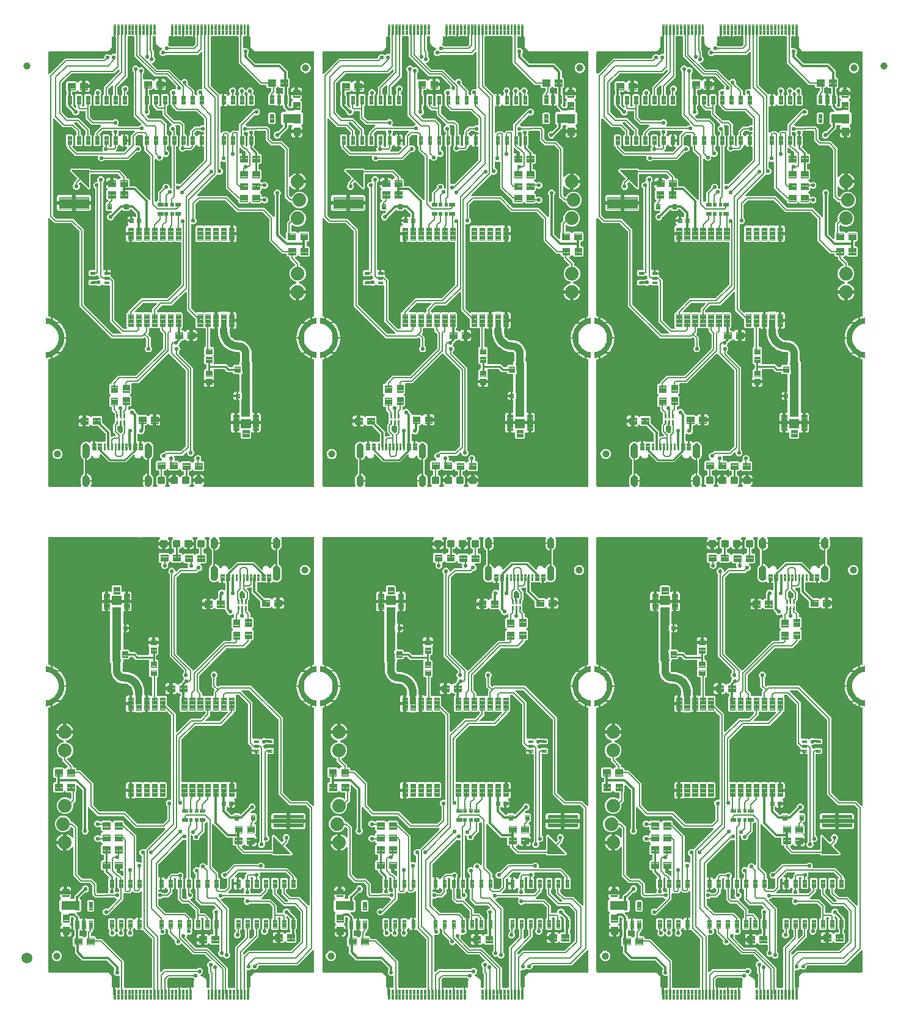
<source format=gtl>
G04 EAGLE Gerber RS-274X export*
G75*
%MOMM*%
%FSLAX34Y34*%
%LPD*%
%INTop Copper*%
%IPPOS*%
%AMOC8*
5,1,8,0,0,1.08239X$1,22.5*%
G01*
%ADD10C,0.100000*%
%ADD11C,0.102000*%
%ADD12C,0.300000*%
%ADD13C,0.100800*%
%ADD14C,0.099000*%
%ADD15C,0.104000*%
%ADD16C,0.102500*%
%ADD17C,0.654000*%
%ADD18C,1.000000*%
%ADD19C,0.101500*%
%ADD20C,0.609600*%
%ADD21C,0.203200*%
%ADD22C,1.879600*%
%ADD23C,1.500000*%
%ADD24C,0.558800*%
%ADD25C,0.304800*%
%ADD26C,0.254000*%
%ADD27C,1.000000*%

G36*
X1130672Y716042D02*
X1130672Y716042D01*
X1130791Y716049D01*
X1130829Y716062D01*
X1130870Y716067D01*
X1130980Y716110D01*
X1131093Y716147D01*
X1131128Y716169D01*
X1131165Y716184D01*
X1131261Y716253D01*
X1131362Y716317D01*
X1131390Y716347D01*
X1131423Y716370D01*
X1131499Y716462D01*
X1131580Y716549D01*
X1131600Y716584D01*
X1131625Y716615D01*
X1131676Y716723D01*
X1131734Y716827D01*
X1131744Y716867D01*
X1131761Y716903D01*
X1131783Y717020D01*
X1131813Y717135D01*
X1131817Y717195D01*
X1131821Y717215D01*
X1131819Y717236D01*
X1131823Y717296D01*
X1131823Y891579D01*
X1131805Y891723D01*
X1131790Y891868D01*
X1131785Y891881D01*
X1131783Y891894D01*
X1131730Y892029D01*
X1131679Y892166D01*
X1131671Y892177D01*
X1131666Y892190D01*
X1131581Y892308D01*
X1131498Y892427D01*
X1131488Y892436D01*
X1131480Y892447D01*
X1131367Y892540D01*
X1131258Y892635D01*
X1131245Y892641D01*
X1131235Y892650D01*
X1131103Y892712D01*
X1130973Y892777D01*
X1130955Y892782D01*
X1130947Y892786D01*
X1130930Y892789D01*
X1130818Y892820D01*
X1129909Y893013D01*
X1128689Y893408D01*
X1128689Y896162D01*
X1130843Y895440D01*
X1130853Y895439D01*
X1130878Y895431D01*
X1134876Y894711D01*
X1134915Y894715D01*
X1134953Y894709D01*
X1134983Y894722D01*
X1135015Y894726D01*
X1135045Y894750D01*
X1135081Y894766D01*
X1135099Y894793D01*
X1135124Y894813D01*
X1135137Y894850D01*
X1135158Y894883D01*
X1135167Y894938D01*
X1135169Y894945D01*
X1135168Y894949D01*
X1135169Y894956D01*
X1135169Y902456D01*
X1135167Y902465D01*
X1135167Y902467D01*
X1135164Y902473D01*
X1135150Y902521D01*
X1135131Y902588D01*
X1135130Y902589D01*
X1135130Y902590D01*
X1135078Y902636D01*
X1135027Y902681D01*
X1135026Y902682D01*
X1135025Y902682D01*
X1135022Y902683D01*
X1134956Y902703D01*
X1132058Y903126D01*
X1129280Y903992D01*
X1126672Y905282D01*
X1124298Y906964D01*
X1122216Y908996D01*
X1120478Y911329D01*
X1119126Y913906D01*
X1118194Y916662D01*
X1117704Y919530D01*
X1117669Y922456D01*
X1117704Y925382D01*
X1118194Y928250D01*
X1119126Y931006D01*
X1120478Y933583D01*
X1122216Y935916D01*
X1124298Y937948D01*
X1126672Y939630D01*
X1129280Y940920D01*
X1132058Y941786D01*
X1134956Y942209D01*
X1135017Y942237D01*
X1135081Y942266D01*
X1135082Y942267D01*
X1135083Y942268D01*
X1135120Y942325D01*
X1135158Y942383D01*
X1135158Y942384D01*
X1135159Y942385D01*
X1135159Y942388D01*
X1135169Y942456D01*
X1135169Y949956D01*
X1135159Y949993D01*
X1135158Y950031D01*
X1135139Y950058D01*
X1135130Y950090D01*
X1135101Y950115D01*
X1135080Y950147D01*
X1135050Y950160D01*
X1135025Y950182D01*
X1134987Y950188D01*
X1134952Y950203D01*
X1134894Y950202D01*
X1134887Y950203D01*
X1134884Y950202D01*
X1134878Y950202D01*
X1130867Y949508D01*
X1130858Y949504D01*
X1130831Y949500D01*
X1128689Y948794D01*
X1128689Y951543D01*
X1129912Y951932D01*
X1129940Y951938D01*
X1130810Y952116D01*
X1130952Y952165D01*
X1131093Y952211D01*
X1131102Y952216D01*
X1131111Y952219D01*
X1131235Y952300D01*
X1131362Y952381D01*
X1131369Y952388D01*
X1131377Y952393D01*
X1131477Y952503D01*
X1131580Y952612D01*
X1131585Y952621D01*
X1131591Y952628D01*
X1131662Y952760D01*
X1131734Y952891D01*
X1131736Y952900D01*
X1131740Y952909D01*
X1131756Y952974D01*
X1131761Y952984D01*
X1131770Y953029D01*
X1131776Y953054D01*
X1131813Y953199D01*
X1131814Y953212D01*
X1131815Y953218D01*
X1131815Y953231D01*
X1131818Y953284D01*
X1131821Y953296D01*
X1131820Y953308D01*
X1131823Y953360D01*
X1131823Y1318138D01*
X1131808Y1318256D01*
X1131801Y1318375D01*
X1131788Y1318413D01*
X1131783Y1318454D01*
X1131740Y1318564D01*
X1131703Y1318677D01*
X1131681Y1318712D01*
X1131666Y1318749D01*
X1131597Y1318845D01*
X1131533Y1318946D01*
X1131503Y1318974D01*
X1131480Y1319007D01*
X1131388Y1319083D01*
X1131301Y1319164D01*
X1131266Y1319184D01*
X1131235Y1319209D01*
X1131127Y1319260D01*
X1131023Y1319318D01*
X1130983Y1319328D01*
X1130947Y1319345D01*
X1130830Y1319367D01*
X1130715Y1319397D01*
X1130655Y1319401D01*
X1130635Y1319405D01*
X1130614Y1319403D01*
X1130554Y1319407D01*
X1053010Y1319407D01*
X1052962Y1319401D01*
X1052913Y1319404D01*
X1052805Y1319381D01*
X1052695Y1319367D01*
X1052650Y1319349D01*
X1052602Y1319340D01*
X1052538Y1319308D01*
X1051349Y1319403D01*
X1051327Y1319402D01*
X1051248Y1319407D01*
X1050066Y1319407D01*
X1050052Y1319417D01*
X1049948Y1319453D01*
X1049846Y1319497D01*
X1049798Y1319505D01*
X1049752Y1319520D01*
X1049592Y1319543D01*
X1049141Y1319579D01*
X1045696Y1321774D01*
X1043680Y1325328D01*
X1043671Y1325653D01*
X1043659Y1325733D01*
X1043656Y1325814D01*
X1043634Y1325890D01*
X1043622Y1325967D01*
X1043621Y1325970D01*
X1043621Y1327395D01*
X1043620Y1327405D01*
X1043621Y1327430D01*
X1043580Y1328855D01*
X1043591Y1328934D01*
X1043611Y1329013D01*
X1043621Y1329165D01*
X1043621Y1329169D01*
X1043621Y1329171D01*
X1043621Y1329173D01*
X1043621Y1338812D01*
X1043606Y1338937D01*
X1043596Y1339063D01*
X1043586Y1339095D01*
X1043581Y1339128D01*
X1043535Y1339245D01*
X1043495Y1339364D01*
X1043477Y1339392D01*
X1043464Y1339424D01*
X1043391Y1339525D01*
X1043322Y1339631D01*
X1043297Y1339654D01*
X1043278Y1339681D01*
X1043181Y1339761D01*
X1043088Y1339846D01*
X1043059Y1339862D01*
X1043033Y1339884D01*
X1042919Y1339937D01*
X1042808Y1339997D01*
X1042775Y1340005D01*
X1042745Y1340019D01*
X1042621Y1340043D01*
X1042499Y1340073D01*
X1042466Y1340073D01*
X1042433Y1340079D01*
X1042307Y1340071D01*
X1042181Y1340070D01*
X1042133Y1340061D01*
X1042115Y1340059D01*
X1042095Y1340053D01*
X1042023Y1340038D01*
X1041564Y1339915D01*
X1041189Y1339915D01*
X1041189Y1341334D01*
X1041188Y1341344D01*
X1041189Y1341354D01*
X1041168Y1341501D01*
X1041150Y1341649D01*
X1041146Y1341659D01*
X1041144Y1341669D01*
X1041087Y1341807D01*
X1041033Y1341945D01*
X1041027Y1341953D01*
X1041023Y1341963D01*
X1040934Y1342081D01*
X1040846Y1342202D01*
X1040838Y1342209D01*
X1040832Y1342217D01*
X1040716Y1342310D01*
X1040601Y1342405D01*
X1040592Y1342409D01*
X1040584Y1342416D01*
X1040447Y1342478D01*
X1040313Y1342541D01*
X1040303Y1342543D01*
X1040294Y1342547D01*
X1040146Y1342573D01*
X1040001Y1342600D01*
X1039991Y1342600D01*
X1039981Y1342602D01*
X1039831Y1342590D01*
X1039683Y1342581D01*
X1039674Y1342578D01*
X1039663Y1342577D01*
X1039522Y1342528D01*
X1039381Y1342483D01*
X1039372Y1342477D01*
X1039363Y1342474D01*
X1039238Y1342392D01*
X1039112Y1342312D01*
X1039105Y1342305D01*
X1039097Y1342300D01*
X1038981Y1342188D01*
X1038981Y1342187D01*
X1038941Y1342131D01*
X1038894Y1342081D01*
X1038850Y1342001D01*
X1038798Y1341927D01*
X1038774Y1341862D01*
X1038740Y1341802D01*
X1038718Y1341714D01*
X1038686Y1341629D01*
X1038678Y1341561D01*
X1038661Y1341494D01*
X1038651Y1341333D01*
X1038651Y1339915D01*
X1038276Y1339915D01*
X1037501Y1340123D01*
X1037275Y1340253D01*
X1037190Y1340289D01*
X1037109Y1340334D01*
X1037044Y1340350D01*
X1036982Y1340376D01*
X1036891Y1340390D01*
X1036801Y1340413D01*
X1036685Y1340420D01*
X1036668Y1340423D01*
X1036659Y1340422D01*
X1036641Y1340423D01*
X1034238Y1340423D01*
X1034120Y1340408D01*
X1034001Y1340401D01*
X1033963Y1340388D01*
X1033922Y1340383D01*
X1033812Y1340340D01*
X1033699Y1340303D01*
X1033664Y1340281D01*
X1033627Y1340266D01*
X1033531Y1340197D01*
X1033430Y1340133D01*
X1033402Y1340103D01*
X1033369Y1340080D01*
X1033293Y1339988D01*
X1033212Y1339901D01*
X1033192Y1339866D01*
X1033167Y1339835D01*
X1033116Y1339727D01*
X1033058Y1339623D01*
X1033048Y1339583D01*
X1033031Y1339547D01*
X1033009Y1339430D01*
X1032979Y1339315D01*
X1032975Y1339255D01*
X1032971Y1339235D01*
X1032973Y1339214D01*
X1032969Y1339154D01*
X1032969Y1325012D01*
X1032975Y1324962D01*
X1032973Y1324913D01*
X1032995Y1324805D01*
X1033009Y1324696D01*
X1033027Y1324650D01*
X1033037Y1324601D01*
X1033085Y1324503D01*
X1033126Y1324401D01*
X1033155Y1324360D01*
X1033177Y1324316D01*
X1033248Y1324232D01*
X1033312Y1324143D01*
X1033351Y1324112D01*
X1033383Y1324074D01*
X1033473Y1324011D01*
X1033557Y1323940D01*
X1033602Y1323919D01*
X1033643Y1323891D01*
X1033746Y1323852D01*
X1033845Y1323805D01*
X1033894Y1323796D01*
X1033940Y1323778D01*
X1034050Y1323766D01*
X1034157Y1323745D01*
X1034207Y1323748D01*
X1034256Y1323743D01*
X1034365Y1323758D01*
X1034475Y1323765D01*
X1034522Y1323780D01*
X1034571Y1323787D01*
X1034724Y1323839D01*
X1035360Y1324103D01*
X1037280Y1324103D01*
X1039054Y1323368D01*
X1040412Y1322010D01*
X1041147Y1320236D01*
X1041147Y1318316D01*
X1040412Y1316542D01*
X1040248Y1316378D01*
X1040188Y1316300D01*
X1040120Y1316228D01*
X1040091Y1316175D01*
X1040054Y1316127D01*
X1040014Y1316036D01*
X1039966Y1315950D01*
X1039951Y1315891D01*
X1039927Y1315835D01*
X1039912Y1315737D01*
X1039887Y1315642D01*
X1039881Y1315542D01*
X1039877Y1315521D01*
X1039879Y1315509D01*
X1039877Y1315481D01*
X1039877Y1313655D01*
X1039889Y1313557D01*
X1039892Y1313458D01*
X1039909Y1313400D01*
X1039917Y1313339D01*
X1039953Y1313247D01*
X1039981Y1313152D01*
X1040011Y1313100D01*
X1040034Y1313044D01*
X1040092Y1312964D01*
X1040142Y1312878D01*
X1040208Y1312803D01*
X1040220Y1312786D01*
X1040230Y1312779D01*
X1040248Y1312757D01*
X1050121Y1302884D01*
X1050200Y1302824D01*
X1050272Y1302756D01*
X1050325Y1302727D01*
X1050373Y1302690D01*
X1050464Y1302650D01*
X1050550Y1302602D01*
X1050609Y1302587D01*
X1050665Y1302563D01*
X1050763Y1302548D01*
X1050858Y1302523D01*
X1050958Y1302517D01*
X1050979Y1302513D01*
X1050991Y1302515D01*
X1051019Y1302513D01*
X1084783Y1302513D01*
X1094859Y1292437D01*
X1094859Y1284144D01*
X1094874Y1284026D01*
X1094881Y1283907D01*
X1094894Y1283869D01*
X1094899Y1283828D01*
X1094942Y1283718D01*
X1094979Y1283605D01*
X1095001Y1283570D01*
X1095016Y1283533D01*
X1095085Y1283437D01*
X1095149Y1283336D01*
X1095179Y1283308D01*
X1095202Y1283275D01*
X1095294Y1283199D01*
X1095381Y1283118D01*
X1095416Y1283098D01*
X1095447Y1283073D01*
X1095555Y1283022D01*
X1095659Y1282964D01*
X1095699Y1282954D01*
X1095735Y1282937D01*
X1095852Y1282915D01*
X1095967Y1282885D01*
X1096027Y1282881D01*
X1096047Y1282877D01*
X1096068Y1282879D01*
X1096078Y1282878D01*
X1097565Y1281391D01*
X1097565Y1270293D01*
X1095976Y1268705D01*
X1095916Y1268626D01*
X1095848Y1268554D01*
X1095819Y1268501D01*
X1095782Y1268453D01*
X1095742Y1268362D01*
X1095694Y1268276D01*
X1095679Y1268217D01*
X1095655Y1268162D01*
X1095640Y1268064D01*
X1095615Y1267968D01*
X1095609Y1267868D01*
X1095605Y1267847D01*
X1095607Y1267835D01*
X1095605Y1267807D01*
X1095605Y1261079D01*
X1095617Y1260981D01*
X1095620Y1260881D01*
X1095637Y1260823D01*
X1095645Y1260763D01*
X1095681Y1260671D01*
X1095709Y1260576D01*
X1095739Y1260524D01*
X1095762Y1260468D01*
X1095820Y1260387D01*
X1095870Y1260302D01*
X1095936Y1260227D01*
X1095948Y1260210D01*
X1095958Y1260202D01*
X1095977Y1260181D01*
X1096831Y1259327D01*
X1096831Y1246223D01*
X1096354Y1245747D01*
X1096281Y1245653D01*
X1096203Y1245563D01*
X1096184Y1245527D01*
X1096159Y1245495D01*
X1096112Y1245386D01*
X1096058Y1245280D01*
X1096049Y1245241D01*
X1096033Y1245203D01*
X1096014Y1245086D01*
X1095988Y1244970D01*
X1095990Y1244929D01*
X1095983Y1244889D01*
X1095994Y1244771D01*
X1095998Y1244652D01*
X1096009Y1244613D01*
X1096013Y1244573D01*
X1096053Y1244461D01*
X1096086Y1244346D01*
X1096107Y1244311D01*
X1096121Y1244274D01*
X1096187Y1244175D01*
X1096248Y1244072D01*
X1096288Y1244027D01*
X1096299Y1244010D01*
X1096315Y1243997D01*
X1096354Y1243952D01*
X1097112Y1243194D01*
X1097190Y1243134D01*
X1097262Y1243066D01*
X1097315Y1243037D01*
X1097363Y1243000D01*
X1097454Y1242960D01*
X1097540Y1242912D01*
X1097599Y1242897D01*
X1097655Y1242873D01*
X1097753Y1242858D01*
X1097848Y1242833D01*
X1097948Y1242827D01*
X1097969Y1242823D01*
X1097981Y1242825D01*
X1098009Y1242823D01*
X1098884Y1242823D01*
X1099002Y1242838D01*
X1099121Y1242845D01*
X1099159Y1242858D01*
X1099200Y1242863D01*
X1099310Y1242906D01*
X1099423Y1242943D01*
X1099458Y1242965D01*
X1099495Y1242980D01*
X1099591Y1243049D01*
X1099692Y1243113D01*
X1099720Y1243143D01*
X1099753Y1243166D01*
X1099829Y1243258D01*
X1099910Y1243345D01*
X1099930Y1243380D01*
X1099955Y1243411D01*
X1100006Y1243519D01*
X1100064Y1243623D01*
X1100074Y1243663D01*
X1100091Y1243699D01*
X1100113Y1243816D01*
X1100143Y1243931D01*
X1100147Y1243991D01*
X1100151Y1244011D01*
X1100149Y1244032D01*
X1100153Y1244092D01*
X1100153Y1250277D01*
X1101457Y1251581D01*
X1101535Y1251681D01*
X1101617Y1251776D01*
X1101632Y1251806D01*
X1101652Y1251833D01*
X1101702Y1251948D01*
X1101758Y1252060D01*
X1101765Y1252093D01*
X1101779Y1252124D01*
X1101798Y1252249D01*
X1101825Y1252371D01*
X1101823Y1252405D01*
X1101829Y1252438D01*
X1101817Y1252564D01*
X1101812Y1252689D01*
X1101802Y1252722D01*
X1101799Y1252755D01*
X1101756Y1252873D01*
X1101720Y1252994D01*
X1101703Y1253023D01*
X1101691Y1253054D01*
X1101621Y1253158D01*
X1101556Y1253266D01*
X1101532Y1253290D01*
X1101513Y1253317D01*
X1101418Y1253401D01*
X1101329Y1253489D01*
X1101288Y1253516D01*
X1101274Y1253528D01*
X1101255Y1253538D01*
X1101195Y1253578D01*
X1100819Y1253795D01*
X1100253Y1254361D01*
X1099852Y1255054D01*
X1099645Y1255828D01*
X1099645Y1258729D01*
X1105956Y1258729D01*
X1106074Y1258744D01*
X1106193Y1258751D01*
X1106231Y1258763D01*
X1106271Y1258769D01*
X1106382Y1258812D01*
X1106495Y1258849D01*
X1106529Y1258871D01*
X1106567Y1258886D01*
X1106663Y1258955D01*
X1106764Y1259019D01*
X1106792Y1259049D01*
X1106824Y1259072D01*
X1106900Y1259164D01*
X1106982Y1259251D01*
X1107001Y1259286D01*
X1107027Y1259317D01*
X1107078Y1259425D01*
X1107135Y1259529D01*
X1107145Y1259569D01*
X1107163Y1259605D01*
X1107183Y1259712D01*
X1107187Y1259682D01*
X1107231Y1259572D01*
X1107267Y1259459D01*
X1107289Y1259424D01*
X1107304Y1259387D01*
X1107374Y1259290D01*
X1107437Y1259190D01*
X1107467Y1259162D01*
X1107491Y1259129D01*
X1107582Y1259053D01*
X1107669Y1258972D01*
X1107704Y1258952D01*
X1107736Y1258927D01*
X1107843Y1258876D01*
X1107948Y1258818D01*
X1107987Y1258808D01*
X1108023Y1258791D01*
X1108140Y1258769D01*
X1108256Y1258739D01*
X1108316Y1258735D01*
X1108336Y1258731D01*
X1108356Y1258733D01*
X1108416Y1258729D01*
X1114727Y1258729D01*
X1114727Y1255828D01*
X1114520Y1255054D01*
X1114119Y1254361D01*
X1113553Y1253795D01*
X1113177Y1253578D01*
X1113077Y1253502D01*
X1112973Y1253431D01*
X1112951Y1253406D01*
X1112924Y1253386D01*
X1112846Y1253287D01*
X1112763Y1253193D01*
X1112747Y1253163D01*
X1112727Y1253136D01*
X1112675Y1253021D01*
X1112618Y1252910D01*
X1112611Y1252877D01*
X1112597Y1252846D01*
X1112576Y1252722D01*
X1112549Y1252599D01*
X1112550Y1252566D01*
X1112544Y1252532D01*
X1112554Y1252407D01*
X1112558Y1252281D01*
X1112568Y1252249D01*
X1112570Y1252216D01*
X1112612Y1252097D01*
X1112647Y1251976D01*
X1112664Y1251947D01*
X1112675Y1251915D01*
X1112744Y1251810D01*
X1112808Y1251702D01*
X1112840Y1251665D01*
X1112851Y1251650D01*
X1112867Y1251636D01*
X1112915Y1251581D01*
X1114219Y1250277D01*
X1114219Y1238179D01*
X1113859Y1237819D01*
X1113786Y1237725D01*
X1113707Y1237636D01*
X1113689Y1237600D01*
X1113664Y1237568D01*
X1113617Y1237459D01*
X1113563Y1237353D01*
X1113554Y1237313D01*
X1113538Y1237276D01*
X1113519Y1237158D01*
X1113493Y1237043D01*
X1113494Y1237002D01*
X1113488Y1236962D01*
X1113499Y1236844D01*
X1113503Y1236725D01*
X1113514Y1236686D01*
X1113518Y1236646D01*
X1113558Y1236534D01*
X1113591Y1236419D01*
X1113612Y1236384D01*
X1113625Y1236346D01*
X1113692Y1236248D01*
X1113753Y1236145D01*
X1113793Y1236100D01*
X1113804Y1236083D01*
X1113819Y1236070D01*
X1113859Y1236024D01*
X1116204Y1233680D01*
X1116204Y1219706D01*
X1114227Y1217730D01*
X1114154Y1217635D01*
X1114076Y1217546D01*
X1114057Y1217511D01*
X1114032Y1217479D01*
X1113985Y1217369D01*
X1113931Y1217263D01*
X1113922Y1217224D01*
X1113906Y1217187D01*
X1113887Y1217069D01*
X1113861Y1216953D01*
X1113863Y1216913D01*
X1113856Y1216873D01*
X1113867Y1216754D01*
X1113871Y1216635D01*
X1113882Y1216596D01*
X1113886Y1216556D01*
X1113926Y1216444D01*
X1113959Y1216330D01*
X1113980Y1216295D01*
X1113994Y1216257D01*
X1114061Y1216158D01*
X1114121Y1216056D01*
X1114161Y1216010D01*
X1114172Y1215994D01*
X1114188Y1215980D01*
X1114227Y1215935D01*
X1114627Y1215535D01*
X1115028Y1214842D01*
X1115235Y1214068D01*
X1115235Y1211167D01*
X1108924Y1211167D01*
X1108806Y1211152D01*
X1108687Y1211145D01*
X1108649Y1211132D01*
X1108609Y1211127D01*
X1108498Y1211084D01*
X1108385Y1211047D01*
X1108351Y1211025D01*
X1108313Y1211010D01*
X1108217Y1210941D01*
X1108116Y1210877D01*
X1108088Y1210847D01*
X1108056Y1210824D01*
X1107980Y1210732D01*
X1107898Y1210645D01*
X1107879Y1210610D01*
X1107853Y1210579D01*
X1107802Y1210471D01*
X1107745Y1210367D01*
X1107735Y1210327D01*
X1107717Y1210291D01*
X1107697Y1210184D01*
X1107693Y1210214D01*
X1107649Y1210324D01*
X1107613Y1210437D01*
X1107591Y1210472D01*
X1107576Y1210509D01*
X1107506Y1210605D01*
X1107443Y1210706D01*
X1107413Y1210734D01*
X1107389Y1210767D01*
X1107298Y1210843D01*
X1107211Y1210924D01*
X1107176Y1210944D01*
X1107144Y1210969D01*
X1107037Y1211020D01*
X1106932Y1211078D01*
X1106893Y1211088D01*
X1106857Y1211105D01*
X1106740Y1211127D01*
X1106624Y1211157D01*
X1106564Y1211161D01*
X1106544Y1211165D01*
X1106524Y1211163D01*
X1106464Y1211167D01*
X1100153Y1211167D01*
X1100153Y1214068D01*
X1100360Y1214842D01*
X1100824Y1215644D01*
X1100875Y1215767D01*
X1100932Y1215886D01*
X1100937Y1215913D01*
X1100947Y1215938D01*
X1100967Y1216069D01*
X1100991Y1216199D01*
X1100990Y1216225D01*
X1100994Y1216252D01*
X1100980Y1216384D01*
X1100972Y1216516D01*
X1100963Y1216542D01*
X1100961Y1216568D01*
X1100914Y1216693D01*
X1100874Y1216818D01*
X1100859Y1216841D01*
X1100850Y1216867D01*
X1100774Y1216975D01*
X1100703Y1217087D01*
X1100684Y1217106D01*
X1100668Y1217128D01*
X1100569Y1217214D01*
X1100472Y1217305D01*
X1100448Y1217318D01*
X1100428Y1217336D01*
X1100309Y1217395D01*
X1100193Y1217459D01*
X1100167Y1217465D01*
X1100143Y1217477D01*
X1100013Y1217505D01*
X1099885Y1217538D01*
X1099847Y1217540D01*
X1099832Y1217544D01*
X1099810Y1217543D01*
X1099725Y1217548D01*
X1096874Y1217548D01*
X1096756Y1217533D01*
X1096637Y1217526D01*
X1096599Y1217513D01*
X1096558Y1217508D01*
X1096448Y1217465D01*
X1096335Y1217428D01*
X1096300Y1217406D01*
X1096263Y1217391D01*
X1096167Y1217322D01*
X1096066Y1217258D01*
X1096038Y1217228D01*
X1096005Y1217205D01*
X1095929Y1217113D01*
X1095848Y1217026D01*
X1095828Y1216991D01*
X1095803Y1216960D01*
X1095752Y1216852D01*
X1095694Y1216748D01*
X1095684Y1216708D01*
X1095667Y1216672D01*
X1095645Y1216555D01*
X1095615Y1216440D01*
X1095611Y1216380D01*
X1095607Y1216360D01*
X1095609Y1216339D01*
X1095605Y1216279D01*
X1095605Y1213155D01*
X1093506Y1211056D01*
X1093491Y1211056D01*
X1093432Y1211039D01*
X1093372Y1211031D01*
X1093280Y1210995D01*
X1093185Y1210967D01*
X1093133Y1210937D01*
X1093077Y1210914D01*
X1092997Y1210856D01*
X1092911Y1210806D01*
X1092836Y1210740D01*
X1092819Y1210728D01*
X1092811Y1210718D01*
X1092790Y1210700D01*
X1085532Y1203442D01*
X1085472Y1203363D01*
X1085404Y1203291D01*
X1085375Y1203238D01*
X1085338Y1203190D01*
X1085298Y1203099D01*
X1085250Y1203013D01*
X1085235Y1202954D01*
X1085211Y1202899D01*
X1085196Y1202801D01*
X1085171Y1202705D01*
X1085165Y1202605D01*
X1085161Y1202584D01*
X1085163Y1202572D01*
X1085162Y1202567D01*
X1084426Y1200790D01*
X1083068Y1199432D01*
X1081294Y1198697D01*
X1079374Y1198697D01*
X1077600Y1199432D01*
X1076242Y1200790D01*
X1075507Y1202564D01*
X1075507Y1204484D01*
X1076242Y1206258D01*
X1077600Y1207616D01*
X1079374Y1208351D01*
X1080574Y1208351D01*
X1080672Y1208363D01*
X1080771Y1208366D01*
X1080830Y1208383D01*
X1080890Y1208391D01*
X1080982Y1208427D01*
X1081077Y1208455D01*
X1081129Y1208485D01*
X1081185Y1208508D01*
X1081265Y1208566D01*
X1081351Y1208616D01*
X1081426Y1208682D01*
X1081443Y1208694D01*
X1081451Y1208704D01*
X1081472Y1208722D01*
X1088120Y1215370D01*
X1088180Y1215449D01*
X1088248Y1215521D01*
X1088277Y1215574D01*
X1088314Y1215622D01*
X1088354Y1215713D01*
X1088402Y1215799D01*
X1088417Y1215858D01*
X1088441Y1215913D01*
X1088456Y1216011D01*
X1088481Y1216107D01*
X1088487Y1216207D01*
X1088491Y1216228D01*
X1088489Y1216240D01*
X1088491Y1216268D01*
X1088491Y1216411D01*
X1088479Y1216510D01*
X1088476Y1216609D01*
X1088459Y1216667D01*
X1088451Y1216727D01*
X1088415Y1216819D01*
X1088387Y1216914D01*
X1088357Y1216966D01*
X1088334Y1217023D01*
X1088276Y1217103D01*
X1088226Y1217188D01*
X1088160Y1217263D01*
X1088148Y1217280D01*
X1088138Y1217288D01*
X1088120Y1217309D01*
X1085722Y1219706D01*
X1085722Y1233680D01*
X1087880Y1235838D01*
X1091344Y1235838D01*
X1091482Y1235855D01*
X1091620Y1235868D01*
X1091640Y1235875D01*
X1091660Y1235878D01*
X1091789Y1235929D01*
X1091920Y1235976D01*
X1091937Y1235987D01*
X1091955Y1235995D01*
X1092068Y1236076D01*
X1092183Y1236154D01*
X1092196Y1236170D01*
X1092213Y1236181D01*
X1092301Y1236289D01*
X1092393Y1236393D01*
X1092403Y1236411D01*
X1092415Y1236426D01*
X1092475Y1236552D01*
X1092538Y1236676D01*
X1092542Y1236696D01*
X1092551Y1236714D01*
X1092577Y1236850D01*
X1092608Y1236986D01*
X1092607Y1237007D01*
X1092611Y1237026D01*
X1092602Y1237165D01*
X1092598Y1237304D01*
X1092592Y1237324D01*
X1092591Y1237344D01*
X1092548Y1237476D01*
X1092510Y1237610D01*
X1092499Y1237627D01*
X1092493Y1237646D01*
X1092418Y1237764D01*
X1092348Y1237884D01*
X1092329Y1237905D01*
X1092323Y1237915D01*
X1092308Y1237929D01*
X1092242Y1238004D01*
X1088491Y1241755D01*
X1088491Y1243696D01*
X1088475Y1243827D01*
X1088464Y1243959D01*
X1088455Y1243984D01*
X1088451Y1244011D01*
X1088403Y1244134D01*
X1088359Y1244259D01*
X1088344Y1244282D01*
X1088334Y1244307D01*
X1088257Y1244414D01*
X1088183Y1244524D01*
X1088163Y1244542D01*
X1088148Y1244564D01*
X1088045Y1244649D01*
X1087947Y1244737D01*
X1087923Y1244750D01*
X1087903Y1244767D01*
X1087783Y1244823D01*
X1087666Y1244885D01*
X1087639Y1244891D01*
X1087615Y1244903D01*
X1087485Y1244927D01*
X1087356Y1244958D01*
X1087329Y1244957D01*
X1087303Y1244962D01*
X1087171Y1244954D01*
X1087038Y1244952D01*
X1087012Y1244944D01*
X1086985Y1244943D01*
X1086859Y1244902D01*
X1086732Y1244866D01*
X1086697Y1244849D01*
X1086683Y1244845D01*
X1086664Y1244833D01*
X1086587Y1244795D01*
X1085975Y1244441D01*
X1085203Y1244234D01*
X1083922Y1244234D01*
X1083922Y1252670D01*
X1083913Y1252740D01*
X1083916Y1252780D01*
X1083920Y1252800D01*
X1083918Y1252820D01*
X1083920Y1252839D01*
X1083922Y1252880D01*
X1083922Y1261316D01*
X1085203Y1261316D01*
X1085975Y1261109D01*
X1086587Y1260755D01*
X1086710Y1260704D01*
X1086829Y1260647D01*
X1086856Y1260642D01*
X1086881Y1260632D01*
X1087012Y1260612D01*
X1087142Y1260588D01*
X1087168Y1260589D01*
X1087195Y1260585D01*
X1087327Y1260599D01*
X1087459Y1260607D01*
X1087485Y1260616D01*
X1087511Y1260619D01*
X1087636Y1260665D01*
X1087761Y1260705D01*
X1087784Y1260720D01*
X1087810Y1260729D01*
X1087919Y1260805D01*
X1088030Y1260876D01*
X1088049Y1260895D01*
X1088071Y1260911D01*
X1088157Y1261011D01*
X1088248Y1261107D01*
X1088261Y1261131D01*
X1088279Y1261151D01*
X1088338Y1261270D01*
X1088402Y1261386D01*
X1088408Y1261412D01*
X1088420Y1261436D01*
X1088448Y1261566D01*
X1088481Y1261694D01*
X1088483Y1261732D01*
X1088487Y1261747D01*
X1088486Y1261769D01*
X1088491Y1261854D01*
X1088491Y1267540D01*
X1088476Y1267658D01*
X1088469Y1267777D01*
X1088456Y1267815D01*
X1088451Y1267856D01*
X1088408Y1267966D01*
X1088371Y1268079D01*
X1088349Y1268114D01*
X1088334Y1268151D01*
X1088265Y1268247D01*
X1088201Y1268348D01*
X1088171Y1268376D01*
X1088148Y1268409D01*
X1088056Y1268485D01*
X1087969Y1268566D01*
X1087934Y1268586D01*
X1087903Y1268611D01*
X1087795Y1268662D01*
X1087691Y1268720D01*
X1087651Y1268730D01*
X1087615Y1268747D01*
X1087498Y1268769D01*
X1087383Y1268799D01*
X1087323Y1268803D01*
X1087303Y1268807D01*
X1087282Y1268805D01*
X1087222Y1268809D01*
X1083983Y1268809D01*
X1082429Y1270363D01*
X1082335Y1270436D01*
X1082334Y1270437D01*
X1082325Y1270446D01*
X1082323Y1270447D01*
X1082246Y1270514D01*
X1082210Y1270533D01*
X1082178Y1270558D01*
X1082069Y1270605D01*
X1081963Y1270659D01*
X1081924Y1270668D01*
X1081886Y1270684D01*
X1081769Y1270703D01*
X1081653Y1270729D01*
X1081612Y1270727D01*
X1081572Y1270734D01*
X1081454Y1270723D01*
X1081335Y1270719D01*
X1081296Y1270708D01*
X1081256Y1270704D01*
X1081143Y1270664D01*
X1081029Y1270631D01*
X1080994Y1270610D01*
X1080956Y1270596D01*
X1080858Y1270530D01*
X1080755Y1270469D01*
X1080710Y1270429D01*
X1080693Y1270418D01*
X1080680Y1270403D01*
X1080634Y1270363D01*
X1078898Y1268627D01*
X1078838Y1268548D01*
X1078770Y1268476D01*
X1078741Y1268423D01*
X1078704Y1268375D01*
X1078664Y1268284D01*
X1078616Y1268198D01*
X1078601Y1268139D01*
X1078577Y1268084D01*
X1078562Y1267986D01*
X1078537Y1267890D01*
X1078531Y1267790D01*
X1078527Y1267769D01*
X1078529Y1267757D01*
X1078527Y1267729D01*
X1078527Y1262585D01*
X1078542Y1262467D01*
X1078549Y1262348D01*
X1078562Y1262310D01*
X1078567Y1262269D01*
X1078611Y1262158D01*
X1078647Y1262046D01*
X1078669Y1262011D01*
X1078684Y1261974D01*
X1078753Y1261878D01*
X1078817Y1261777D01*
X1078847Y1261749D01*
X1078870Y1261716D01*
X1078962Y1261640D01*
X1079049Y1261559D01*
X1079084Y1261539D01*
X1079115Y1261514D01*
X1079223Y1261463D01*
X1079327Y1261405D01*
X1079367Y1261395D01*
X1079403Y1261378D01*
X1079520Y1261356D01*
X1079635Y1261326D01*
X1079695Y1261322D01*
X1079715Y1261318D01*
X1079736Y1261320D01*
X1079796Y1261316D01*
X1081174Y1261316D01*
X1081174Y1252880D01*
X1081183Y1252810D01*
X1081180Y1252770D01*
X1081176Y1252750D01*
X1081178Y1252730D01*
X1081174Y1252670D01*
X1081174Y1244234D01*
X1079893Y1244234D01*
X1079121Y1244441D01*
X1078429Y1244841D01*
X1078336Y1244933D01*
X1078257Y1244995D01*
X1078187Y1245061D01*
X1078170Y1245070D01*
X1078153Y1245085D01*
X1078117Y1245104D01*
X1078085Y1245128D01*
X1077989Y1245170D01*
X1077909Y1245214D01*
X1077892Y1245219D01*
X1077870Y1245230D01*
X1077830Y1245239D01*
X1077793Y1245255D01*
X1077686Y1245272D01*
X1077601Y1245294D01*
X1077579Y1245295D01*
X1077559Y1245300D01*
X1077526Y1245299D01*
X1077512Y1245299D01*
X1077479Y1245305D01*
X1077459Y1245303D01*
X1077440Y1245304D01*
X1077437Y1245304D01*
X1077353Y1245293D01*
X1077242Y1245290D01*
X1077203Y1245279D01*
X1077163Y1245275D01*
X1077139Y1245266D01*
X1077122Y1245264D01*
X1077039Y1245231D01*
X1076936Y1245201D01*
X1076901Y1245181D01*
X1076863Y1245167D01*
X1076844Y1245154D01*
X1076826Y1245147D01*
X1076750Y1245092D01*
X1076662Y1245040D01*
X1076617Y1245000D01*
X1076600Y1244989D01*
X1076587Y1244973D01*
X1076584Y1244972D01*
X1076569Y1244960D01*
X1076562Y1244951D01*
X1076541Y1244934D01*
X1076350Y1244742D01*
X1069746Y1244742D01*
X1068265Y1246223D01*
X1068265Y1259327D01*
X1069628Y1260689D01*
X1069688Y1260768D01*
X1069756Y1260840D01*
X1069785Y1260893D01*
X1069822Y1260941D01*
X1069862Y1261032D01*
X1069910Y1261118D01*
X1069925Y1261177D01*
X1069949Y1261232D01*
X1069964Y1261330D01*
X1069989Y1261426D01*
X1069995Y1261526D01*
X1069999Y1261546D01*
X1069997Y1261559D01*
X1069999Y1261587D01*
X1069999Y1262229D01*
X1072058Y1264287D01*
X1072118Y1264365D01*
X1072186Y1264437D01*
X1072215Y1264490D01*
X1072252Y1264538D01*
X1072292Y1264629D01*
X1072340Y1264716D01*
X1072355Y1264775D01*
X1072379Y1264830D01*
X1072394Y1264928D01*
X1072419Y1265024D01*
X1072425Y1265124D01*
X1072429Y1265144D01*
X1072427Y1265157D01*
X1072429Y1265185D01*
X1072429Y1267540D01*
X1072414Y1267658D01*
X1072407Y1267777D01*
X1072394Y1267815D01*
X1072389Y1267856D01*
X1072346Y1267966D01*
X1072309Y1268079D01*
X1072287Y1268114D01*
X1072272Y1268151D01*
X1072203Y1268247D01*
X1072139Y1268348D01*
X1072109Y1268376D01*
X1072086Y1268409D01*
X1071994Y1268485D01*
X1071907Y1268566D01*
X1071872Y1268586D01*
X1071841Y1268611D01*
X1071733Y1268662D01*
X1071629Y1268720D01*
X1071589Y1268730D01*
X1071553Y1268747D01*
X1071436Y1268769D01*
X1071321Y1268799D01*
X1071261Y1268803D01*
X1071241Y1268807D01*
X1071220Y1268805D01*
X1071160Y1268809D01*
X1066983Y1268809D01*
X1065499Y1270293D01*
X1065499Y1271524D01*
X1065484Y1271642D01*
X1065477Y1271761D01*
X1065464Y1271799D01*
X1065459Y1271840D01*
X1065416Y1271950D01*
X1065379Y1272063D01*
X1065357Y1272098D01*
X1065342Y1272135D01*
X1065273Y1272231D01*
X1065209Y1272332D01*
X1065179Y1272360D01*
X1065156Y1272393D01*
X1065064Y1272469D01*
X1064977Y1272550D01*
X1064942Y1272570D01*
X1064911Y1272595D01*
X1064803Y1272646D01*
X1064699Y1272704D01*
X1064659Y1272714D01*
X1064623Y1272731D01*
X1064506Y1272753D01*
X1064391Y1272783D01*
X1064331Y1272787D01*
X1064311Y1272791D01*
X1064290Y1272789D01*
X1064230Y1272793D01*
X1057271Y1272793D01*
X1026871Y1303193D01*
X1026871Y1339154D01*
X1026856Y1339272D01*
X1026849Y1339391D01*
X1026836Y1339429D01*
X1026831Y1339470D01*
X1026788Y1339580D01*
X1026751Y1339693D01*
X1026729Y1339728D01*
X1026714Y1339765D01*
X1026645Y1339861D01*
X1026581Y1339962D01*
X1026551Y1339990D01*
X1026528Y1340023D01*
X1026436Y1340099D01*
X1026349Y1340180D01*
X1026314Y1340200D01*
X1026283Y1340225D01*
X1026175Y1340276D01*
X1026071Y1340334D01*
X1026031Y1340344D01*
X1025995Y1340361D01*
X1025878Y1340383D01*
X1025763Y1340413D01*
X1025703Y1340417D01*
X1025683Y1340421D01*
X1025662Y1340419D01*
X1025602Y1340423D01*
X989238Y1340423D01*
X989120Y1340408D01*
X989001Y1340401D01*
X988963Y1340388D01*
X988922Y1340383D01*
X988812Y1340340D01*
X988699Y1340303D01*
X988664Y1340281D01*
X988627Y1340266D01*
X988531Y1340197D01*
X988430Y1340133D01*
X988402Y1340103D01*
X988369Y1340080D01*
X988293Y1339988D01*
X988212Y1339901D01*
X988192Y1339866D01*
X988167Y1339835D01*
X988116Y1339727D01*
X988058Y1339623D01*
X988048Y1339583D01*
X988031Y1339547D01*
X988009Y1339430D01*
X987979Y1339315D01*
X987975Y1339255D01*
X987971Y1339235D01*
X987973Y1339214D01*
X987969Y1339154D01*
X987969Y1273145D01*
X987981Y1273046D01*
X987984Y1272947D01*
X988001Y1272889D01*
X988009Y1272829D01*
X988045Y1272737D01*
X988073Y1272642D01*
X988103Y1272590D01*
X988126Y1272533D01*
X988184Y1272453D01*
X988234Y1272368D01*
X988300Y1272293D01*
X988312Y1272276D01*
X988322Y1272268D01*
X988340Y1272247D01*
X999611Y1260976D01*
X1000251Y1260336D01*
X1000340Y1260267D01*
X1000424Y1260192D01*
X1000466Y1260170D01*
X1000503Y1260141D01*
X1000606Y1260096D01*
X1000706Y1260044D01*
X1000751Y1260033D01*
X1000795Y1260015D01*
X1000906Y1259997D01*
X1001015Y1259971D01*
X1001062Y1259972D01*
X1001109Y1259965D01*
X1001221Y1259975D01*
X1001333Y1259978D01*
X1001378Y1259990D01*
X1001425Y1259995D01*
X1001531Y1260033D01*
X1001639Y1260063D01*
X1001704Y1260095D01*
X1001725Y1260102D01*
X1001740Y1260113D01*
X1001784Y1260134D01*
X1002172Y1260359D01*
X1002948Y1260567D01*
X1004341Y1260567D01*
X1004341Y1252256D01*
X1004356Y1252138D01*
X1004363Y1252019D01*
X1004365Y1252012D01*
X1004351Y1251956D01*
X1004347Y1251896D01*
X1004343Y1251876D01*
X1004345Y1251856D01*
X1004341Y1251796D01*
X1004341Y1243485D01*
X1003038Y1243485D01*
X1002920Y1243470D01*
X1002801Y1243463D01*
X1002763Y1243450D01*
X1002722Y1243445D01*
X1002612Y1243402D01*
X1002499Y1243365D01*
X1002464Y1243343D01*
X1002427Y1243328D01*
X1002331Y1243259D01*
X1002230Y1243195D01*
X1002202Y1243165D01*
X1002169Y1243142D01*
X1002093Y1243050D01*
X1002012Y1242963D01*
X1001992Y1242928D01*
X1001967Y1242897D01*
X1001916Y1242789D01*
X1001858Y1242685D01*
X1001848Y1242645D01*
X1001831Y1242609D01*
X1001809Y1242492D01*
X1001779Y1242377D01*
X1001775Y1242317D01*
X1001771Y1242297D01*
X1001773Y1242276D01*
X1001769Y1242216D01*
X1001769Y1208027D01*
X1001786Y1207889D01*
X1001799Y1207750D01*
X1001806Y1207731D01*
X1001809Y1207711D01*
X1001860Y1207582D01*
X1001907Y1207451D01*
X1001918Y1207434D01*
X1001926Y1207415D01*
X1002007Y1207303D01*
X1002085Y1207188D01*
X1002101Y1207174D01*
X1002112Y1207158D01*
X1002220Y1207069D01*
X1002324Y1206977D01*
X1002342Y1206968D01*
X1002357Y1206955D01*
X1002483Y1206896D01*
X1002607Y1206833D01*
X1002627Y1206828D01*
X1002645Y1206820D01*
X1002781Y1206794D01*
X1002917Y1206763D01*
X1002938Y1206764D01*
X1002957Y1206760D01*
X1003096Y1206768D01*
X1003235Y1206773D01*
X1003255Y1206778D01*
X1003275Y1206780D01*
X1003407Y1206822D01*
X1003541Y1206861D01*
X1003558Y1206871D01*
X1003577Y1206878D01*
X1003695Y1206952D01*
X1003815Y1207023D01*
X1003836Y1207041D01*
X1003846Y1207048D01*
X1003860Y1207063D01*
X1003935Y1207129D01*
X1005847Y1209041D01*
X1012183Y1209041D01*
X1013335Y1207888D01*
X1013959Y1207264D01*
X1014054Y1207191D01*
X1014143Y1207112D01*
X1014179Y1207094D01*
X1014211Y1207069D01*
X1014320Y1207022D01*
X1014426Y1206968D01*
X1014465Y1206959D01*
X1014503Y1206943D01*
X1014620Y1206924D01*
X1014736Y1206898D01*
X1014777Y1206899D01*
X1014817Y1206893D01*
X1014935Y1206904D01*
X1015054Y1206908D01*
X1015093Y1206919D01*
X1015133Y1206923D01*
X1015245Y1206963D01*
X1015360Y1206996D01*
X1015395Y1207017D01*
X1015433Y1207030D01*
X1015531Y1207097D01*
X1015634Y1207158D01*
X1015679Y1207198D01*
X1015696Y1207209D01*
X1015709Y1207224D01*
X1015754Y1207264D01*
X1018293Y1209803D01*
X1025137Y1209803D01*
X1025515Y1209425D01*
X1025624Y1209340D01*
X1025731Y1209251D01*
X1025750Y1209243D01*
X1025766Y1209230D01*
X1025894Y1209175D01*
X1026019Y1209116D01*
X1026039Y1209112D01*
X1026058Y1209104D01*
X1026196Y1209082D01*
X1026332Y1209056D01*
X1026352Y1209057D01*
X1026372Y1209054D01*
X1026511Y1209067D01*
X1026649Y1209076D01*
X1026668Y1209082D01*
X1026688Y1209084D01*
X1026819Y1209131D01*
X1026951Y1209174D01*
X1026969Y1209184D01*
X1026988Y1209191D01*
X1027102Y1209269D01*
X1027220Y1209344D01*
X1027234Y1209359D01*
X1027251Y1209370D01*
X1027343Y1209474D01*
X1027438Y1209575D01*
X1027448Y1209593D01*
X1027461Y1209608D01*
X1027524Y1209732D01*
X1027592Y1209854D01*
X1027597Y1209873D01*
X1027606Y1209892D01*
X1027636Y1210027D01*
X1027671Y1210162D01*
X1027673Y1210190D01*
X1027676Y1210202D01*
X1027675Y1210222D01*
X1027681Y1210323D01*
X1027681Y1218429D01*
X1029839Y1220586D01*
X1045600Y1236347D01*
X1048007Y1238754D01*
X1048034Y1238770D01*
X1048109Y1238836D01*
X1048126Y1238848D01*
X1048133Y1238858D01*
X1048154Y1238877D01*
X1048826Y1239548D01*
X1050600Y1240283D01*
X1052520Y1240283D01*
X1054294Y1239548D01*
X1055652Y1238190D01*
X1056387Y1236416D01*
X1056387Y1234496D01*
X1055652Y1232722D01*
X1054294Y1231364D01*
X1052520Y1230629D01*
X1050600Y1230629D01*
X1049902Y1230918D01*
X1049874Y1230926D01*
X1049847Y1230940D01*
X1049721Y1230968D01*
X1049595Y1231002D01*
X1049566Y1231003D01*
X1049537Y1231009D01*
X1049407Y1231005D01*
X1049277Y1231007D01*
X1049249Y1231000D01*
X1049219Y1231000D01*
X1049094Y1230964D01*
X1048968Y1230933D01*
X1048942Y1230919D01*
X1048914Y1230911D01*
X1048802Y1230845D01*
X1048687Y1230784D01*
X1048665Y1230765D01*
X1048640Y1230750D01*
X1048519Y1230643D01*
X1036974Y1219098D01*
X1036943Y1219059D01*
X1036906Y1219025D01*
X1036846Y1218934D01*
X1036779Y1218847D01*
X1036759Y1218801D01*
X1036732Y1218760D01*
X1036696Y1218656D01*
X1036652Y1218555D01*
X1036644Y1218506D01*
X1036628Y1218459D01*
X1036620Y1218350D01*
X1036602Y1218241D01*
X1036607Y1218191D01*
X1036603Y1218142D01*
X1036622Y1218034D01*
X1036632Y1217924D01*
X1036649Y1217877D01*
X1036658Y1217828D01*
X1036703Y1217728D01*
X1036740Y1217625D01*
X1036768Y1217584D01*
X1036788Y1217538D01*
X1036857Y1217453D01*
X1036918Y1217362D01*
X1036956Y1217329D01*
X1036987Y1217290D01*
X1037075Y1217224D01*
X1037157Y1217151D01*
X1037201Y1217129D01*
X1037241Y1217099D01*
X1037385Y1217028D01*
X1038544Y1216548D01*
X1039216Y1215876D01*
X1039294Y1215816D01*
X1039366Y1215748D01*
X1039419Y1215719D01*
X1039467Y1215682D01*
X1039558Y1215642D01*
X1039644Y1215594D01*
X1039703Y1215579D01*
X1039759Y1215555D01*
X1039857Y1215540D01*
X1039952Y1215515D01*
X1040052Y1215509D01*
X1040073Y1215505D01*
X1040085Y1215507D01*
X1040113Y1215505D01*
X1050131Y1215505D01*
X1050230Y1215517D01*
X1050329Y1215520D01*
X1050387Y1215537D01*
X1050447Y1215545D01*
X1050539Y1215581D01*
X1050634Y1215609D01*
X1050686Y1215639D01*
X1050700Y1215645D01*
X1066793Y1215645D01*
X1070594Y1211844D01*
X1070594Y1199145D01*
X1070606Y1199046D01*
X1070609Y1198947D01*
X1070626Y1198889D01*
X1070634Y1198829D01*
X1070670Y1198737D01*
X1070698Y1198642D01*
X1070728Y1198590D01*
X1070751Y1198533D01*
X1070809Y1198453D01*
X1070859Y1198368D01*
X1070925Y1198293D01*
X1070937Y1198276D01*
X1070947Y1198268D01*
X1070965Y1198247D01*
X1073516Y1195696D01*
X1073594Y1195636D01*
X1073666Y1195568D01*
X1073719Y1195539D01*
X1073767Y1195502D01*
X1073858Y1195462D01*
X1073945Y1195414D01*
X1074004Y1195399D01*
X1074059Y1195375D01*
X1074157Y1195360D01*
X1074253Y1195335D01*
X1074353Y1195329D01*
X1074373Y1195325D01*
X1074386Y1195327D01*
X1074414Y1195325D01*
X1087113Y1195325D01*
X1096814Y1185624D01*
X1096814Y1146780D01*
X1096824Y1146701D01*
X1096824Y1146621D01*
X1096844Y1146544D01*
X1096854Y1146464D01*
X1096883Y1146390D01*
X1096903Y1146313D01*
X1096941Y1146243D01*
X1096971Y1146169D01*
X1097017Y1146104D01*
X1097056Y1146034D01*
X1097110Y1145976D01*
X1097157Y1145911D01*
X1097219Y1145860D01*
X1097273Y1145802D01*
X1097341Y1145760D01*
X1097402Y1145709D01*
X1097474Y1145675D01*
X1097542Y1145632D01*
X1097618Y1145607D01*
X1097690Y1145573D01*
X1097768Y1145558D01*
X1097844Y1145533D01*
X1097924Y1145528D01*
X1098002Y1145513D01*
X1098082Y1145518D01*
X1098162Y1145513D01*
X1098240Y1145528D01*
X1098320Y1145533D01*
X1098396Y1145558D01*
X1098474Y1145572D01*
X1098546Y1145606D01*
X1098622Y1145631D01*
X1098690Y1145674D01*
X1098762Y1145707D01*
X1098823Y1145758D01*
X1098891Y1145801D01*
X1098946Y1145859D01*
X1099007Y1145910D01*
X1099108Y1146032D01*
X1099109Y1146033D01*
X1099110Y1146034D01*
X1099604Y1146714D01*
X1100932Y1148042D01*
X1102453Y1149147D01*
X1104127Y1150000D01*
X1105914Y1150581D01*
X1106171Y1150621D01*
X1106171Y1140206D01*
X1106186Y1140088D01*
X1106193Y1139969D01*
X1106206Y1139931D01*
X1106211Y1139891D01*
X1106254Y1139780D01*
X1106291Y1139667D01*
X1106313Y1139633D01*
X1106328Y1139595D01*
X1106398Y1139499D01*
X1106461Y1139398D01*
X1106491Y1139370D01*
X1106514Y1139338D01*
X1106606Y1139262D01*
X1106693Y1139180D01*
X1106728Y1139161D01*
X1106759Y1139135D01*
X1106867Y1139084D01*
X1106971Y1139027D01*
X1107011Y1139016D01*
X1107047Y1138999D01*
X1107164Y1138977D01*
X1107279Y1138947D01*
X1107340Y1138943D01*
X1107360Y1138939D01*
X1107380Y1138941D01*
X1107440Y1138937D01*
X1108711Y1138937D01*
X1108711Y1138935D01*
X1107440Y1138935D01*
X1107322Y1138920D01*
X1107203Y1138913D01*
X1107165Y1138900D01*
X1107124Y1138895D01*
X1107014Y1138851D01*
X1106901Y1138815D01*
X1106866Y1138793D01*
X1106829Y1138778D01*
X1106733Y1138708D01*
X1106632Y1138645D01*
X1106604Y1138615D01*
X1106571Y1138591D01*
X1106496Y1138500D01*
X1106414Y1138413D01*
X1106394Y1138378D01*
X1106369Y1138346D01*
X1106318Y1138239D01*
X1106260Y1138134D01*
X1106250Y1138095D01*
X1106233Y1138059D01*
X1106211Y1137942D01*
X1106181Y1137827D01*
X1106177Y1137766D01*
X1106173Y1137746D01*
X1106175Y1137726D01*
X1106171Y1137666D01*
X1106171Y1127251D01*
X1105914Y1127291D01*
X1104127Y1127872D01*
X1102453Y1128725D01*
X1100932Y1129830D01*
X1099604Y1131158D01*
X1099110Y1131838D01*
X1099089Y1131861D01*
X1099077Y1131880D01*
X1099047Y1131907D01*
X1099009Y1131961D01*
X1098947Y1132012D01*
X1098892Y1132070D01*
X1098825Y1132113D01*
X1098764Y1132163D01*
X1098691Y1132198D01*
X1098624Y1132240D01*
X1098548Y1132265D01*
X1098476Y1132299D01*
X1098397Y1132314D01*
X1098321Y1132339D01*
X1098242Y1132344D01*
X1098163Y1132359D01*
X1098084Y1132354D01*
X1098004Y1132359D01*
X1097926Y1132344D01*
X1097846Y1132339D01*
X1097770Y1132314D01*
X1097691Y1132299D01*
X1097619Y1132266D01*
X1097544Y1132241D01*
X1097476Y1132198D01*
X1097404Y1132164D01*
X1097342Y1132113D01*
X1097275Y1132071D01*
X1097220Y1132013D01*
X1097158Y1131962D01*
X1097111Y1131897D01*
X1097057Y1131839D01*
X1097018Y1131769D01*
X1096971Y1131705D01*
X1096942Y1131630D01*
X1096903Y1131561D01*
X1096883Y1131483D01*
X1096854Y1131409D01*
X1096844Y1131330D01*
X1096824Y1131253D01*
X1096818Y1131162D01*
X1096816Y1131152D01*
X1096817Y1131142D01*
X1096814Y1131095D01*
X1096814Y1131093D01*
X1096814Y1131092D01*
X1096814Y1120700D01*
X1096826Y1120601D01*
X1096829Y1120502D01*
X1096846Y1120444D01*
X1096854Y1120384D01*
X1096890Y1120292D01*
X1096918Y1120197D01*
X1096948Y1120145D01*
X1096971Y1120088D01*
X1097029Y1120008D01*
X1097079Y1119923D01*
X1097145Y1119847D01*
X1097157Y1119831D01*
X1097167Y1119823D01*
X1097185Y1119802D01*
X1098874Y1118114D01*
X1098913Y1118083D01*
X1098947Y1118046D01*
X1099038Y1117986D01*
X1099125Y1117919D01*
X1099171Y1117899D01*
X1099212Y1117872D01*
X1099316Y1117836D01*
X1099417Y1117792D01*
X1099466Y1117784D01*
X1099513Y1117768D01*
X1099623Y1117760D01*
X1099731Y1117742D01*
X1099781Y1117747D01*
X1099830Y1117743D01*
X1099938Y1117762D01*
X1100048Y1117772D01*
X1100095Y1117789D01*
X1100144Y1117798D01*
X1100244Y1117843D01*
X1100347Y1117880D01*
X1100388Y1117908D01*
X1100434Y1117928D01*
X1100519Y1117997D01*
X1100610Y1118058D01*
X1100643Y1118096D01*
X1100682Y1118127D01*
X1100748Y1118215D01*
X1100821Y1118297D01*
X1100843Y1118341D01*
X1100873Y1118381D01*
X1100944Y1118525D01*
X1101559Y1120011D01*
X1104775Y1123227D01*
X1108976Y1124967D01*
X1109980Y1124967D01*
X1110098Y1124982D01*
X1110217Y1124989D01*
X1110255Y1125002D01*
X1110295Y1125007D01*
X1110406Y1125050D01*
X1110519Y1125087D01*
X1110554Y1125109D01*
X1110591Y1125124D01*
X1110687Y1125193D01*
X1110788Y1125257D01*
X1110816Y1125287D01*
X1110849Y1125310D01*
X1110924Y1125402D01*
X1111006Y1125489D01*
X1111026Y1125524D01*
X1111051Y1125555D01*
X1111102Y1125663D01*
X1111160Y1125767D01*
X1111170Y1125807D01*
X1111176Y1125820D01*
X1111180Y1125810D01*
X1111216Y1125697D01*
X1111238Y1125663D01*
X1111253Y1125625D01*
X1111323Y1125529D01*
X1111386Y1125428D01*
X1111416Y1125400D01*
X1111439Y1125368D01*
X1111531Y1125292D01*
X1111618Y1125210D01*
X1111653Y1125191D01*
X1111684Y1125165D01*
X1111792Y1125114D01*
X1111897Y1125056D01*
X1111935Y1125046D01*
X1111972Y1125029D01*
X1112089Y1125007D01*
X1112205Y1124977D01*
X1112264Y1124973D01*
X1112284Y1124969D01*
X1112305Y1124971D01*
X1112365Y1124967D01*
X1113524Y1124967D01*
X1117725Y1123227D01*
X1120941Y1120011D01*
X1122681Y1115810D01*
X1122681Y1111262D01*
X1120941Y1107061D01*
X1117725Y1103845D01*
X1113524Y1102105D01*
X1108976Y1102105D01*
X1104775Y1103845D01*
X1101559Y1107061D01*
X1100465Y1109704D01*
X1100450Y1109729D01*
X1100441Y1109757D01*
X1100372Y1109867D01*
X1100307Y1109980D01*
X1100287Y1110001D01*
X1100271Y1110026D01*
X1100176Y1110115D01*
X1100086Y1110208D01*
X1100061Y1110224D01*
X1100039Y1110244D01*
X1099926Y1110307D01*
X1099815Y1110375D01*
X1099787Y1110383D01*
X1099761Y1110398D01*
X1099635Y1110430D01*
X1099511Y1110468D01*
X1099481Y1110470D01*
X1099453Y1110477D01*
X1099292Y1110487D01*
X1097877Y1110487D01*
X1095720Y1112645D01*
X1092874Y1115491D01*
X1090716Y1117648D01*
X1090716Y1182572D01*
X1090704Y1182671D01*
X1090701Y1182770D01*
X1090684Y1182828D01*
X1090676Y1182888D01*
X1090640Y1182980D01*
X1090612Y1183075D01*
X1090582Y1183127D01*
X1090559Y1183184D01*
X1090501Y1183264D01*
X1090451Y1183349D01*
X1090385Y1183424D01*
X1090373Y1183441D01*
X1090363Y1183449D01*
X1090345Y1183470D01*
X1084959Y1188856D01*
X1084881Y1188916D01*
X1084809Y1188984D01*
X1084756Y1189013D01*
X1084708Y1189050D01*
X1084617Y1189090D01*
X1084530Y1189138D01*
X1084471Y1189153D01*
X1084416Y1189177D01*
X1084318Y1189192D01*
X1084222Y1189217D01*
X1084122Y1189223D01*
X1084102Y1189227D01*
X1084089Y1189225D01*
X1084061Y1189227D01*
X1071362Y1189227D01*
X1064496Y1196093D01*
X1064496Y1208278D01*
X1064481Y1208396D01*
X1064474Y1208515D01*
X1064461Y1208553D01*
X1064456Y1208594D01*
X1064413Y1208704D01*
X1064376Y1208817D01*
X1064354Y1208852D01*
X1064339Y1208889D01*
X1064270Y1208985D01*
X1064206Y1209086D01*
X1064176Y1209114D01*
X1064153Y1209147D01*
X1064061Y1209223D01*
X1063974Y1209304D01*
X1063939Y1209324D01*
X1063908Y1209349D01*
X1063800Y1209400D01*
X1063696Y1209458D01*
X1063656Y1209468D01*
X1063620Y1209485D01*
X1063503Y1209507D01*
X1063388Y1209537D01*
X1063328Y1209541D01*
X1063308Y1209545D01*
X1063287Y1209543D01*
X1063227Y1209547D01*
X1053849Y1209547D01*
X1053750Y1209535D01*
X1053651Y1209532D01*
X1053593Y1209515D01*
X1053533Y1209507D01*
X1053441Y1209471D01*
X1053346Y1209443D01*
X1053294Y1209413D01*
X1053280Y1209407D01*
X1049936Y1209407D01*
X1049818Y1209392D01*
X1049699Y1209385D01*
X1049661Y1209372D01*
X1049620Y1209367D01*
X1049510Y1209324D01*
X1049397Y1209287D01*
X1049362Y1209265D01*
X1049325Y1209250D01*
X1049229Y1209181D01*
X1049128Y1209117D01*
X1049100Y1209087D01*
X1049067Y1209064D01*
X1048991Y1208972D01*
X1048910Y1208885D01*
X1048890Y1208850D01*
X1048865Y1208819D01*
X1048814Y1208711D01*
X1048756Y1208607D01*
X1048746Y1208567D01*
X1048729Y1208531D01*
X1048707Y1208414D01*
X1048677Y1208299D01*
X1048673Y1208239D01*
X1048669Y1208219D01*
X1048671Y1208198D01*
X1048667Y1208138D01*
X1048667Y1206196D01*
X1048019Y1204631D01*
X1048011Y1204603D01*
X1047997Y1204577D01*
X1047969Y1204450D01*
X1047935Y1204325D01*
X1047934Y1204295D01*
X1047928Y1204266D01*
X1047932Y1204136D01*
X1047930Y1204007D01*
X1047937Y1203978D01*
X1047937Y1203948D01*
X1047974Y1203824D01*
X1048004Y1203697D01*
X1048018Y1203671D01*
X1048026Y1203643D01*
X1048092Y1203531D01*
X1048153Y1203416D01*
X1048172Y1203394D01*
X1048187Y1203369D01*
X1048294Y1203248D01*
X1048973Y1202569D01*
X1048973Y1189483D01*
X1047911Y1188421D01*
X1047838Y1188327D01*
X1047759Y1188238D01*
X1047741Y1188202D01*
X1047716Y1188170D01*
X1047669Y1188061D01*
X1047615Y1187954D01*
X1047606Y1187915D01*
X1047590Y1187878D01*
X1047571Y1187760D01*
X1047545Y1187644D01*
X1047546Y1187604D01*
X1047540Y1187564D01*
X1047551Y1187445D01*
X1047555Y1187326D01*
X1047566Y1187287D01*
X1047570Y1187247D01*
X1047610Y1187135D01*
X1047643Y1187021D01*
X1047663Y1186986D01*
X1047677Y1186948D01*
X1047744Y1186849D01*
X1047804Y1186747D01*
X1047844Y1186701D01*
X1047856Y1186685D01*
X1047871Y1186671D01*
X1047911Y1186626D01*
X1054473Y1180064D01*
X1054473Y1178988D01*
X1054488Y1178870D01*
X1054495Y1178751D01*
X1054508Y1178713D01*
X1054513Y1178672D01*
X1054556Y1178562D01*
X1054593Y1178449D01*
X1054615Y1178414D01*
X1054630Y1178377D01*
X1054699Y1178281D01*
X1054763Y1178180D01*
X1054793Y1178152D01*
X1054816Y1178119D01*
X1054908Y1178043D01*
X1054995Y1177962D01*
X1055030Y1177942D01*
X1055061Y1177917D01*
X1055169Y1177866D01*
X1055273Y1177808D01*
X1055313Y1177798D01*
X1055349Y1177781D01*
X1055466Y1177759D01*
X1055581Y1177729D01*
X1055641Y1177725D01*
X1055661Y1177721D01*
X1055682Y1177723D01*
X1055742Y1177719D01*
X1057219Y1177719D01*
X1058703Y1176235D01*
X1058703Y1165137D01*
X1057219Y1163653D01*
X1055742Y1163653D01*
X1055624Y1163638D01*
X1055505Y1163631D01*
X1055467Y1163618D01*
X1055426Y1163613D01*
X1055316Y1163570D01*
X1055203Y1163533D01*
X1055168Y1163511D01*
X1055131Y1163496D01*
X1055035Y1163427D01*
X1054934Y1163363D01*
X1054906Y1163333D01*
X1054873Y1163310D01*
X1054797Y1163218D01*
X1054716Y1163131D01*
X1054696Y1163096D01*
X1054671Y1163065D01*
X1054620Y1162957D01*
X1054562Y1162853D01*
X1054552Y1162813D01*
X1054535Y1162777D01*
X1054513Y1162660D01*
X1054483Y1162545D01*
X1054479Y1162485D01*
X1054475Y1162465D01*
X1054477Y1162444D01*
X1054473Y1162384D01*
X1054473Y1157398D01*
X1054488Y1157280D01*
X1054495Y1157161D01*
X1054508Y1157123D01*
X1054513Y1157082D01*
X1054556Y1156972D01*
X1054593Y1156859D01*
X1054615Y1156824D01*
X1054630Y1156787D01*
X1054699Y1156691D01*
X1054763Y1156590D01*
X1054793Y1156562D01*
X1054816Y1156529D01*
X1054908Y1156453D01*
X1054995Y1156372D01*
X1055030Y1156352D01*
X1055061Y1156327D01*
X1055169Y1156276D01*
X1055273Y1156218D01*
X1055313Y1156208D01*
X1055349Y1156191D01*
X1055466Y1156169D01*
X1055581Y1156139D01*
X1055641Y1156135D01*
X1055661Y1156131D01*
X1055682Y1156133D01*
X1055742Y1156129D01*
X1057219Y1156129D01*
X1058703Y1154645D01*
X1058703Y1143547D01*
X1056894Y1141738D01*
X1056821Y1141644D01*
X1056743Y1141555D01*
X1056724Y1141519D01*
X1056699Y1141487D01*
X1056652Y1141378D01*
X1056598Y1141272D01*
X1056589Y1141233D01*
X1056573Y1141195D01*
X1056554Y1141078D01*
X1056528Y1140962D01*
X1056530Y1140921D01*
X1056523Y1140881D01*
X1056534Y1140763D01*
X1056538Y1140644D01*
X1056549Y1140605D01*
X1056553Y1140565D01*
X1056593Y1140452D01*
X1056626Y1140338D01*
X1056647Y1140303D01*
X1056661Y1140265D01*
X1056727Y1140167D01*
X1056788Y1140064D01*
X1056828Y1140019D01*
X1056839Y1140002D01*
X1056854Y1139989D01*
X1056894Y1139943D01*
X1058690Y1138147D01*
X1058714Y1138129D01*
X1058733Y1138107D01*
X1058839Y1138032D01*
X1058942Y1137953D01*
X1058969Y1137941D01*
X1058993Y1137924D01*
X1059114Y1137878D01*
X1059233Y1137826D01*
X1059263Y1137822D01*
X1059290Y1137811D01*
X1059419Y1137797D01*
X1059548Y1137776D01*
X1059577Y1137779D01*
X1059606Y1137776D01*
X1059735Y1137794D01*
X1059864Y1137806D01*
X1059892Y1137816D01*
X1059921Y1137820D01*
X1060074Y1137872D01*
X1062030Y1138683D01*
X1063950Y1138683D01*
X1065724Y1137948D01*
X1067082Y1136590D01*
X1067817Y1134816D01*
X1067817Y1132896D01*
X1067082Y1131122D01*
X1065724Y1129764D01*
X1063950Y1129029D01*
X1062030Y1129029D01*
X1060458Y1129681D01*
X1060410Y1129694D01*
X1060365Y1129715D01*
X1060257Y1129735D01*
X1060151Y1129764D01*
X1060101Y1129765D01*
X1060052Y1129775D01*
X1059943Y1129768D01*
X1059833Y1129770D01*
X1059785Y1129758D01*
X1059735Y1129755D01*
X1059631Y1129721D01*
X1059524Y1129695D01*
X1059480Y1129672D01*
X1059433Y1129657D01*
X1059340Y1129598D01*
X1059243Y1129547D01*
X1059206Y1129513D01*
X1059164Y1129487D01*
X1059089Y1129407D01*
X1059007Y1129333D01*
X1058980Y1129291D01*
X1058946Y1129255D01*
X1058893Y1129159D01*
X1058833Y1129067D01*
X1058816Y1129020D01*
X1058792Y1128977D01*
X1058765Y1128870D01*
X1058729Y1128766D01*
X1058725Y1128717D01*
X1058713Y1128669D01*
X1058703Y1128508D01*
X1058703Y1127037D01*
X1056894Y1125229D01*
X1056821Y1125134D01*
X1056743Y1125045D01*
X1056724Y1125009D01*
X1056699Y1124977D01*
X1056652Y1124868D01*
X1056598Y1124762D01*
X1056589Y1124723D01*
X1056573Y1124685D01*
X1056554Y1124568D01*
X1056528Y1124452D01*
X1056530Y1124411D01*
X1056523Y1124371D01*
X1056534Y1124253D01*
X1056538Y1124134D01*
X1056549Y1124095D01*
X1056553Y1124055D01*
X1056593Y1123942D01*
X1056626Y1123828D01*
X1056647Y1123794D01*
X1056661Y1123755D01*
X1056727Y1123657D01*
X1056788Y1123554D01*
X1056828Y1123509D01*
X1056839Y1123492D01*
X1056854Y1123479D01*
X1056894Y1123434D01*
X1058703Y1121625D01*
X1058703Y1118884D01*
X1058709Y1118835D01*
X1058707Y1118785D01*
X1058729Y1118678D01*
X1058743Y1118569D01*
X1058761Y1118522D01*
X1058771Y1118474D01*
X1058819Y1118375D01*
X1058860Y1118273D01*
X1058889Y1118233D01*
X1058911Y1118188D01*
X1058982Y1118104D01*
X1059046Y1118016D01*
X1059085Y1117984D01*
X1059117Y1117946D01*
X1059207Y1117883D01*
X1059291Y1117813D01*
X1059336Y1117792D01*
X1059377Y1117763D01*
X1059480Y1117724D01*
X1059579Y1117677D01*
X1059628Y1117668D01*
X1059674Y1117650D01*
X1059784Y1117638D01*
X1059891Y1117617D01*
X1059941Y1117621D01*
X1059990Y1117615D01*
X1060099Y1117630D01*
X1060209Y1117637D01*
X1060256Y1117652D01*
X1060305Y1117659D01*
X1060458Y1117711D01*
X1062030Y1118363D01*
X1063950Y1118363D01*
X1065724Y1117628D01*
X1067082Y1116270D01*
X1067817Y1114496D01*
X1067817Y1112576D01*
X1067082Y1110802D01*
X1065724Y1109444D01*
X1063950Y1108709D01*
X1062030Y1108709D01*
X1060256Y1109444D01*
X1059835Y1109865D01*
X1059741Y1109938D01*
X1059652Y1110016D01*
X1059616Y1110035D01*
X1059584Y1110060D01*
X1059475Y1110107D01*
X1059369Y1110161D01*
X1059329Y1110170D01*
X1059292Y1110186D01*
X1059174Y1110205D01*
X1059059Y1110231D01*
X1059018Y1110229D01*
X1058978Y1110236D01*
X1058860Y1110225D01*
X1058741Y1110221D01*
X1058702Y1110210D01*
X1058662Y1110206D01*
X1058550Y1110166D01*
X1058435Y1110133D01*
X1058400Y1110112D01*
X1058362Y1110098D01*
X1058264Y1110031D01*
X1058161Y1109971D01*
X1058116Y1109931D01*
X1058099Y1109920D01*
X1058086Y1109904D01*
X1058040Y1109865D01*
X1057219Y1109043D01*
X1045121Y1109043D01*
X1043567Y1110597D01*
X1043473Y1110670D01*
X1043384Y1110748D01*
X1043348Y1110767D01*
X1043316Y1110792D01*
X1043207Y1110839D01*
X1043101Y1110893D01*
X1043062Y1110902D01*
X1043024Y1110918D01*
X1042907Y1110937D01*
X1042791Y1110963D01*
X1042750Y1110961D01*
X1042710Y1110968D01*
X1042592Y1110957D01*
X1042473Y1110953D01*
X1042434Y1110942D01*
X1042394Y1110938D01*
X1042282Y1110898D01*
X1042167Y1110865D01*
X1042132Y1110844D01*
X1042094Y1110830D01*
X1041996Y1110763D01*
X1041893Y1110703D01*
X1041848Y1110663D01*
X1041831Y1110652D01*
X1041818Y1110637D01*
X1041772Y1110597D01*
X1040219Y1109043D01*
X1028121Y1109043D01*
X1026637Y1110527D01*
X1026637Y1112031D01*
X1026625Y1112130D01*
X1026622Y1112229D01*
X1026615Y1112254D01*
X1026614Y1112270D01*
X1026603Y1112302D01*
X1026597Y1112347D01*
X1026561Y1112439D01*
X1026533Y1112534D01*
X1026521Y1112555D01*
X1026516Y1112572D01*
X1026496Y1112603D01*
X1026480Y1112643D01*
X1026422Y1112723D01*
X1026372Y1112808D01*
X1026352Y1112831D01*
X1026345Y1112841D01*
X1026332Y1112854D01*
X1026306Y1112883D01*
X1026294Y1112900D01*
X1026284Y1112908D01*
X1026266Y1112929D01*
X1009395Y1129799D01*
X1009395Y1165425D01*
X1009389Y1165474D01*
X1009391Y1165524D01*
X1009369Y1165631D01*
X1009355Y1165740D01*
X1009337Y1165786D01*
X1009327Y1165835D01*
X1009279Y1165934D01*
X1009238Y1166036D01*
X1009209Y1166076D01*
X1009187Y1166121D01*
X1009116Y1166204D01*
X1009052Y1166293D01*
X1009013Y1166325D01*
X1008981Y1166363D01*
X1008891Y1166426D01*
X1008807Y1166496D01*
X1008762Y1166517D01*
X1008721Y1166546D01*
X1008618Y1166585D01*
X1008519Y1166632D01*
X1008470Y1166641D01*
X1008424Y1166659D01*
X1008314Y1166671D01*
X1008207Y1166691D01*
X1008157Y1166688D01*
X1008108Y1166694D01*
X1007999Y1166678D01*
X1007889Y1166672D01*
X1007842Y1166656D01*
X1007793Y1166649D01*
X1007640Y1166597D01*
X1006800Y1166249D01*
X1004880Y1166249D01*
X1003524Y1166811D01*
X1003476Y1166824D01*
X1003431Y1166845D01*
X1003323Y1166866D01*
X1003217Y1166895D01*
X1003167Y1166896D01*
X1003118Y1166905D01*
X1003009Y1166898D01*
X1002899Y1166900D01*
X1002851Y1166888D01*
X1002801Y1166885D01*
X1002697Y1166852D01*
X1002590Y1166826D01*
X1002546Y1166803D01*
X1002499Y1166787D01*
X1002406Y1166729D01*
X1002309Y1166677D01*
X1002272Y1166644D01*
X1002230Y1166617D01*
X1002155Y1166537D01*
X1002073Y1166463D01*
X1002046Y1166422D01*
X1002012Y1166386D01*
X1001959Y1166289D01*
X1001899Y1166198D01*
X1001882Y1166150D01*
X1001858Y1166107D01*
X1001831Y1166001D01*
X1001795Y1165897D01*
X1001791Y1165847D01*
X1001779Y1165799D01*
X1001769Y1165638D01*
X1001769Y1158770D01*
X1001772Y1158740D01*
X1001770Y1158711D01*
X1001792Y1158583D01*
X1001809Y1158454D01*
X1001819Y1158427D01*
X1001824Y1158398D01*
X1001878Y1158279D01*
X1001926Y1158159D01*
X1001943Y1158135D01*
X1001955Y1158108D01*
X1002036Y1158006D01*
X1002112Y1157901D01*
X1002135Y1157882D01*
X1002154Y1157859D01*
X1002257Y1157781D01*
X1002357Y1157698D01*
X1002384Y1157686D01*
X1002408Y1157668D01*
X1002552Y1157597D01*
X1003154Y1157348D01*
X1004512Y1155990D01*
X1005247Y1154216D01*
X1005247Y1152296D01*
X1004512Y1150522D01*
X1003154Y1149164D01*
X1001380Y1148429D01*
X999460Y1148429D01*
X998578Y1148795D01*
X998550Y1148802D01*
X998523Y1148816D01*
X998397Y1148844D01*
X998271Y1148878D01*
X998242Y1148879D01*
X998213Y1148885D01*
X998083Y1148881D01*
X997953Y1148884D01*
X997925Y1148877D01*
X997895Y1148876D01*
X997771Y1148840D01*
X997644Y1148809D01*
X997618Y1148796D01*
X997590Y1148787D01*
X997478Y1148721D01*
X997363Y1148661D01*
X997341Y1148641D01*
X997316Y1148626D01*
X997195Y1148519D01*
X969967Y1121291D01*
X969882Y1121182D01*
X969793Y1121075D01*
X969785Y1121056D01*
X969772Y1121040D01*
X969717Y1120912D01*
X969658Y1120787D01*
X969654Y1120767D01*
X969646Y1120748D01*
X969624Y1120610D01*
X969598Y1120474D01*
X969599Y1120454D01*
X969596Y1120434D01*
X969609Y1120295D01*
X969618Y1120157D01*
X969624Y1120138D01*
X969626Y1120118D01*
X969673Y1119986D01*
X969716Y1119855D01*
X969726Y1119837D01*
X969733Y1119818D01*
X969811Y1119703D01*
X969886Y1119586D01*
X969901Y1119572D01*
X969912Y1119555D01*
X970016Y1119463D01*
X970117Y1119368D01*
X970135Y1119358D01*
X970150Y1119345D01*
X970274Y1119281D01*
X970396Y1119214D01*
X970415Y1119209D01*
X970434Y1119200D01*
X970569Y1119170D01*
X970704Y1119135D01*
X970732Y1119133D01*
X970744Y1119130D01*
X970764Y1119131D01*
X970865Y1119125D01*
X1010913Y1119125D01*
X1013070Y1116967D01*
X1027051Y1102986D01*
X1027129Y1102926D01*
X1027201Y1102858D01*
X1027254Y1102829D01*
X1027302Y1102792D01*
X1027393Y1102752D01*
X1027480Y1102704D01*
X1027538Y1102689D01*
X1027594Y1102665D01*
X1027692Y1102650D01*
X1027788Y1102625D01*
X1027888Y1102619D01*
X1027908Y1102615D01*
X1027921Y1102617D01*
X1027949Y1102615D01*
X1062983Y1102615D01*
X1074920Y1090678D01*
X1075029Y1090593D01*
X1075136Y1090504D01*
X1075155Y1090496D01*
X1075171Y1090483D01*
X1075299Y1090428D01*
X1075424Y1090369D01*
X1075444Y1090365D01*
X1075463Y1090357D01*
X1075601Y1090335D01*
X1075737Y1090309D01*
X1075757Y1090310D01*
X1075777Y1090307D01*
X1075916Y1090320D01*
X1076054Y1090329D01*
X1076073Y1090335D01*
X1076093Y1090337D01*
X1076225Y1090384D01*
X1076356Y1090427D01*
X1076374Y1090437D01*
X1076393Y1090444D01*
X1076508Y1090522D01*
X1076625Y1090597D01*
X1076639Y1090612D01*
X1076656Y1090623D01*
X1076748Y1090727D01*
X1076843Y1090828D01*
X1076853Y1090846D01*
X1076866Y1090861D01*
X1076930Y1090985D01*
X1076997Y1091107D01*
X1077002Y1091126D01*
X1077011Y1091145D01*
X1077041Y1091280D01*
X1077076Y1091415D01*
X1077078Y1091443D01*
X1077081Y1091455D01*
X1077080Y1091475D01*
X1077086Y1091576D01*
X1077086Y1119520D01*
X1077074Y1119618D01*
X1077071Y1119717D01*
X1077054Y1119775D01*
X1077046Y1119835D01*
X1077010Y1119928D01*
X1076982Y1120023D01*
X1076952Y1120075D01*
X1076929Y1120131D01*
X1076871Y1120211D01*
X1076821Y1120297D01*
X1076755Y1120372D01*
X1076743Y1120389D01*
X1076733Y1120396D01*
X1076715Y1120417D01*
X1076551Y1120581D01*
X1075816Y1122355D01*
X1075816Y1124275D01*
X1076551Y1126049D01*
X1077909Y1127407D01*
X1079683Y1128142D01*
X1081603Y1128142D01*
X1083377Y1127407D01*
X1084735Y1126049D01*
X1085470Y1124275D01*
X1085470Y1122355D01*
X1084735Y1120581D01*
X1084571Y1120417D01*
X1084511Y1120339D01*
X1084443Y1120267D01*
X1084414Y1120214D01*
X1084377Y1120166D01*
X1084337Y1120075D01*
X1084289Y1119989D01*
X1084274Y1119930D01*
X1084250Y1119874D01*
X1084235Y1119776D01*
X1084210Y1119681D01*
X1084204Y1119581D01*
X1084200Y1119560D01*
X1084202Y1119548D01*
X1084200Y1119520D01*
X1084200Y1067082D01*
X1084212Y1066984D01*
X1084215Y1066885D01*
X1084232Y1066827D01*
X1084240Y1066766D01*
X1084276Y1066674D01*
X1084304Y1066579D01*
X1084334Y1066527D01*
X1084357Y1066471D01*
X1084415Y1066391D01*
X1084465Y1066305D01*
X1084531Y1066230D01*
X1084543Y1066213D01*
X1084553Y1066206D01*
X1084571Y1066184D01*
X1090721Y1060035D01*
X1090830Y1059950D01*
X1090937Y1059862D01*
X1090956Y1059853D01*
X1090972Y1059840D01*
X1091100Y1059785D01*
X1091225Y1059726D01*
X1091245Y1059722D01*
X1091264Y1059714D01*
X1091402Y1059692D01*
X1091538Y1059666D01*
X1091558Y1059667D01*
X1091578Y1059664D01*
X1091717Y1059677D01*
X1091855Y1059686D01*
X1091874Y1059692D01*
X1091894Y1059694D01*
X1092026Y1059741D01*
X1092157Y1059784D01*
X1092175Y1059795D01*
X1092194Y1059802D01*
X1092309Y1059880D01*
X1092426Y1059954D01*
X1092440Y1059969D01*
X1092457Y1059980D01*
X1092549Y1060084D01*
X1092644Y1060186D01*
X1092654Y1060204D01*
X1092667Y1060219D01*
X1092731Y1060343D01*
X1092798Y1060464D01*
X1092803Y1060484D01*
X1092812Y1060502D01*
X1092842Y1060638D01*
X1092877Y1060772D01*
X1092879Y1060800D01*
X1092882Y1060812D01*
X1092881Y1060833D01*
X1092887Y1060933D01*
X1092887Y1068455D01*
X1093499Y1069067D01*
X1093560Y1069145D01*
X1093628Y1069218D01*
X1093657Y1069271D01*
X1093694Y1069319D01*
X1093734Y1069409D01*
X1093782Y1069496D01*
X1093797Y1069555D01*
X1093821Y1069610D01*
X1093836Y1069708D01*
X1093861Y1069804D01*
X1093867Y1069904D01*
X1093871Y1069925D01*
X1093869Y1069937D01*
X1093871Y1069965D01*
X1093871Y1081969D01*
X1096908Y1085005D01*
X1096968Y1085083D01*
X1097036Y1085155D01*
X1097065Y1085208D01*
X1097102Y1085256D01*
X1097142Y1085347D01*
X1097190Y1085434D01*
X1097205Y1085493D01*
X1097229Y1085548D01*
X1097244Y1085646D01*
X1097269Y1085742D01*
X1097275Y1085842D01*
X1097279Y1085862D01*
X1097277Y1085875D01*
X1097279Y1085903D01*
X1097279Y1090410D01*
X1099019Y1094611D01*
X1102235Y1097827D01*
X1106436Y1099567D01*
X1110984Y1099567D01*
X1115185Y1097827D01*
X1118401Y1094611D01*
X1120141Y1090410D01*
X1120141Y1085862D01*
X1118401Y1081661D01*
X1115185Y1078445D01*
X1110984Y1076705D01*
X1106436Y1076705D01*
X1102235Y1078445D01*
X1102136Y1078545D01*
X1102026Y1078630D01*
X1101919Y1078719D01*
X1101900Y1078728D01*
X1101884Y1078740D01*
X1101756Y1078795D01*
X1101631Y1078854D01*
X1101611Y1078858D01*
X1101592Y1078866D01*
X1101455Y1078888D01*
X1101318Y1078914D01*
X1101298Y1078913D01*
X1101278Y1078916D01*
X1101140Y1078903D01*
X1101001Y1078894D01*
X1100982Y1078888D01*
X1100962Y1078886D01*
X1100831Y1078839D01*
X1100699Y1078796D01*
X1100681Y1078786D01*
X1100662Y1078779D01*
X1100547Y1078701D01*
X1100430Y1078626D01*
X1100416Y1078612D01*
X1100399Y1078600D01*
X1100307Y1078496D01*
X1100212Y1078395D01*
X1100202Y1078377D01*
X1100189Y1078362D01*
X1100126Y1078238D01*
X1100058Y1078116D01*
X1100053Y1078097D01*
X1100044Y1078079D01*
X1100014Y1077943D01*
X1099979Y1077808D01*
X1099977Y1077780D01*
X1099974Y1077768D01*
X1099975Y1077748D01*
X1099969Y1077648D01*
X1099969Y1071208D01*
X1099984Y1071090D01*
X1099991Y1070971D01*
X1100004Y1070933D01*
X1100009Y1070892D01*
X1100052Y1070782D01*
X1100089Y1070669D01*
X1100111Y1070634D01*
X1100126Y1070597D01*
X1100195Y1070501D01*
X1100259Y1070400D01*
X1100289Y1070372D01*
X1100312Y1070339D01*
X1100404Y1070263D01*
X1100491Y1070182D01*
X1100526Y1070162D01*
X1100557Y1070137D01*
X1100665Y1070086D01*
X1100769Y1070028D01*
X1100809Y1070018D01*
X1100845Y1070001D01*
X1100962Y1069979D01*
X1101077Y1069949D01*
X1101137Y1069945D01*
X1101157Y1069941D01*
X1101178Y1069943D01*
X1101238Y1069939D01*
X1106469Y1069939D01*
X1108022Y1068385D01*
X1108117Y1068312D01*
X1108206Y1068234D01*
X1108242Y1068215D01*
X1108274Y1068190D01*
X1108383Y1068143D01*
X1108489Y1068089D01*
X1108528Y1068080D01*
X1108566Y1068064D01*
X1108683Y1068045D01*
X1108799Y1068019D01*
X1108840Y1068021D01*
X1108880Y1068014D01*
X1108998Y1068025D01*
X1109117Y1068029D01*
X1109156Y1068040D01*
X1109196Y1068044D01*
X1109309Y1068084D01*
X1109423Y1068117D01*
X1109457Y1068138D01*
X1109496Y1068152D01*
X1109594Y1068218D01*
X1109697Y1068279D01*
X1109742Y1068319D01*
X1109759Y1068330D01*
X1109772Y1068345D01*
X1109817Y1068385D01*
X1111371Y1069939D01*
X1123469Y1069939D01*
X1124953Y1068455D01*
X1124953Y1057357D01*
X1123469Y1055873D01*
X1122246Y1055873D01*
X1122128Y1055858D01*
X1122009Y1055851D01*
X1121971Y1055838D01*
X1121930Y1055833D01*
X1121820Y1055790D01*
X1121707Y1055753D01*
X1121672Y1055731D01*
X1121635Y1055716D01*
X1121539Y1055647D01*
X1121438Y1055583D01*
X1121410Y1055553D01*
X1121377Y1055530D01*
X1121301Y1055438D01*
X1121220Y1055351D01*
X1121200Y1055316D01*
X1121175Y1055285D01*
X1121124Y1055177D01*
X1121066Y1055073D01*
X1121056Y1055033D01*
X1121039Y1054997D01*
X1121017Y1054880D01*
X1120987Y1054765D01*
X1120983Y1054705D01*
X1120979Y1054685D01*
X1120981Y1054664D01*
X1120977Y1054604D01*
X1120977Y1050568D01*
X1120992Y1050450D01*
X1120999Y1050331D01*
X1121012Y1050293D01*
X1121017Y1050252D01*
X1121060Y1050142D01*
X1121097Y1050029D01*
X1121119Y1049994D01*
X1121134Y1049957D01*
X1121203Y1049861D01*
X1121267Y1049760D01*
X1121297Y1049732D01*
X1121320Y1049699D01*
X1121412Y1049623D01*
X1121499Y1049542D01*
X1121534Y1049522D01*
X1121565Y1049497D01*
X1121673Y1049446D01*
X1121777Y1049388D01*
X1121817Y1049378D01*
X1121853Y1049361D01*
X1121970Y1049339D01*
X1122085Y1049309D01*
X1122145Y1049305D01*
X1122165Y1049301D01*
X1122186Y1049303D01*
X1122246Y1049299D01*
X1123659Y1049299D01*
X1125143Y1047815D01*
X1125143Y1036717D01*
X1123659Y1035233D01*
X1111561Y1035233D01*
X1110007Y1036787D01*
X1109925Y1036851D01*
X1109869Y1036904D01*
X1109855Y1036911D01*
X1109824Y1036938D01*
X1109788Y1036957D01*
X1109756Y1036982D01*
X1109647Y1037029D01*
X1109541Y1037083D01*
X1109502Y1037092D01*
X1109464Y1037108D01*
X1109347Y1037127D01*
X1109231Y1037153D01*
X1109190Y1037151D01*
X1109150Y1037158D01*
X1109032Y1037147D01*
X1108913Y1037143D01*
X1108874Y1037132D01*
X1108834Y1037128D01*
X1108722Y1037088D01*
X1108607Y1037055D01*
X1108572Y1037034D01*
X1108534Y1037020D01*
X1108493Y1036992D01*
X1108487Y1036990D01*
X1108453Y1036965D01*
X1108436Y1036953D01*
X1108333Y1036893D01*
X1108288Y1036853D01*
X1108271Y1036842D01*
X1108258Y1036827D01*
X1108238Y1036809D01*
X1108230Y1036803D01*
X1108226Y1036799D01*
X1108212Y1036787D01*
X1106659Y1035233D01*
X1106129Y1035233D01*
X1105991Y1035216D01*
X1105852Y1035203D01*
X1105833Y1035196D01*
X1105813Y1035193D01*
X1105684Y1035142D01*
X1105553Y1035095D01*
X1105536Y1035084D01*
X1105517Y1035076D01*
X1105405Y1034995D01*
X1105290Y1034917D01*
X1105276Y1034901D01*
X1105260Y1034890D01*
X1105171Y1034782D01*
X1105079Y1034678D01*
X1105070Y1034660D01*
X1105057Y1034645D01*
X1104998Y1034519D01*
X1104935Y1034395D01*
X1104930Y1034375D01*
X1104922Y1034357D01*
X1104896Y1034221D01*
X1104865Y1034085D01*
X1104866Y1034064D01*
X1104862Y1034045D01*
X1104870Y1033906D01*
X1104875Y1033767D01*
X1104880Y1033747D01*
X1104882Y1033727D01*
X1104924Y1033595D01*
X1104963Y1033461D01*
X1104973Y1033444D01*
X1104980Y1033425D01*
X1105054Y1033307D01*
X1105125Y1033187D01*
X1105143Y1033166D01*
X1105150Y1033156D01*
X1105165Y1033142D01*
X1105231Y1033067D01*
X1109681Y1028616D01*
X1111839Y1026459D01*
X1111839Y1023494D01*
X1111842Y1023465D01*
X1111840Y1023435D01*
X1111862Y1023307D01*
X1111879Y1023178D01*
X1111889Y1023151D01*
X1111894Y1023122D01*
X1111948Y1023003D01*
X1111996Y1022883D01*
X1112013Y1022859D01*
X1112025Y1022832D01*
X1112106Y1022730D01*
X1112182Y1022625D01*
X1112205Y1022606D01*
X1112224Y1022583D01*
X1112327Y1022505D01*
X1112427Y1022422D01*
X1112454Y1022410D01*
X1112478Y1022392D01*
X1112622Y1022321D01*
X1115265Y1021227D01*
X1118481Y1018011D01*
X1120221Y1013810D01*
X1120221Y1009262D01*
X1118481Y1005061D01*
X1115265Y1001845D01*
X1111306Y1000206D01*
X1111194Y1000142D01*
X1111079Y1000083D01*
X1111056Y1000063D01*
X1111030Y1000048D01*
X1110937Y999958D01*
X1110840Y999873D01*
X1110823Y999848D01*
X1110802Y999827D01*
X1110734Y999716D01*
X1110661Y999610D01*
X1110651Y999581D01*
X1110635Y999556D01*
X1110597Y999432D01*
X1110554Y999311D01*
X1110551Y999281D01*
X1110542Y999252D01*
X1110536Y999123D01*
X1110523Y998994D01*
X1110528Y998964D01*
X1110527Y998934D01*
X1110553Y998808D01*
X1110573Y998680D01*
X1110585Y998652D01*
X1110591Y998623D01*
X1110648Y998506D01*
X1110699Y998388D01*
X1110717Y998364D01*
X1110731Y998337D01*
X1110815Y998239D01*
X1110894Y998136D01*
X1110917Y998118D01*
X1110937Y998095D01*
X1111043Y998021D01*
X1111145Y997941D01*
X1111172Y997929D01*
X1111197Y997912D01*
X1111318Y997866D01*
X1111437Y997815D01*
X1111478Y997805D01*
X1111494Y997799D01*
X1111516Y997797D01*
X1111581Y997782D01*
X1113373Y997200D01*
X1115047Y996347D01*
X1116568Y995242D01*
X1117896Y993914D01*
X1119001Y992393D01*
X1119854Y990719D01*
X1120435Y988932D01*
X1120475Y988675D01*
X1110060Y988675D01*
X1109942Y988660D01*
X1109823Y988653D01*
X1109785Y988640D01*
X1109745Y988635D01*
X1109634Y988592D01*
X1109521Y988555D01*
X1109487Y988533D01*
X1109449Y988518D01*
X1109353Y988448D01*
X1109252Y988385D01*
X1109224Y988355D01*
X1109192Y988331D01*
X1109116Y988240D01*
X1109034Y988153D01*
X1109015Y988118D01*
X1108989Y988087D01*
X1108938Y987979D01*
X1108881Y987875D01*
X1108870Y987835D01*
X1108853Y987799D01*
X1108831Y987682D01*
X1108801Y987567D01*
X1108797Y987506D01*
X1108793Y987486D01*
X1108795Y987466D01*
X1108791Y987406D01*
X1108791Y986135D01*
X1108789Y986135D01*
X1108789Y987406D01*
X1108774Y987524D01*
X1108767Y987643D01*
X1108754Y987681D01*
X1108749Y987721D01*
X1108705Y987832D01*
X1108669Y987945D01*
X1108647Y987980D01*
X1108632Y988017D01*
X1108562Y988113D01*
X1108499Y988214D01*
X1108469Y988242D01*
X1108445Y988275D01*
X1108354Y988350D01*
X1108267Y988432D01*
X1108232Y988452D01*
X1108200Y988477D01*
X1108093Y988528D01*
X1107988Y988586D01*
X1107949Y988596D01*
X1107913Y988613D01*
X1107796Y988635D01*
X1107681Y988665D01*
X1107620Y988669D01*
X1107600Y988673D01*
X1107580Y988671D01*
X1107520Y988675D01*
X1097105Y988675D01*
X1097145Y988932D01*
X1097726Y990719D01*
X1098579Y992393D01*
X1099684Y993914D01*
X1101012Y995242D01*
X1102533Y996347D01*
X1104207Y997200D01*
X1106024Y997790D01*
X1106110Y997815D01*
X1106236Y997846D01*
X1106263Y997860D01*
X1106292Y997868D01*
X1106403Y997934D01*
X1106517Y997994D01*
X1106540Y998015D01*
X1106566Y998030D01*
X1106657Y998121D01*
X1106753Y998208D01*
X1106769Y998233D01*
X1106790Y998255D01*
X1106856Y998366D01*
X1106927Y998474D01*
X1106937Y998503D01*
X1106953Y998528D01*
X1106989Y998652D01*
X1107031Y998775D01*
X1107033Y998805D01*
X1107041Y998834D01*
X1107046Y998963D01*
X1107056Y999092D01*
X1107051Y999122D01*
X1107052Y999152D01*
X1107024Y999278D01*
X1107001Y999405D01*
X1106989Y999433D01*
X1106983Y999462D01*
X1106924Y999577D01*
X1106871Y999695D01*
X1106852Y999719D01*
X1106838Y999746D01*
X1106753Y999842D01*
X1106672Y999944D01*
X1106648Y999962D01*
X1106628Y999984D01*
X1106522Y1000057D01*
X1106418Y1000135D01*
X1106380Y1000154D01*
X1106366Y1000163D01*
X1106345Y1000171D01*
X1106274Y1000206D01*
X1102315Y1001845D01*
X1099099Y1005061D01*
X1097359Y1009262D01*
X1097359Y1013810D01*
X1099099Y1018011D01*
X1102315Y1021227D01*
X1104897Y1022296D01*
X1104940Y1022320D01*
X1104987Y1022337D01*
X1105077Y1022399D01*
X1105173Y1022453D01*
X1105209Y1022488D01*
X1105250Y1022516D01*
X1105322Y1022598D01*
X1105401Y1022675D01*
X1105427Y1022717D01*
X1105460Y1022754D01*
X1105510Y1022852D01*
X1105568Y1022946D01*
X1105582Y1022993D01*
X1105605Y1023038D01*
X1105629Y1023145D01*
X1105661Y1023250D01*
X1105664Y1023299D01*
X1105674Y1023348D01*
X1105671Y1023458D01*
X1105676Y1023567D01*
X1105666Y1023616D01*
X1105665Y1023666D01*
X1105634Y1023771D01*
X1105612Y1023879D01*
X1105590Y1023924D01*
X1105576Y1023971D01*
X1105521Y1024066D01*
X1105472Y1024165D01*
X1105440Y1024202D01*
X1105415Y1024245D01*
X1105308Y1024366D01*
X1099719Y1029956D01*
X1097561Y1032113D01*
X1097561Y1033964D01*
X1097546Y1034082D01*
X1097539Y1034201D01*
X1097526Y1034239D01*
X1097521Y1034280D01*
X1097478Y1034390D01*
X1097441Y1034503D01*
X1097419Y1034538D01*
X1097404Y1034575D01*
X1097335Y1034671D01*
X1097271Y1034772D01*
X1097241Y1034800D01*
X1097218Y1034833D01*
X1097126Y1034909D01*
X1097039Y1034990D01*
X1097004Y1035010D01*
X1096973Y1035035D01*
X1096865Y1035086D01*
X1096761Y1035144D01*
X1096721Y1035154D01*
X1096685Y1035171D01*
X1096568Y1035193D01*
X1096453Y1035223D01*
X1096393Y1035227D01*
X1096373Y1035231D01*
X1096352Y1035229D01*
X1096292Y1035233D01*
X1094561Y1035233D01*
X1093077Y1036717D01*
X1093077Y1037948D01*
X1093062Y1038066D01*
X1093055Y1038185D01*
X1093042Y1038223D01*
X1093037Y1038264D01*
X1092994Y1038374D01*
X1092957Y1038487D01*
X1092935Y1038522D01*
X1092920Y1038559D01*
X1092851Y1038655D01*
X1092787Y1038756D01*
X1092757Y1038784D01*
X1092734Y1038817D01*
X1092642Y1038893D01*
X1092555Y1038974D01*
X1092520Y1038994D01*
X1092489Y1039019D01*
X1092381Y1039070D01*
X1092277Y1039128D01*
X1092237Y1039138D01*
X1092201Y1039155D01*
X1092084Y1039177D01*
X1091969Y1039207D01*
X1091909Y1039211D01*
X1091889Y1039215D01*
X1091868Y1039213D01*
X1091808Y1039217D01*
X1087277Y1039217D01*
X1069466Y1057028D01*
X1069466Y1086982D01*
X1069454Y1087081D01*
X1069451Y1087180D01*
X1069434Y1087238D01*
X1069426Y1087298D01*
X1069390Y1087390D01*
X1069362Y1087485D01*
X1069332Y1087537D01*
X1069309Y1087594D01*
X1069251Y1087674D01*
X1069201Y1087759D01*
X1069135Y1087834D01*
X1069123Y1087851D01*
X1069113Y1087859D01*
X1069095Y1087880D01*
X1060829Y1096146D01*
X1060751Y1096206D01*
X1060679Y1096274D01*
X1060626Y1096303D01*
X1060578Y1096340D01*
X1060487Y1096380D01*
X1060400Y1096428D01*
X1060341Y1096443D01*
X1060286Y1096467D01*
X1060188Y1096482D01*
X1060092Y1096507D01*
X1059992Y1096513D01*
X1059972Y1096517D01*
X1059959Y1096515D01*
X1059931Y1096517D01*
X1024897Y1096517D01*
X1022740Y1098675D01*
X1008759Y1112656D01*
X1008681Y1112716D01*
X1008609Y1112784D01*
X1008556Y1112813D01*
X1008508Y1112850D01*
X1008417Y1112890D01*
X1008330Y1112938D01*
X1008271Y1112953D01*
X1008216Y1112977D01*
X1008118Y1112992D01*
X1008022Y1113017D01*
X1007922Y1113023D01*
X1007902Y1113027D01*
X1007889Y1113025D01*
X1007861Y1113027D01*
X973229Y1113027D01*
X973130Y1113015D01*
X973031Y1113012D01*
X972973Y1112995D01*
X972913Y1112987D01*
X972821Y1112951D01*
X972726Y1112923D01*
X972674Y1112893D01*
X972617Y1112870D01*
X972537Y1112812D01*
X972452Y1112762D01*
X972377Y1112696D01*
X972360Y1112684D01*
X972352Y1112674D01*
X972331Y1112656D01*
X967240Y1107565D01*
X967180Y1107487D01*
X967112Y1107415D01*
X967083Y1107362D01*
X967046Y1107314D01*
X967006Y1107223D01*
X966958Y1107136D01*
X966943Y1107077D01*
X966919Y1107022D01*
X966904Y1106924D01*
X966879Y1106828D01*
X966873Y1106728D01*
X966869Y1106708D01*
X966871Y1106695D01*
X966869Y1106667D01*
X966869Y1089059D01*
X966881Y1088961D01*
X966884Y1088862D01*
X966901Y1088804D01*
X966909Y1088744D01*
X966945Y1088651D01*
X966973Y1088556D01*
X967003Y1088504D01*
X967026Y1088448D01*
X967084Y1088368D01*
X967134Y1088282D01*
X967200Y1088207D01*
X967212Y1088190D01*
X967222Y1088183D01*
X967240Y1088162D01*
X967912Y1087490D01*
X968647Y1085716D01*
X968647Y1083796D01*
X967912Y1082022D01*
X966554Y1080664D01*
X964780Y1079929D01*
X962776Y1079929D01*
X962717Y1079945D01*
X962667Y1079946D01*
X962618Y1079955D01*
X962509Y1079949D01*
X962399Y1079950D01*
X962351Y1079939D01*
X962301Y1079936D01*
X962197Y1079902D01*
X962090Y1079876D01*
X962046Y1079853D01*
X961999Y1079838D01*
X961906Y1079779D01*
X961809Y1079728D01*
X961772Y1079694D01*
X961730Y1079668D01*
X961655Y1079588D01*
X961573Y1079514D01*
X961546Y1079472D01*
X961512Y1079436D01*
X961459Y1079340D01*
X961399Y1079248D01*
X961382Y1079201D01*
X961358Y1079157D01*
X961331Y1079051D01*
X961295Y1078947D01*
X961291Y1078898D01*
X961279Y1078849D01*
X961269Y1078689D01*
X961269Y963845D01*
X961281Y963746D01*
X961284Y963647D01*
X961301Y963589D01*
X961309Y963529D01*
X961345Y963437D01*
X961373Y963342D01*
X961403Y963290D01*
X961426Y963233D01*
X961484Y963153D01*
X961534Y963068D01*
X961600Y962993D01*
X961612Y962976D01*
X961622Y962968D01*
X961640Y962947D01*
X966893Y957694D01*
X966987Y957621D01*
X967077Y957543D01*
X967113Y957524D01*
X967145Y957499D01*
X967254Y957452D01*
X967360Y957398D01*
X967399Y957389D01*
X967436Y957373D01*
X967554Y957354D01*
X967670Y957328D01*
X967710Y957330D01*
X967750Y957323D01*
X967869Y957334D01*
X967988Y957338D01*
X968027Y957349D01*
X968067Y957353D01*
X968179Y957393D01*
X968293Y957426D01*
X968328Y957447D01*
X968366Y957461D01*
X968465Y957527D01*
X968567Y957588D01*
X968613Y957628D01*
X968629Y957639D01*
X968643Y957654D01*
X968688Y957694D01*
X968883Y957889D01*
X977957Y957889D01*
X978022Y957824D01*
X978117Y957751D01*
X978206Y957672D01*
X978242Y957653D01*
X978274Y957629D01*
X978383Y957581D01*
X978489Y957527D01*
X978529Y957518D01*
X978566Y957502D01*
X978683Y957484D01*
X978799Y957458D01*
X978840Y957459D01*
X978880Y957452D01*
X978998Y957464D01*
X979117Y957467D01*
X979156Y957479D01*
X979196Y957482D01*
X979309Y957523D01*
X979423Y957556D01*
X979457Y957576D01*
X979496Y957590D01*
X979594Y957657D01*
X979697Y957717D01*
X979742Y957757D01*
X979759Y957768D01*
X979772Y957784D01*
X979817Y957824D01*
X979883Y957889D01*
X989045Y957889D01*
X989093Y957868D01*
X989192Y957816D01*
X989238Y957805D01*
X989281Y957787D01*
X989392Y957769D01*
X989502Y957743D01*
X989549Y957744D01*
X989595Y957737D01*
X989707Y957747D01*
X989820Y957750D01*
X989865Y957762D01*
X989912Y957767D01*
X990018Y957805D01*
X990126Y957835D01*
X990191Y957867D01*
X990211Y957874D01*
X990226Y957884D01*
X990270Y957906D01*
X990759Y958188D01*
X991537Y958397D01*
X993421Y958397D01*
X993421Y947586D01*
X993436Y947468D01*
X993443Y947349D01*
X993455Y947311D01*
X993461Y947271D01*
X993504Y947160D01*
X993541Y947047D01*
X993563Y947013D01*
X993578Y946975D01*
X993647Y946879D01*
X993658Y946862D01*
X993644Y946838D01*
X993619Y946806D01*
X993568Y946699D01*
X993510Y946594D01*
X993500Y946555D01*
X993483Y946519D01*
X993461Y946402D01*
X993431Y946286D01*
X993427Y946226D01*
X993423Y946206D01*
X993425Y946186D01*
X993421Y946126D01*
X993421Y935315D01*
X991537Y935315D01*
X990759Y935524D01*
X990270Y935806D01*
X990167Y935849D01*
X990067Y935900D01*
X990021Y935911D01*
X989977Y935929D01*
X989866Y935946D01*
X989756Y935970D01*
X989709Y935969D01*
X989663Y935976D01*
X989551Y935964D01*
X989438Y935960D01*
X989393Y935947D01*
X989346Y935942D01*
X989241Y935903D01*
X989133Y935872D01*
X989092Y935848D01*
X989048Y935832D01*
X989036Y935823D01*
X988738Y935823D01*
X988620Y935808D01*
X988501Y935801D01*
X988463Y935788D01*
X988422Y935783D01*
X988312Y935740D01*
X988199Y935703D01*
X988164Y935681D01*
X988127Y935666D01*
X988030Y935596D01*
X987930Y935533D01*
X987902Y935503D01*
X987869Y935480D01*
X987793Y935388D01*
X987712Y935301D01*
X987692Y935266D01*
X987667Y935235D01*
X987616Y935127D01*
X987558Y935023D01*
X987548Y934983D01*
X987531Y934947D01*
X987509Y934830D01*
X987479Y934715D01*
X987475Y934655D01*
X987471Y934635D01*
X987473Y934614D01*
X987469Y934554D01*
X987469Y911468D01*
X987484Y911350D01*
X987491Y911231D01*
X987504Y911193D01*
X987509Y911152D01*
X987552Y911042D01*
X987589Y910929D01*
X987611Y910894D01*
X987626Y910857D01*
X987695Y910761D01*
X987759Y910660D01*
X987789Y910632D01*
X987812Y910599D01*
X987904Y910523D01*
X987991Y910442D01*
X988026Y910422D01*
X988057Y910397D01*
X988165Y910346D01*
X988269Y910288D01*
X988309Y910278D01*
X988345Y910261D01*
X988462Y910239D01*
X988577Y910209D01*
X988637Y910205D01*
X988657Y910201D01*
X988678Y910203D01*
X988738Y910199D01*
X990663Y910199D01*
X992153Y908709D01*
X992153Y899123D01*
X992043Y899013D01*
X991970Y898919D01*
X991892Y898830D01*
X991873Y898794D01*
X991849Y898762D01*
X991801Y898653D01*
X991747Y898547D01*
X991738Y898507D01*
X991722Y898470D01*
X991703Y898353D01*
X991677Y898237D01*
X991679Y898196D01*
X991672Y898156D01*
X991684Y898037D01*
X991687Y897919D01*
X991698Y897880D01*
X991702Y897840D01*
X991742Y897727D01*
X991776Y897613D01*
X991796Y897578D01*
X991810Y897540D01*
X991877Y897442D01*
X991937Y897339D01*
X991977Y897294D01*
X991988Y897277D01*
X992004Y897264D01*
X992043Y897218D01*
X992153Y897109D01*
X992153Y887028D01*
X992168Y886910D01*
X992175Y886791D01*
X992188Y886753D01*
X992193Y886712D01*
X992236Y886602D01*
X992273Y886489D01*
X992295Y886454D01*
X992310Y886417D01*
X992379Y886321D01*
X992443Y886220D01*
X992473Y886192D01*
X992496Y886159D01*
X992588Y886083D01*
X992675Y886002D01*
X992710Y885982D01*
X992741Y885957D01*
X992849Y885906D01*
X992953Y885848D01*
X992993Y885838D01*
X993029Y885821D01*
X993146Y885799D01*
X993261Y885769D01*
X993321Y885765D01*
X993341Y885761D01*
X993362Y885763D01*
X993422Y885759D01*
X1010288Y885759D01*
X1013690Y882356D01*
X1013769Y882296D01*
X1013841Y882228D01*
X1013894Y882199D01*
X1013942Y882162D01*
X1014033Y882122D01*
X1014119Y882074D01*
X1014178Y882059D01*
X1014233Y882035D01*
X1014331Y882020D01*
X1014427Y881995D01*
X1014527Y881989D01*
X1014548Y881985D01*
X1014560Y881987D01*
X1014588Y881985D01*
X1017632Y881985D01*
X1017750Y882000D01*
X1017869Y882007D01*
X1017907Y882020D01*
X1017948Y882025D01*
X1018058Y882068D01*
X1018171Y882105D01*
X1018206Y882127D01*
X1018243Y882142D01*
X1018339Y882211D01*
X1018440Y882275D01*
X1018468Y882305D01*
X1018501Y882328D01*
X1018577Y882420D01*
X1018658Y882507D01*
X1018678Y882542D01*
X1018703Y882573D01*
X1018754Y882681D01*
X1018812Y882785D01*
X1018822Y882825D01*
X1018839Y882861D01*
X1018861Y882978D01*
X1018891Y883093D01*
X1018895Y883153D01*
X1018899Y883173D01*
X1018897Y883194D01*
X1018901Y883254D01*
X1018901Y883725D01*
X1020391Y885215D01*
X1026586Y885215D01*
X1026704Y885230D01*
X1026823Y885237D01*
X1026861Y885250D01*
X1026902Y885255D01*
X1027012Y885298D01*
X1027125Y885335D01*
X1027160Y885357D01*
X1027197Y885372D01*
X1027293Y885441D01*
X1027394Y885505D01*
X1027422Y885535D01*
X1027455Y885558D01*
X1027531Y885650D01*
X1027612Y885737D01*
X1027632Y885772D01*
X1027657Y885803D01*
X1027708Y885911D01*
X1027766Y886015D01*
X1027776Y886055D01*
X1027793Y886091D01*
X1027815Y886208D01*
X1027845Y886323D01*
X1027849Y886383D01*
X1027853Y886403D01*
X1027851Y886424D01*
X1027855Y886484D01*
X1027855Y889140D01*
X1028411Y889696D01*
X1028472Y889774D01*
X1028540Y889846D01*
X1028569Y889899D01*
X1028606Y889947D01*
X1028646Y890038D01*
X1028694Y890125D01*
X1028709Y890183D01*
X1028733Y890239D01*
X1028748Y890337D01*
X1028773Y890433D01*
X1028779Y890533D01*
X1028783Y890553D01*
X1028781Y890565D01*
X1028783Y890593D01*
X1028783Y899522D01*
X1028785Y899526D01*
X1028830Y899607D01*
X1028841Y899650D01*
X1028852Y899675D01*
X1028856Y899696D01*
X1028872Y899734D01*
X1028886Y899826D01*
X1028909Y899915D01*
X1028916Y900032D01*
X1028919Y900049D01*
X1028918Y900057D01*
X1028919Y900076D01*
X1028919Y900456D01*
X1028917Y900476D01*
X1028913Y900580D01*
X1028888Y900840D01*
X1028864Y900943D01*
X1028849Y901049D01*
X1028822Y901129D01*
X1028817Y901150D01*
X1028810Y901164D01*
X1028797Y901201D01*
X1028599Y901681D01*
X1028594Y901689D01*
X1028591Y901698D01*
X1028515Y901826D01*
X1028441Y901957D01*
X1028434Y901964D01*
X1028430Y901972D01*
X1028323Y902092D01*
X1027956Y902459D01*
X1027949Y902465D01*
X1027943Y902472D01*
X1027824Y902562D01*
X1027705Y902654D01*
X1027697Y902658D01*
X1027689Y902664D01*
X1027545Y902735D01*
X1027065Y902933D01*
X1026963Y902961D01*
X1026863Y902998D01*
X1026779Y903011D01*
X1026758Y903017D01*
X1026743Y903017D01*
X1026704Y903024D01*
X1026444Y903049D01*
X1026425Y903049D01*
X1026320Y903055D01*
X1021901Y903055D01*
X1013495Y905786D01*
X1009472Y908709D01*
X1009472Y908710D01*
X1006345Y910981D01*
X1001150Y918131D01*
X998419Y926537D01*
X998419Y934046D01*
X998404Y934164D01*
X998397Y934283D01*
X998384Y934321D01*
X998379Y934362D01*
X998336Y934472D01*
X998299Y934585D01*
X998277Y934620D01*
X998262Y934657D01*
X998193Y934753D01*
X998129Y934854D01*
X998099Y934882D01*
X998076Y934915D01*
X997984Y934991D01*
X997897Y935072D01*
X997862Y935092D01*
X997831Y935117D01*
X997723Y935168D01*
X997619Y935226D01*
X997579Y935236D01*
X997543Y935253D01*
X997426Y935275D01*
X997419Y935277D01*
X997419Y946126D01*
X997404Y946244D01*
X997397Y946363D01*
X997384Y946401D01*
X997379Y946441D01*
X997336Y946552D01*
X997299Y946665D01*
X997277Y946699D01*
X997262Y946737D01*
X997193Y946833D01*
X997182Y946850D01*
X997196Y946874D01*
X997221Y946906D01*
X997272Y947013D01*
X997330Y947118D01*
X997340Y947157D01*
X997357Y947193D01*
X997379Y947310D01*
X997409Y947426D01*
X997413Y947486D01*
X997417Y947506D01*
X997415Y947526D01*
X997419Y947586D01*
X997419Y958397D01*
X999303Y958397D01*
X999951Y958223D01*
X1000056Y958209D01*
X1000159Y958186D01*
X1000212Y958187D01*
X1000266Y958180D01*
X1000371Y958192D01*
X1000476Y958195D01*
X1000528Y958210D01*
X1000582Y958216D01*
X1000680Y958254D01*
X1000782Y958284D01*
X1000828Y958311D01*
X1000879Y958330D01*
X1000965Y958392D01*
X1001056Y958445D01*
X1001120Y958502D01*
X1001138Y958514D01*
X1001148Y958526D01*
X1001177Y958552D01*
X1001482Y958857D01*
X1011358Y958857D01*
X1011663Y958552D01*
X1011747Y958487D01*
X1011825Y958415D01*
X1011872Y958390D01*
X1011915Y958357D01*
X1012012Y958315D01*
X1012105Y958265D01*
X1012157Y958252D01*
X1012206Y958230D01*
X1012311Y958214D01*
X1012414Y958188D01*
X1012467Y958189D01*
X1012521Y958181D01*
X1012626Y958190D01*
X1012732Y958191D01*
X1012815Y958208D01*
X1012837Y958210D01*
X1012852Y958216D01*
X1012889Y958223D01*
X1013537Y958397D01*
X1015421Y958397D01*
X1015421Y947586D01*
X1015436Y947468D01*
X1015443Y947349D01*
X1015455Y947311D01*
X1015461Y947271D01*
X1015504Y947160D01*
X1015541Y947047D01*
X1015563Y947013D01*
X1015578Y946975D01*
X1015647Y946879D01*
X1015658Y946862D01*
X1015644Y946838D01*
X1015619Y946806D01*
X1015568Y946699D01*
X1015510Y946594D01*
X1015500Y946555D01*
X1015483Y946519D01*
X1015461Y946402D01*
X1015431Y946286D01*
X1015427Y946226D01*
X1015423Y946206D01*
X1015425Y946186D01*
X1015421Y946126D01*
X1015421Y935282D01*
X1015415Y935280D01*
X1015374Y935275D01*
X1015264Y935232D01*
X1015151Y935195D01*
X1015116Y935173D01*
X1015079Y935158D01*
X1014983Y935089D01*
X1014882Y935025D01*
X1014854Y934995D01*
X1014821Y934972D01*
X1014745Y934880D01*
X1014664Y934793D01*
X1014644Y934758D01*
X1014619Y934727D01*
X1014568Y934619D01*
X1014510Y934515D01*
X1014500Y934475D01*
X1014483Y934439D01*
X1014461Y934322D01*
X1014431Y934207D01*
X1014427Y934147D01*
X1014423Y934127D01*
X1014425Y934106D01*
X1014421Y934046D01*
X1014421Y930956D01*
X1014423Y930934D01*
X1014425Y930856D01*
X1014556Y929194D01*
X1014570Y929126D01*
X1014574Y929057D01*
X1014614Y928901D01*
X1015641Y925738D01*
X1015692Y925631D01*
X1015736Y925520D01*
X1015768Y925469D01*
X1015777Y925450D01*
X1015790Y925434D01*
X1015822Y925384D01*
X1017777Y922693D01*
X1017858Y922607D01*
X1017933Y922515D01*
X1017980Y922477D01*
X1017994Y922462D01*
X1018012Y922451D01*
X1018057Y922413D01*
X1020748Y920458D01*
X1020852Y920401D01*
X1020952Y920337D01*
X1021009Y920314D01*
X1021027Y920305D01*
X1021046Y920299D01*
X1021102Y920277D01*
X1024265Y919250D01*
X1024333Y919237D01*
X1024398Y919214D01*
X1024558Y919192D01*
X1026220Y919061D01*
X1026242Y919062D01*
X1026320Y919057D01*
X1030020Y919057D01*
X1036856Y916225D01*
X1042089Y910992D01*
X1044921Y904156D01*
X1044921Y895865D01*
X1044881Y895770D01*
X1044879Y895761D01*
X1044874Y895752D01*
X1044837Y895608D01*
X1044797Y895463D01*
X1044797Y895453D01*
X1044795Y895444D01*
X1044785Y895284D01*
X1044785Y890865D01*
X1044797Y890767D01*
X1044800Y890668D01*
X1044817Y890610D01*
X1044825Y890550D01*
X1044861Y890458D01*
X1044889Y890363D01*
X1044919Y890311D01*
X1044942Y890254D01*
X1045000Y890174D01*
X1045050Y890089D01*
X1045116Y890013D01*
X1045128Y889997D01*
X1045138Y889989D01*
X1045156Y889968D01*
X1045985Y889140D01*
X1045985Y819990D01*
X1046000Y819872D01*
X1046007Y819753D01*
X1046020Y819715D01*
X1046025Y819674D01*
X1046068Y819564D01*
X1046105Y819451D01*
X1046127Y819416D01*
X1046142Y819379D01*
X1046212Y819282D01*
X1046275Y819182D01*
X1046305Y819154D01*
X1046328Y819121D01*
X1046420Y819045D01*
X1046507Y818964D01*
X1046542Y818944D01*
X1046573Y818919D01*
X1046681Y818868D01*
X1046785Y818810D01*
X1046825Y818800D01*
X1046861Y818783D01*
X1046978Y818761D01*
X1047093Y818731D01*
X1047153Y818727D01*
X1047173Y818723D01*
X1047194Y818725D01*
X1047254Y818721D01*
X1048508Y818721D01*
X1048508Y807304D01*
X1043841Y807304D01*
X1043841Y808632D01*
X1043826Y808750D01*
X1043819Y808869D01*
X1043806Y808907D01*
X1043801Y808948D01*
X1043758Y809058D01*
X1043721Y809171D01*
X1043699Y809206D01*
X1043684Y809243D01*
X1043615Y809339D01*
X1043551Y809440D01*
X1043521Y809468D01*
X1043498Y809501D01*
X1043406Y809577D01*
X1043319Y809658D01*
X1043284Y809678D01*
X1043253Y809703D01*
X1043145Y809754D01*
X1043041Y809812D01*
X1043001Y809822D01*
X1042965Y809839D01*
X1042848Y809861D01*
X1042733Y809891D01*
X1042673Y809895D01*
X1042653Y809899D01*
X1042632Y809897D01*
X1042572Y809901D01*
X1031192Y809901D01*
X1031074Y809886D01*
X1030955Y809879D01*
X1030917Y809866D01*
X1030876Y809861D01*
X1030766Y809818D01*
X1030653Y809781D01*
X1030618Y809759D01*
X1030581Y809744D01*
X1030485Y809675D01*
X1030384Y809611D01*
X1030356Y809581D01*
X1030323Y809558D01*
X1030247Y809466D01*
X1030166Y809379D01*
X1030146Y809344D01*
X1030121Y809313D01*
X1030070Y809205D01*
X1030012Y809101D01*
X1030002Y809061D01*
X1029985Y809025D01*
X1029963Y808908D01*
X1029933Y808793D01*
X1029929Y808733D01*
X1029925Y808713D01*
X1029927Y808692D01*
X1029923Y808632D01*
X1029923Y807304D01*
X1025256Y807304D01*
X1025256Y818721D01*
X1026586Y818721D01*
X1026704Y818736D01*
X1026823Y818743D01*
X1026861Y818756D01*
X1026902Y818761D01*
X1027012Y818804D01*
X1027125Y818841D01*
X1027160Y818863D01*
X1027197Y818878D01*
X1027293Y818947D01*
X1027394Y819011D01*
X1027422Y819041D01*
X1027455Y819064D01*
X1027531Y819156D01*
X1027612Y819243D01*
X1027632Y819278D01*
X1027657Y819309D01*
X1027708Y819417D01*
X1027766Y819521D01*
X1027776Y819561D01*
X1027793Y819597D01*
X1027815Y819714D01*
X1027845Y819829D01*
X1027849Y819889D01*
X1027853Y819909D01*
X1027851Y819930D01*
X1027855Y819990D01*
X1027855Y835364D01*
X1027840Y835482D01*
X1027833Y835601D01*
X1027820Y835639D01*
X1027815Y835680D01*
X1027772Y835790D01*
X1027735Y835903D01*
X1027713Y835938D01*
X1027698Y835975D01*
X1027629Y836071D01*
X1027565Y836172D01*
X1027535Y836200D01*
X1027512Y836233D01*
X1027420Y836309D01*
X1027333Y836390D01*
X1027298Y836410D01*
X1027267Y836435D01*
X1027159Y836486D01*
X1027055Y836544D01*
X1027015Y836554D01*
X1026979Y836571D01*
X1026862Y836593D01*
X1026747Y836623D01*
X1026707Y836626D01*
X1026707Y841944D01*
X1026692Y842062D01*
X1026685Y842181D01*
X1026683Y842188D01*
X1026697Y842244D01*
X1026701Y842304D01*
X1026705Y842324D01*
X1026703Y842344D01*
X1026707Y842404D01*
X1026707Y847730D01*
X1026823Y847737D01*
X1026861Y847750D01*
X1026902Y847755D01*
X1027012Y847798D01*
X1027125Y847835D01*
X1027160Y847857D01*
X1027197Y847872D01*
X1027293Y847941D01*
X1027394Y848005D01*
X1027422Y848035D01*
X1027455Y848058D01*
X1027531Y848150D01*
X1027612Y848237D01*
X1027632Y848272D01*
X1027657Y848303D01*
X1027708Y848411D01*
X1027766Y848515D01*
X1027776Y848555D01*
X1027793Y848591D01*
X1027815Y848708D01*
X1027845Y848823D01*
X1027849Y848883D01*
X1027853Y848903D01*
X1027851Y848924D01*
X1027855Y848984D01*
X1027855Y870880D01*
X1027840Y870998D01*
X1027833Y871117D01*
X1027820Y871155D01*
X1027815Y871196D01*
X1027772Y871306D01*
X1027735Y871419D01*
X1027713Y871454D01*
X1027698Y871491D01*
X1027629Y871587D01*
X1027565Y871688D01*
X1027535Y871716D01*
X1027512Y871749D01*
X1027420Y871825D01*
X1027333Y871906D01*
X1027298Y871926D01*
X1027267Y871951D01*
X1027159Y872002D01*
X1027055Y872060D01*
X1027015Y872070D01*
X1026979Y872087D01*
X1026862Y872109D01*
X1026747Y872139D01*
X1026687Y872143D01*
X1026667Y872147D01*
X1026646Y872145D01*
X1026586Y872149D01*
X1020391Y872149D01*
X1018901Y873639D01*
X1018901Y874110D01*
X1018886Y874228D01*
X1018879Y874347D01*
X1018866Y874385D01*
X1018861Y874426D01*
X1018818Y874536D01*
X1018781Y874649D01*
X1018759Y874684D01*
X1018744Y874721D01*
X1018675Y874817D01*
X1018611Y874918D01*
X1018581Y874946D01*
X1018558Y874979D01*
X1018466Y875055D01*
X1018379Y875136D01*
X1018344Y875156D01*
X1018313Y875181D01*
X1018205Y875232D01*
X1018101Y875290D01*
X1018061Y875300D01*
X1018025Y875317D01*
X1017908Y875339D01*
X1017793Y875369D01*
X1017733Y875373D01*
X1017713Y875377D01*
X1017692Y875375D01*
X1017632Y875379D01*
X1011326Y875379D01*
X1007924Y878782D01*
X1007845Y878842D01*
X1007773Y878910D01*
X1007720Y878939D01*
X1007672Y878976D01*
X1007581Y879016D01*
X1007495Y879064D01*
X1007436Y879079D01*
X1007381Y879103D01*
X1007283Y879118D01*
X1007187Y879143D01*
X1007087Y879149D01*
X1007066Y879153D01*
X1007054Y879151D01*
X1007026Y879153D01*
X993522Y879153D01*
X993404Y879138D01*
X993285Y879131D01*
X993247Y879118D01*
X993206Y879113D01*
X993096Y879070D01*
X992983Y879033D01*
X992948Y879011D01*
X992911Y878996D01*
X992815Y878927D01*
X992714Y878863D01*
X992686Y878833D01*
X992653Y878810D01*
X992577Y878718D01*
X992496Y878631D01*
X992476Y878596D01*
X992451Y878565D01*
X992400Y878457D01*
X992342Y878353D01*
X992332Y878313D01*
X992315Y878277D01*
X992293Y878160D01*
X992263Y878045D01*
X992259Y877985D01*
X992255Y877965D01*
X992257Y877944D01*
X992253Y877884D01*
X992253Y868393D01*
X992245Y868383D01*
X992201Y868280D01*
X992148Y868180D01*
X992138Y868134D01*
X992119Y868091D01*
X992101Y867980D01*
X992075Y867871D01*
X992076Y867824D01*
X992069Y867777D01*
X992080Y867665D01*
X992082Y867553D01*
X992094Y867507D01*
X992099Y867460D01*
X992137Y867355D01*
X992167Y867246D01*
X992199Y867181D01*
X992206Y867161D01*
X992217Y867146D01*
X992238Y867102D01*
X992553Y866558D01*
X992761Y865782D01*
X992761Y863764D01*
X986575Y863764D01*
X986457Y863749D01*
X986338Y863742D01*
X986300Y863729D01*
X986260Y863724D01*
X986149Y863681D01*
X986036Y863644D01*
X986002Y863622D01*
X985964Y863607D01*
X985868Y863538D01*
X985767Y863474D01*
X985739Y863444D01*
X985715Y863426D01*
X985699Y863440D01*
X985612Y863521D01*
X985577Y863541D01*
X985545Y863566D01*
X985438Y863617D01*
X985333Y863675D01*
X985294Y863685D01*
X985258Y863702D01*
X985141Y863724D01*
X985025Y863754D01*
X984965Y863758D01*
X984945Y863762D01*
X984925Y863760D01*
X984865Y863764D01*
X978679Y863764D01*
X978679Y865782D01*
X978887Y866558D01*
X979202Y867102D01*
X979245Y867206D01*
X979296Y867306D01*
X979307Y867352D01*
X979325Y867395D01*
X979341Y867507D01*
X979366Y867616D01*
X979364Y867663D01*
X979371Y867710D01*
X979360Y867822D01*
X979356Y867934D01*
X979343Y867979D01*
X979338Y868026D01*
X979299Y868132D01*
X979268Y868240D01*
X979244Y868280D01*
X979227Y868324D01*
X979187Y868382D01*
X979187Y878033D01*
X980677Y879523D01*
X981048Y879523D01*
X981166Y879538D01*
X981285Y879545D01*
X981323Y879558D01*
X981364Y879563D01*
X981474Y879606D01*
X981587Y879643D01*
X981622Y879665D01*
X981659Y879680D01*
X981755Y879749D01*
X981856Y879813D01*
X981884Y879843D01*
X981917Y879866D01*
X981993Y879958D01*
X982074Y880045D01*
X982094Y880080D01*
X982119Y880111D01*
X982170Y880219D01*
X982228Y880323D01*
X982238Y880363D01*
X982255Y880399D01*
X982277Y880516D01*
X982307Y880631D01*
X982311Y880691D01*
X982315Y880711D01*
X982313Y880732D01*
X982317Y880792D01*
X982317Y884764D01*
X982302Y884882D01*
X982295Y885001D01*
X982282Y885039D01*
X982277Y885080D01*
X982234Y885190D01*
X982197Y885303D01*
X982175Y885338D01*
X982160Y885375D01*
X982091Y885471D01*
X982027Y885572D01*
X981997Y885600D01*
X981974Y885633D01*
X981882Y885709D01*
X981795Y885790D01*
X981760Y885810D01*
X981729Y885835D01*
X981621Y885886D01*
X981517Y885944D01*
X981477Y885954D01*
X981441Y885971D01*
X981324Y885993D01*
X981209Y886023D01*
X981149Y886027D01*
X981129Y886031D01*
X981108Y886029D01*
X981048Y886033D01*
X980577Y886033D01*
X979087Y887523D01*
X979087Y897109D01*
X979197Y897218D01*
X979270Y897313D01*
X979348Y897402D01*
X979367Y897438D01*
X979391Y897470D01*
X979439Y897579D01*
X979493Y897685D01*
X979502Y897724D01*
X979518Y897762D01*
X979537Y897879D01*
X979563Y897995D01*
X979561Y898036D01*
X979568Y898076D01*
X979557Y898194D01*
X979553Y898313D01*
X979542Y898352D01*
X979538Y898392D01*
X979498Y898504D01*
X979464Y898619D01*
X979444Y898654D01*
X979430Y898692D01*
X979364Y898790D01*
X979303Y898893D01*
X979263Y898938D01*
X979252Y898955D01*
X979236Y898968D01*
X979197Y899013D01*
X979087Y899123D01*
X979087Y908709D01*
X980788Y910410D01*
X980809Y910425D01*
X980910Y910489D01*
X980938Y910519D01*
X980971Y910542D01*
X981047Y910634D01*
X981128Y910721D01*
X981148Y910756D01*
X981173Y910787D01*
X981224Y910895D01*
X981282Y910999D01*
X981292Y911039D01*
X981309Y911075D01*
X981331Y911192D01*
X981361Y911307D01*
X981365Y911367D01*
X981369Y911387D01*
X981368Y911405D01*
X981369Y911411D01*
X981368Y911419D01*
X981371Y911468D01*
X981371Y934554D01*
X981356Y934672D01*
X981349Y934791D01*
X981336Y934829D01*
X981331Y934870D01*
X981288Y934980D01*
X981251Y935093D01*
X981229Y935128D01*
X981214Y935165D01*
X981145Y935261D01*
X981081Y935362D01*
X981051Y935390D01*
X981028Y935423D01*
X980936Y935499D01*
X980849Y935580D01*
X980814Y935600D01*
X980783Y935625D01*
X980675Y935676D01*
X980571Y935734D01*
X980531Y935744D01*
X980495Y935761D01*
X980378Y935783D01*
X980263Y935813D01*
X980203Y935817D01*
X980183Y935821D01*
X980162Y935819D01*
X980102Y935823D01*
X979883Y935823D01*
X979817Y935888D01*
X979723Y935961D01*
X979634Y936040D01*
X979598Y936059D01*
X979566Y936083D01*
X979457Y936131D01*
X979351Y936185D01*
X979311Y936194D01*
X979274Y936210D01*
X979157Y936228D01*
X979041Y936254D01*
X979000Y936253D01*
X978960Y936260D01*
X978841Y936248D01*
X978723Y936245D01*
X978684Y936234D01*
X978644Y936230D01*
X978531Y936189D01*
X978417Y936156D01*
X978382Y936136D01*
X978344Y936122D01*
X978246Y936055D01*
X978143Y935995D01*
X978098Y935955D01*
X978081Y935944D01*
X978068Y935928D01*
X978022Y935888D01*
X977957Y935823D01*
X968883Y935823D01*
X967387Y937319D01*
X967387Y948051D01*
X967375Y948150D01*
X967372Y948249D01*
X967355Y948307D01*
X967347Y948367D01*
X967311Y948459D01*
X967283Y948554D01*
X967253Y948606D01*
X967230Y948663D01*
X967172Y948743D01*
X967122Y948828D01*
X967056Y948903D01*
X967044Y948920D01*
X967034Y948928D01*
X967016Y948949D01*
X955171Y960793D01*
X955171Y984731D01*
X955154Y984869D01*
X955141Y985008D01*
X955134Y985027D01*
X955131Y985047D01*
X955080Y985176D01*
X955033Y985307D01*
X955022Y985324D01*
X955014Y985343D01*
X954933Y985455D01*
X954855Y985570D01*
X954839Y985584D01*
X954828Y985600D01*
X954720Y985689D01*
X954616Y985781D01*
X954598Y985790D01*
X954583Y985803D01*
X954457Y985862D01*
X954333Y985925D01*
X954313Y985930D01*
X954295Y985938D01*
X954159Y985964D01*
X954023Y985995D01*
X954002Y985994D01*
X953983Y985998D01*
X953844Y985990D01*
X953705Y985985D01*
X953685Y985980D01*
X953665Y985978D01*
X953533Y985936D01*
X953399Y985897D01*
X953382Y985887D01*
X953363Y985880D01*
X953245Y985806D01*
X953125Y985735D01*
X953104Y985717D01*
X953094Y985710D01*
X953080Y985695D01*
X953005Y985629D01*
X934783Y967407D01*
X921109Y967407D01*
X921010Y967395D01*
X920911Y967392D01*
X920853Y967375D01*
X920793Y967367D01*
X920701Y967331D01*
X920606Y967303D01*
X920554Y967273D01*
X920497Y967250D01*
X920417Y967192D01*
X920332Y967142D01*
X920257Y967076D01*
X920240Y967064D01*
X920232Y967054D01*
X920211Y967036D01*
X913840Y960665D01*
X913780Y960587D01*
X913712Y960515D01*
X913683Y960462D01*
X913646Y960414D01*
X913606Y960323D01*
X913558Y960236D01*
X913543Y960177D01*
X913519Y960122D01*
X913504Y960024D01*
X913479Y959928D01*
X913473Y959828D01*
X913469Y959808D01*
X913471Y959795D01*
X913469Y959767D01*
X913469Y959158D01*
X913484Y959040D01*
X913491Y958921D01*
X913504Y958883D01*
X913509Y958842D01*
X913552Y958732D01*
X913589Y958619D01*
X913611Y958584D01*
X913626Y958547D01*
X913695Y958451D01*
X913759Y958350D01*
X913789Y958322D01*
X913812Y958289D01*
X913904Y958213D01*
X913991Y958132D01*
X914026Y958112D01*
X914057Y958087D01*
X914165Y958036D01*
X914269Y957978D01*
X914309Y957968D01*
X914345Y957951D01*
X914462Y957929D01*
X914577Y957899D01*
X914637Y957895D01*
X914657Y957891D01*
X914678Y957893D01*
X914738Y957889D01*
X914957Y957889D01*
X915022Y957824D01*
X915117Y957751D01*
X915206Y957672D01*
X915242Y957653D01*
X915274Y957629D01*
X915383Y957581D01*
X915489Y957527D01*
X915529Y957518D01*
X915566Y957502D01*
X915683Y957484D01*
X915799Y957458D01*
X915840Y957459D01*
X915880Y957452D01*
X915998Y957464D01*
X916117Y957467D01*
X916156Y957479D01*
X916196Y957482D01*
X916309Y957523D01*
X916423Y957556D01*
X916457Y957576D01*
X916496Y957590D01*
X916594Y957657D01*
X916697Y957717D01*
X916742Y957757D01*
X916759Y957768D01*
X916772Y957784D01*
X916817Y957824D01*
X916883Y957889D01*
X925957Y957889D01*
X926022Y957824D01*
X926117Y957751D01*
X926206Y957672D01*
X926242Y957653D01*
X926274Y957629D01*
X926383Y957581D01*
X926489Y957527D01*
X926529Y957518D01*
X926566Y957502D01*
X926683Y957484D01*
X926799Y957458D01*
X926840Y957459D01*
X926880Y957452D01*
X926998Y957464D01*
X927117Y957467D01*
X927156Y957479D01*
X927196Y957482D01*
X927309Y957523D01*
X927423Y957556D01*
X927457Y957576D01*
X927496Y957590D01*
X927594Y957657D01*
X927697Y957717D01*
X927742Y957757D01*
X927759Y957768D01*
X927772Y957784D01*
X927817Y957824D01*
X927883Y957889D01*
X936957Y957889D01*
X937022Y957824D01*
X937117Y957751D01*
X937206Y957672D01*
X937242Y957653D01*
X937274Y957629D01*
X937383Y957581D01*
X937489Y957527D01*
X937529Y957518D01*
X937566Y957502D01*
X937683Y957484D01*
X937799Y957458D01*
X937840Y957459D01*
X937880Y957452D01*
X937998Y957464D01*
X938117Y957467D01*
X938156Y957479D01*
X938196Y957482D01*
X938309Y957523D01*
X938423Y957556D01*
X938457Y957576D01*
X938496Y957590D01*
X938594Y957657D01*
X938697Y957717D01*
X938742Y957757D01*
X938759Y957768D01*
X938772Y957784D01*
X938817Y957824D01*
X938883Y957889D01*
X947957Y957889D01*
X949453Y956393D01*
X949453Y937319D01*
X948298Y936164D01*
X948238Y936086D01*
X948170Y936014D01*
X948141Y935961D01*
X948104Y935913D01*
X948064Y935822D01*
X948016Y935736D01*
X948001Y935677D01*
X947977Y935621D01*
X947962Y935523D01*
X947937Y935428D01*
X947931Y935328D01*
X947927Y935307D01*
X947929Y935295D01*
X947927Y935267D01*
X947927Y934120D01*
X947942Y934002D01*
X947949Y933883D01*
X947962Y933845D01*
X947967Y933804D01*
X948010Y933694D01*
X948047Y933581D01*
X948069Y933546D01*
X948084Y933509D01*
X948154Y933412D01*
X948217Y933312D01*
X948247Y933284D01*
X948270Y933251D01*
X948362Y933175D01*
X948449Y933094D01*
X948484Y933074D01*
X948515Y933049D01*
X948623Y932998D01*
X948727Y932940D01*
X948767Y932930D01*
X948803Y932913D01*
X948920Y932891D01*
X949035Y932861D01*
X949095Y932857D01*
X949115Y932853D01*
X949136Y932855D01*
X949196Y932851D01*
X950419Y932851D01*
X951723Y931547D01*
X951823Y931469D01*
X951918Y931387D01*
X951948Y931372D01*
X951975Y931352D01*
X952090Y931302D01*
X952202Y931246D01*
X952235Y931239D01*
X952266Y931225D01*
X952391Y931206D01*
X952513Y931179D01*
X952547Y931181D01*
X952580Y931175D01*
X952706Y931187D01*
X952831Y931192D01*
X952864Y931202D01*
X952897Y931205D01*
X953015Y931248D01*
X953136Y931284D01*
X953165Y931301D01*
X953196Y931313D01*
X953300Y931383D01*
X953408Y931448D01*
X953432Y931472D01*
X953459Y931491D01*
X953543Y931586D01*
X953631Y931675D01*
X953658Y931716D01*
X953670Y931730D01*
X953680Y931749D01*
X953720Y931809D01*
X953937Y932185D01*
X954503Y932751D01*
X955196Y933152D01*
X955970Y933359D01*
X958871Y933359D01*
X958871Y927048D01*
X958886Y926930D01*
X958893Y926811D01*
X958905Y926773D01*
X958911Y926733D01*
X958954Y926622D01*
X958991Y926509D01*
X959013Y926475D01*
X959028Y926437D01*
X959097Y926341D01*
X959161Y926240D01*
X959191Y926212D01*
X959214Y926180D01*
X959306Y926104D01*
X959393Y926022D01*
X959428Y926003D01*
X959459Y925977D01*
X959567Y925926D01*
X959671Y925869D01*
X959711Y925859D01*
X959747Y925841D01*
X959854Y925821D01*
X959824Y925817D01*
X959714Y925773D01*
X959601Y925737D01*
X959566Y925715D01*
X959529Y925700D01*
X959432Y925630D01*
X959332Y925567D01*
X959304Y925537D01*
X959271Y925513D01*
X959195Y925422D01*
X959114Y925335D01*
X959094Y925300D01*
X959069Y925268D01*
X959018Y925161D01*
X958960Y925056D01*
X958950Y925017D01*
X958933Y924981D01*
X958911Y924864D01*
X958881Y924748D01*
X958877Y924688D01*
X958873Y924668D01*
X958875Y924648D01*
X958871Y924588D01*
X958871Y918277D01*
X955970Y918277D01*
X955196Y918484D01*
X954503Y918885D01*
X953937Y919451D01*
X953720Y919827D01*
X953644Y919927D01*
X953573Y920031D01*
X953548Y920053D01*
X953528Y920080D01*
X953429Y920158D01*
X953335Y920241D01*
X953305Y920257D01*
X953278Y920277D01*
X953163Y920329D01*
X953052Y920386D01*
X953019Y920393D01*
X952988Y920407D01*
X952864Y920428D01*
X952741Y920455D01*
X952708Y920454D01*
X952674Y920460D01*
X952549Y920450D01*
X952423Y920446D01*
X952391Y920436D01*
X952358Y920434D01*
X952239Y920392D01*
X952118Y920357D01*
X952089Y920340D01*
X952057Y920329D01*
X951952Y920260D01*
X951844Y920196D01*
X951807Y920164D01*
X951792Y920153D01*
X951778Y920137D01*
X951723Y920089D01*
X950419Y918785D01*
X948979Y918785D01*
X948881Y918773D01*
X948782Y918770D01*
X948724Y918753D01*
X948663Y918745D01*
X948571Y918709D01*
X948476Y918681D01*
X948424Y918651D01*
X948368Y918628D01*
X948288Y918570D01*
X948202Y918520D01*
X948127Y918454D01*
X948110Y918442D01*
X948103Y918432D01*
X948081Y918414D01*
X945252Y915585D01*
X945192Y915506D01*
X945124Y915434D01*
X945095Y915381D01*
X945058Y915333D01*
X945018Y915242D01*
X944970Y915156D01*
X944955Y915097D01*
X944931Y915041D01*
X944916Y914943D01*
X944891Y914848D01*
X944885Y914748D01*
X944881Y914727D01*
X944883Y914715D01*
X944881Y914687D01*
X944881Y914456D01*
X944128Y912639D01*
X944079Y912583D01*
X944060Y912547D01*
X944036Y912515D01*
X943988Y912406D01*
X943934Y912300D01*
X943925Y912261D01*
X943909Y912223D01*
X943891Y912106D01*
X943865Y911990D01*
X943866Y911949D01*
X943859Y911909D01*
X943871Y911791D01*
X943874Y911672D01*
X943885Y911633D01*
X943889Y911593D01*
X943929Y911481D01*
X943963Y911366D01*
X943983Y911331D01*
X943997Y911293D01*
X944064Y911195D01*
X944124Y911092D01*
X944164Y911047D01*
X944175Y911030D01*
X944191Y911017D01*
X944231Y910971D01*
X945012Y910190D01*
X945747Y908416D01*
X945747Y906496D01*
X945012Y904722D01*
X944341Y904050D01*
X944280Y903972D01*
X944212Y903900D01*
X944183Y903847D01*
X944146Y903799D01*
X944106Y903708D01*
X944058Y903622D01*
X944043Y903563D01*
X944019Y903507D01*
X944004Y903409D01*
X943979Y903314D01*
X943973Y903214D01*
X943969Y903193D01*
X943971Y903181D01*
X943969Y903153D01*
X943969Y901355D01*
X943981Y901256D01*
X943984Y901157D01*
X944001Y901099D01*
X944009Y901039D01*
X944045Y900947D01*
X944073Y900852D01*
X944103Y900800D01*
X944126Y900743D01*
X944184Y900663D01*
X944234Y900578D01*
X944275Y900531D01*
X944277Y900529D01*
X944279Y900526D01*
X944300Y900503D01*
X944312Y900486D01*
X944322Y900478D01*
X944340Y900457D01*
X963539Y881259D01*
X963539Y767559D01*
X963551Y767461D01*
X963554Y767362D01*
X963571Y767304D01*
X963579Y767244D01*
X963615Y767151D01*
X963643Y767056D01*
X963673Y767004D01*
X963696Y766948D01*
X963754Y766868D01*
X963804Y766782D01*
X963870Y766707D01*
X963882Y766690D01*
X963892Y766683D01*
X963910Y766662D01*
X964582Y765990D01*
X965317Y764216D01*
X965317Y762296D01*
X964582Y760522D01*
X963224Y759164D01*
X961450Y758429D01*
X959530Y758429D01*
X957756Y759164D01*
X956398Y760522D01*
X955663Y762296D01*
X955663Y762633D01*
X955646Y762771D01*
X955633Y762910D01*
X955626Y762929D01*
X955623Y762949D01*
X955572Y763078D01*
X955525Y763209D01*
X955514Y763226D01*
X955506Y763245D01*
X955425Y763357D01*
X955347Y763472D01*
X955331Y763486D01*
X955320Y763502D01*
X955212Y763591D01*
X955108Y763683D01*
X955090Y763692D01*
X955075Y763705D01*
X954949Y763764D01*
X954825Y763827D01*
X954805Y763832D01*
X954787Y763840D01*
X954651Y763866D01*
X954515Y763897D01*
X954494Y763896D01*
X954475Y763900D01*
X954336Y763892D01*
X954197Y763887D01*
X954177Y763882D01*
X954157Y763880D01*
X954025Y763838D01*
X953891Y763799D01*
X953874Y763789D01*
X953855Y763782D01*
X953737Y763708D01*
X953617Y763637D01*
X953596Y763619D01*
X953586Y763612D01*
X953572Y763597D01*
X953497Y763531D01*
X949373Y759407D01*
X938912Y759407D01*
X938863Y759401D01*
X938814Y759403D01*
X938706Y759381D01*
X938597Y759367D01*
X938551Y759349D01*
X938502Y759339D01*
X938403Y759291D01*
X938301Y759250D01*
X938261Y759221D01*
X938216Y759199D01*
X938133Y759128D01*
X938044Y759064D01*
X938012Y759025D01*
X937974Y758993D01*
X937911Y758903D01*
X937841Y758819D01*
X937820Y758774D01*
X937791Y758733D01*
X937752Y758630D01*
X937706Y758531D01*
X937696Y758482D01*
X937679Y758436D01*
X937666Y758326D01*
X937646Y758219D01*
X937649Y758169D01*
X937643Y758120D01*
X937659Y758011D01*
X937666Y757901D01*
X937681Y757854D01*
X937688Y757805D01*
X937740Y757652D01*
X938277Y756356D01*
X938277Y754436D01*
X938211Y754278D01*
X938198Y754230D01*
X938177Y754185D01*
X938156Y754077D01*
X938127Y753971D01*
X938126Y753921D01*
X938117Y753872D01*
X938124Y753763D01*
X938122Y753653D01*
X938134Y753605D01*
X938137Y753555D01*
X938171Y753451D01*
X938196Y753344D01*
X938220Y753300D01*
X938235Y753253D01*
X938294Y753160D01*
X938345Y753063D01*
X938378Y753026D01*
X938405Y752984D01*
X938485Y752909D01*
X938559Y752827D01*
X938600Y752800D01*
X938637Y752766D01*
X938733Y752713D01*
X938825Y752653D01*
X938872Y752636D01*
X938915Y752612D01*
X939021Y752585D01*
X939125Y752549D01*
X939175Y752545D01*
X939223Y752533D01*
X939384Y752523D01*
X942919Y752523D01*
X944414Y751028D01*
X944420Y750979D01*
X944433Y750840D01*
X944440Y750821D01*
X944443Y750801D01*
X944494Y750672D01*
X944541Y750541D01*
X944552Y750524D01*
X944560Y750506D01*
X944641Y750393D01*
X944719Y750278D01*
X944735Y750265D01*
X944746Y750248D01*
X944854Y750159D01*
X944958Y750068D01*
X944976Y750058D01*
X944991Y750045D01*
X945117Y749986D01*
X945241Y749923D01*
X945261Y749918D01*
X945279Y749910D01*
X945416Y749884D01*
X945551Y749853D01*
X945572Y749854D01*
X945591Y749850D01*
X945730Y749859D01*
X945869Y749863D01*
X945889Y749869D01*
X945909Y749870D01*
X946041Y749913D01*
X946175Y749951D01*
X946192Y749962D01*
X946211Y749968D01*
X946329Y750042D01*
X946449Y750113D01*
X946470Y750131D01*
X946480Y750138D01*
X946494Y750153D01*
X946569Y750219D01*
X948111Y751761D01*
X960209Y751761D01*
X961762Y750207D01*
X961857Y750134D01*
X961946Y750056D01*
X961982Y750037D01*
X962014Y750012D01*
X962123Y749965D01*
X962229Y749911D01*
X962268Y749902D01*
X962306Y749886D01*
X962423Y749867D01*
X962539Y749841D01*
X962580Y749843D01*
X962620Y749836D01*
X962738Y749847D01*
X962857Y749851D01*
X962896Y749862D01*
X962936Y749866D01*
X963049Y749906D01*
X963163Y749939D01*
X963197Y749960D01*
X963236Y749974D01*
X963334Y750040D01*
X963437Y750101D01*
X963482Y750141D01*
X963499Y750152D01*
X963512Y750167D01*
X963557Y750207D01*
X965264Y751914D01*
X965273Y751918D01*
X965313Y751947D01*
X965358Y751969D01*
X965441Y752040D01*
X965530Y752104D01*
X965562Y752143D01*
X965600Y752175D01*
X965663Y752265D01*
X965733Y752349D01*
X965754Y752394D01*
X965783Y752435D01*
X965822Y752538D01*
X965869Y752637D01*
X965878Y752686D01*
X965896Y752732D01*
X965908Y752842D01*
X965928Y752949D01*
X965925Y752999D01*
X965931Y753048D01*
X965916Y753157D01*
X965909Y753267D01*
X965893Y753314D01*
X965886Y753363D01*
X965834Y753516D01*
X965453Y754436D01*
X965453Y756356D01*
X966188Y758130D01*
X967546Y759488D01*
X969320Y760223D01*
X971240Y760223D01*
X973014Y759488D01*
X974372Y758130D01*
X975107Y756356D01*
X975107Y754436D01*
X974726Y753516D01*
X974712Y753468D01*
X974691Y753423D01*
X974671Y753315D01*
X974642Y753209D01*
X974641Y753159D01*
X974632Y753110D01*
X974638Y753001D01*
X974637Y752891D01*
X974648Y752843D01*
X974651Y752793D01*
X974685Y752689D01*
X974711Y752582D01*
X974734Y752538D01*
X974749Y752491D01*
X974808Y752398D01*
X974859Y752301D01*
X974893Y752264D01*
X974919Y752222D01*
X975000Y752147D01*
X975073Y752065D01*
X975115Y752038D01*
X975151Y752004D01*
X975247Y751951D01*
X975339Y751891D01*
X975386Y751874D01*
X975430Y751850D01*
X975536Y751823D01*
X975640Y751787D01*
X975689Y751783D01*
X975738Y751771D01*
X975898Y751761D01*
X977209Y751761D01*
X978693Y750277D01*
X978693Y739179D01*
X977209Y737695D01*
X965111Y737695D01*
X963557Y739249D01*
X963463Y739322D01*
X963374Y739400D01*
X963338Y739419D01*
X963306Y739444D01*
X963197Y739491D01*
X963091Y739545D01*
X963052Y739554D01*
X963014Y739570D01*
X962897Y739589D01*
X962781Y739615D01*
X962740Y739613D01*
X962700Y739620D01*
X962582Y739609D01*
X962463Y739605D01*
X962424Y739594D01*
X962384Y739590D01*
X962272Y739550D01*
X962157Y739517D01*
X962122Y739496D01*
X962084Y739482D01*
X961986Y739415D01*
X961883Y739355D01*
X961838Y739315D01*
X961821Y739304D01*
X961808Y739289D01*
X961762Y739249D01*
X960209Y737695D01*
X958732Y737695D01*
X958614Y737680D01*
X958495Y737673D01*
X958457Y737660D01*
X958416Y737655D01*
X958306Y737612D01*
X958193Y737575D01*
X958158Y737553D01*
X958121Y737538D01*
X958025Y737469D01*
X957924Y737405D01*
X957896Y737375D01*
X957863Y737352D01*
X957787Y737260D01*
X957706Y737173D01*
X957686Y737138D01*
X957661Y737107D01*
X957610Y736999D01*
X957552Y736895D01*
X957542Y736855D01*
X957525Y736819D01*
X957503Y736702D01*
X957473Y736587D01*
X957469Y736527D01*
X957465Y736507D01*
X957467Y736486D01*
X957463Y736426D01*
X957463Y733472D01*
X957478Y733354D01*
X957485Y733235D01*
X957498Y733197D01*
X957503Y733156D01*
X957546Y733046D01*
X957583Y732933D01*
X957605Y732898D01*
X957620Y732861D01*
X957689Y732765D01*
X957753Y732664D01*
X957783Y732636D01*
X957806Y732603D01*
X957898Y732527D01*
X957985Y732446D01*
X958020Y732426D01*
X958051Y732401D01*
X958159Y732350D01*
X958263Y732292D01*
X958303Y732282D01*
X958339Y732265D01*
X958456Y732243D01*
X958571Y732213D01*
X958631Y732209D01*
X958651Y732205D01*
X958672Y732207D01*
X958732Y732203D01*
X958853Y732203D01*
X960923Y730133D01*
X960923Y720207D01*
X959163Y718447D01*
X959078Y718338D01*
X958990Y718231D01*
X958981Y718212D01*
X958969Y718196D01*
X958913Y718068D01*
X958854Y717943D01*
X958850Y717923D01*
X958842Y717904D01*
X958820Y717766D01*
X958794Y717630D01*
X958796Y717610D01*
X958792Y717590D01*
X958805Y717451D01*
X958814Y717313D01*
X958820Y717294D01*
X958822Y717274D01*
X958869Y717142D01*
X958912Y717011D01*
X958923Y716993D01*
X958930Y716974D01*
X959008Y716859D01*
X959082Y716742D01*
X959097Y716728D01*
X959108Y716711D01*
X959213Y716619D01*
X959314Y716524D01*
X959332Y716514D01*
X959347Y716501D01*
X959471Y716437D01*
X959592Y716370D01*
X959612Y716365D01*
X959630Y716356D01*
X959766Y716326D01*
X959900Y716291D01*
X959928Y716289D01*
X959940Y716286D01*
X959961Y716287D01*
X960061Y716281D01*
X964541Y716281D01*
X964679Y716298D01*
X964817Y716311D01*
X964836Y716318D01*
X964856Y716321D01*
X964985Y716372D01*
X965116Y716419D01*
X965133Y716430D01*
X965152Y716438D01*
X965264Y716519D01*
X965379Y716597D01*
X965393Y716613D01*
X965409Y716624D01*
X965498Y716732D01*
X965590Y716836D01*
X965599Y716854D01*
X965612Y716869D01*
X965671Y716995D01*
X965734Y717119D01*
X965739Y717139D01*
X965747Y717157D01*
X965774Y717294D01*
X965804Y717429D01*
X965803Y717450D01*
X965807Y717469D01*
X965799Y717608D01*
X965794Y717747D01*
X965789Y717767D01*
X965788Y717787D01*
X965745Y717919D01*
X965706Y718053D01*
X965696Y718070D01*
X965689Y718089D01*
X965615Y718207D01*
X965544Y718327D01*
X965526Y718348D01*
X965519Y718358D01*
X965504Y718372D01*
X965438Y718447D01*
X964697Y719189D01*
X964165Y720110D01*
X963889Y721138D01*
X963889Y722671D01*
X970200Y722671D01*
X970318Y722686D01*
X970437Y722693D01*
X970475Y722705D01*
X970515Y722711D01*
X970626Y722754D01*
X970739Y722791D01*
X970773Y722813D01*
X970811Y722828D01*
X970907Y722897D01*
X971008Y722961D01*
X971036Y722991D01*
X971068Y723014D01*
X971144Y723106D01*
X971226Y723193D01*
X971245Y723228D01*
X971271Y723259D01*
X971322Y723367D01*
X971379Y723471D01*
X971389Y723511D01*
X971407Y723547D01*
X971427Y723654D01*
X971431Y723624D01*
X971475Y723514D01*
X971511Y723401D01*
X971533Y723366D01*
X971548Y723329D01*
X971618Y723232D01*
X971681Y723132D01*
X971711Y723104D01*
X971735Y723071D01*
X971826Y722995D01*
X971913Y722914D01*
X971948Y722894D01*
X971980Y722869D01*
X972087Y722818D01*
X972192Y722760D01*
X972231Y722750D01*
X972267Y722733D01*
X972384Y722711D01*
X972500Y722681D01*
X972560Y722677D01*
X972580Y722673D01*
X972600Y722675D01*
X972660Y722671D01*
X978971Y722671D01*
X978971Y721138D01*
X978695Y720110D01*
X978163Y719189D01*
X977422Y718447D01*
X977337Y718338D01*
X977248Y718231D01*
X977239Y718212D01*
X977227Y718196D01*
X977172Y718068D01*
X977113Y717943D01*
X977109Y717923D01*
X977101Y717904D01*
X977079Y717766D01*
X977053Y717630D01*
X977054Y717610D01*
X977051Y717590D01*
X977064Y717451D01*
X977072Y717313D01*
X977079Y717294D01*
X977081Y717274D01*
X977128Y717143D01*
X977171Y717011D01*
X977181Y716993D01*
X977188Y716974D01*
X977266Y716860D01*
X977341Y716742D01*
X977355Y716728D01*
X977367Y716711D01*
X977471Y716619D01*
X977572Y716524D01*
X977590Y716514D01*
X977605Y716501D01*
X977729Y716438D01*
X977851Y716370D01*
X977870Y716365D01*
X977888Y716356D01*
X978024Y716326D01*
X978159Y716291D01*
X978187Y716289D01*
X978199Y716286D01*
X978219Y716287D01*
X978319Y716281D01*
X1003126Y716281D01*
X1003171Y716286D01*
X1003216Y716284D01*
X1003375Y716305D01*
X1004203Y716471D01*
X1004276Y716435D01*
X1004393Y716370D01*
X1004418Y716364D01*
X1004442Y716352D01*
X1004572Y716324D01*
X1004701Y716291D01*
X1004738Y716289D01*
X1004753Y716285D01*
X1004775Y716286D01*
X1004836Y716282D01*
X1004849Y716270D01*
X1004902Y716241D01*
X1004950Y716204D01*
X1005041Y716164D01*
X1005128Y716116D01*
X1005187Y716101D01*
X1005242Y716077D01*
X1005340Y716062D01*
X1005436Y716037D01*
X1005536Y716031D01*
X1005556Y716027D01*
X1005569Y716029D01*
X1005597Y716027D01*
X1130554Y716027D01*
X1130672Y716042D01*
G37*
G36*
X750688Y716042D02*
X750688Y716042D01*
X750807Y716049D01*
X750845Y716062D01*
X750886Y716067D01*
X750996Y716110D01*
X751109Y716147D01*
X751144Y716169D01*
X751181Y716184D01*
X751277Y716253D01*
X751378Y716317D01*
X751406Y716347D01*
X751439Y716370D01*
X751515Y716462D01*
X751596Y716549D01*
X751616Y716584D01*
X751641Y716615D01*
X751692Y716723D01*
X751750Y716827D01*
X751760Y716867D01*
X751777Y716903D01*
X751799Y717020D01*
X751829Y717135D01*
X751833Y717195D01*
X751837Y717215D01*
X751835Y717236D01*
X751839Y717296D01*
X751839Y891579D01*
X751821Y891723D01*
X751806Y891868D01*
X751801Y891881D01*
X751799Y891894D01*
X751746Y892029D01*
X751695Y892166D01*
X751687Y892177D01*
X751682Y892190D01*
X751597Y892308D01*
X751514Y892427D01*
X751504Y892436D01*
X751496Y892447D01*
X751383Y892540D01*
X751274Y892635D01*
X751261Y892641D01*
X751251Y892650D01*
X751119Y892712D01*
X750989Y892777D01*
X750971Y892782D01*
X750963Y892786D01*
X750946Y892789D01*
X750834Y892820D01*
X749925Y893013D01*
X748705Y893408D01*
X748705Y896162D01*
X750859Y895440D01*
X750869Y895439D01*
X750894Y895431D01*
X754892Y894711D01*
X754931Y894715D01*
X754969Y894709D01*
X754999Y894722D01*
X755031Y894726D01*
X755061Y894750D01*
X755097Y894766D01*
X755115Y894793D01*
X755140Y894813D01*
X755153Y894850D01*
X755174Y894883D01*
X755183Y894938D01*
X755185Y894945D01*
X755184Y894949D01*
X755185Y894956D01*
X755185Y902456D01*
X755183Y902465D01*
X755183Y902467D01*
X755180Y902473D01*
X755166Y902521D01*
X755147Y902588D01*
X755146Y902589D01*
X755146Y902590D01*
X755094Y902636D01*
X755043Y902681D01*
X755042Y902682D01*
X755041Y902682D01*
X755038Y902683D01*
X754972Y902703D01*
X752074Y903126D01*
X749296Y903992D01*
X746688Y905282D01*
X744314Y906964D01*
X742232Y908996D01*
X740494Y911329D01*
X739142Y913906D01*
X738210Y916662D01*
X737720Y919530D01*
X737685Y922456D01*
X737720Y925382D01*
X738210Y928250D01*
X739142Y931006D01*
X740494Y933583D01*
X742232Y935916D01*
X744314Y937948D01*
X746688Y939630D01*
X749296Y940920D01*
X752074Y941786D01*
X754972Y942209D01*
X755033Y942237D01*
X755097Y942266D01*
X755098Y942267D01*
X755099Y942268D01*
X755136Y942325D01*
X755174Y942383D01*
X755174Y942384D01*
X755175Y942385D01*
X755175Y942388D01*
X755185Y942456D01*
X755185Y949956D01*
X755175Y949993D01*
X755174Y950031D01*
X755155Y950058D01*
X755146Y950090D01*
X755117Y950115D01*
X755096Y950147D01*
X755066Y950160D01*
X755041Y950182D01*
X755003Y950188D01*
X754968Y950203D01*
X754910Y950202D01*
X754903Y950203D01*
X754900Y950202D01*
X754894Y950202D01*
X750883Y949508D01*
X750874Y949504D01*
X750847Y949500D01*
X748705Y948794D01*
X748705Y951543D01*
X749928Y951932D01*
X749945Y951935D01*
X750826Y952116D01*
X750967Y952165D01*
X751109Y952211D01*
X751117Y952216D01*
X751127Y952219D01*
X751252Y952301D01*
X751378Y952381D01*
X751385Y952388D01*
X751393Y952393D01*
X751493Y952503D01*
X751596Y952612D01*
X751601Y952621D01*
X751607Y952628D01*
X751677Y952760D01*
X751750Y952891D01*
X751752Y952900D01*
X751756Y952909D01*
X751772Y952974D01*
X751777Y952984D01*
X751786Y953029D01*
X751792Y953055D01*
X751829Y953199D01*
X751830Y953212D01*
X751831Y953218D01*
X751831Y953232D01*
X751834Y953284D01*
X751837Y953296D01*
X751836Y953308D01*
X751839Y953360D01*
X751839Y1318138D01*
X751824Y1318256D01*
X751817Y1318375D01*
X751804Y1318413D01*
X751799Y1318454D01*
X751756Y1318564D01*
X751719Y1318677D01*
X751697Y1318712D01*
X751682Y1318749D01*
X751613Y1318845D01*
X751549Y1318946D01*
X751519Y1318974D01*
X751496Y1319007D01*
X751404Y1319083D01*
X751317Y1319164D01*
X751282Y1319184D01*
X751251Y1319209D01*
X751143Y1319260D01*
X751039Y1319318D01*
X750999Y1319328D01*
X750963Y1319345D01*
X750846Y1319367D01*
X750731Y1319397D01*
X750671Y1319401D01*
X750651Y1319405D01*
X750630Y1319403D01*
X750570Y1319407D01*
X673026Y1319407D01*
X672978Y1319401D01*
X672929Y1319404D01*
X672821Y1319381D01*
X672711Y1319367D01*
X672666Y1319349D01*
X672618Y1319340D01*
X672554Y1319308D01*
X671365Y1319403D01*
X671343Y1319402D01*
X671264Y1319407D01*
X670082Y1319407D01*
X670068Y1319417D01*
X669964Y1319453D01*
X669862Y1319497D01*
X669814Y1319505D01*
X669768Y1319520D01*
X669608Y1319543D01*
X669157Y1319579D01*
X665712Y1321774D01*
X663696Y1325328D01*
X663687Y1325653D01*
X663675Y1325733D01*
X663672Y1325814D01*
X663650Y1325890D01*
X663638Y1325967D01*
X663637Y1325970D01*
X663637Y1327395D01*
X663636Y1327406D01*
X663637Y1327431D01*
X663596Y1328855D01*
X663607Y1328934D01*
X663627Y1329013D01*
X663637Y1329164D01*
X663637Y1329169D01*
X663637Y1329170D01*
X663637Y1329173D01*
X663637Y1338812D01*
X663622Y1338937D01*
X663612Y1339063D01*
X663602Y1339095D01*
X663597Y1339128D01*
X663551Y1339245D01*
X663511Y1339364D01*
X663493Y1339392D01*
X663480Y1339424D01*
X663407Y1339525D01*
X663338Y1339631D01*
X663313Y1339654D01*
X663294Y1339681D01*
X663197Y1339761D01*
X663104Y1339846D01*
X663075Y1339862D01*
X663049Y1339884D01*
X662935Y1339937D01*
X662824Y1339997D01*
X662791Y1340005D01*
X662761Y1340019D01*
X662637Y1340043D01*
X662515Y1340073D01*
X662482Y1340073D01*
X662449Y1340079D01*
X662323Y1340071D01*
X662197Y1340070D01*
X662149Y1340061D01*
X662131Y1340059D01*
X662111Y1340053D01*
X662039Y1340038D01*
X661580Y1339915D01*
X661205Y1339915D01*
X661205Y1341334D01*
X661204Y1341344D01*
X661205Y1341354D01*
X661184Y1341501D01*
X661166Y1341649D01*
X661162Y1341659D01*
X661160Y1341669D01*
X661103Y1341807D01*
X661049Y1341945D01*
X661043Y1341953D01*
X661039Y1341963D01*
X660950Y1342081D01*
X660862Y1342202D01*
X660854Y1342209D01*
X660848Y1342217D01*
X660732Y1342310D01*
X660617Y1342405D01*
X660608Y1342409D01*
X660600Y1342416D01*
X660463Y1342478D01*
X660329Y1342541D01*
X660319Y1342543D01*
X660310Y1342547D01*
X660162Y1342573D01*
X660017Y1342600D01*
X660007Y1342600D01*
X659997Y1342602D01*
X659847Y1342590D01*
X659699Y1342581D01*
X659690Y1342578D01*
X659679Y1342577D01*
X659538Y1342528D01*
X659397Y1342483D01*
X659388Y1342477D01*
X659379Y1342474D01*
X659254Y1342392D01*
X659128Y1342312D01*
X659121Y1342305D01*
X659113Y1342300D01*
X658997Y1342188D01*
X658997Y1342187D01*
X658957Y1342131D01*
X658910Y1342081D01*
X658866Y1342001D01*
X658814Y1341927D01*
X658790Y1341862D01*
X658756Y1341802D01*
X658734Y1341714D01*
X658702Y1341629D01*
X658694Y1341561D01*
X658677Y1341494D01*
X658667Y1341333D01*
X658667Y1339915D01*
X658292Y1339915D01*
X657517Y1340123D01*
X657291Y1340253D01*
X657206Y1340289D01*
X657125Y1340334D01*
X657060Y1340350D01*
X656998Y1340376D01*
X656907Y1340390D01*
X656817Y1340413D01*
X656701Y1340420D01*
X656684Y1340423D01*
X656675Y1340422D01*
X656657Y1340423D01*
X654254Y1340423D01*
X654136Y1340408D01*
X654017Y1340401D01*
X653979Y1340388D01*
X653938Y1340383D01*
X653828Y1340340D01*
X653715Y1340303D01*
X653680Y1340281D01*
X653643Y1340266D01*
X653547Y1340197D01*
X653446Y1340133D01*
X653418Y1340103D01*
X653385Y1340080D01*
X653309Y1339988D01*
X653228Y1339901D01*
X653208Y1339866D01*
X653183Y1339835D01*
X653132Y1339727D01*
X653074Y1339623D01*
X653064Y1339583D01*
X653047Y1339547D01*
X653025Y1339430D01*
X652995Y1339315D01*
X652991Y1339255D01*
X652987Y1339235D01*
X652989Y1339214D01*
X652985Y1339154D01*
X652985Y1325012D01*
X652991Y1324962D01*
X652989Y1324913D01*
X653011Y1324805D01*
X653025Y1324696D01*
X653043Y1324650D01*
X653053Y1324601D01*
X653101Y1324503D01*
X653142Y1324401D01*
X653171Y1324360D01*
X653193Y1324316D01*
X653264Y1324232D01*
X653328Y1324143D01*
X653367Y1324112D01*
X653399Y1324074D01*
X653489Y1324011D01*
X653573Y1323940D01*
X653618Y1323919D01*
X653659Y1323891D01*
X653762Y1323852D01*
X653861Y1323805D01*
X653910Y1323796D01*
X653956Y1323778D01*
X654066Y1323766D01*
X654173Y1323745D01*
X654223Y1323748D01*
X654272Y1323743D01*
X654381Y1323758D01*
X654491Y1323765D01*
X654538Y1323780D01*
X654587Y1323787D01*
X654740Y1323839D01*
X655376Y1324103D01*
X657296Y1324103D01*
X659070Y1323368D01*
X660428Y1322010D01*
X661163Y1320236D01*
X661163Y1318316D01*
X660428Y1316542D01*
X660264Y1316378D01*
X660204Y1316300D01*
X660136Y1316228D01*
X660107Y1316175D01*
X660070Y1316127D01*
X660030Y1316036D01*
X659982Y1315950D01*
X659967Y1315891D01*
X659943Y1315835D01*
X659928Y1315737D01*
X659903Y1315642D01*
X659897Y1315542D01*
X659893Y1315521D01*
X659895Y1315509D01*
X659893Y1315481D01*
X659893Y1313655D01*
X659905Y1313557D01*
X659908Y1313458D01*
X659925Y1313400D01*
X659933Y1313339D01*
X659969Y1313247D01*
X659997Y1313152D01*
X660027Y1313100D01*
X660050Y1313044D01*
X660108Y1312964D01*
X660158Y1312878D01*
X660224Y1312803D01*
X660236Y1312786D01*
X660246Y1312779D01*
X660264Y1312757D01*
X670137Y1302884D01*
X670216Y1302824D01*
X670288Y1302756D01*
X670341Y1302727D01*
X670389Y1302690D01*
X670480Y1302650D01*
X670566Y1302602D01*
X670625Y1302587D01*
X670681Y1302563D01*
X670779Y1302548D01*
X670874Y1302523D01*
X670974Y1302517D01*
X670995Y1302513D01*
X671007Y1302515D01*
X671035Y1302513D01*
X704799Y1302513D01*
X714875Y1292437D01*
X714875Y1284144D01*
X714890Y1284026D01*
X714897Y1283907D01*
X714910Y1283869D01*
X714915Y1283828D01*
X714958Y1283718D01*
X714995Y1283605D01*
X715017Y1283570D01*
X715032Y1283533D01*
X715101Y1283437D01*
X715165Y1283336D01*
X715195Y1283308D01*
X715218Y1283275D01*
X715310Y1283199D01*
X715397Y1283118D01*
X715432Y1283098D01*
X715463Y1283073D01*
X715571Y1283022D01*
X715675Y1282964D01*
X715715Y1282954D01*
X715751Y1282937D01*
X715868Y1282915D01*
X715983Y1282885D01*
X716043Y1282881D01*
X716063Y1282877D01*
X716084Y1282879D01*
X716094Y1282878D01*
X717581Y1281391D01*
X717581Y1270293D01*
X715992Y1268705D01*
X715932Y1268626D01*
X715864Y1268554D01*
X715835Y1268501D01*
X715798Y1268453D01*
X715758Y1268362D01*
X715710Y1268276D01*
X715695Y1268217D01*
X715671Y1268162D01*
X715656Y1268064D01*
X715631Y1267968D01*
X715625Y1267868D01*
X715621Y1267847D01*
X715623Y1267835D01*
X715621Y1267807D01*
X715621Y1261079D01*
X715633Y1260981D01*
X715636Y1260882D01*
X715653Y1260823D01*
X715661Y1260763D01*
X715697Y1260671D01*
X715725Y1260576D01*
X715755Y1260524D01*
X715778Y1260468D01*
X715836Y1260388D01*
X715886Y1260302D01*
X715952Y1260227D01*
X715964Y1260210D01*
X715974Y1260202D01*
X715992Y1260181D01*
X716847Y1259327D01*
X716847Y1246223D01*
X716370Y1245747D01*
X716297Y1245653D01*
X716219Y1245563D01*
X716200Y1245527D01*
X716175Y1245495D01*
X716128Y1245386D01*
X716074Y1245280D01*
X716065Y1245241D01*
X716049Y1245203D01*
X716030Y1245086D01*
X716004Y1244970D01*
X716006Y1244929D01*
X715999Y1244889D01*
X716010Y1244771D01*
X716014Y1244652D01*
X716025Y1244613D01*
X716029Y1244573D01*
X716069Y1244461D01*
X716102Y1244346D01*
X716123Y1244311D01*
X716137Y1244274D01*
X716203Y1244175D01*
X716264Y1244072D01*
X716304Y1244027D01*
X716315Y1244010D01*
X716331Y1243997D01*
X716370Y1243952D01*
X717128Y1243194D01*
X717206Y1243134D01*
X717278Y1243066D01*
X717331Y1243037D01*
X717379Y1243000D01*
X717470Y1242960D01*
X717556Y1242912D01*
X717615Y1242897D01*
X717671Y1242873D01*
X717769Y1242858D01*
X717864Y1242833D01*
X717964Y1242827D01*
X717985Y1242823D01*
X717997Y1242825D01*
X718025Y1242823D01*
X718900Y1242823D01*
X719018Y1242838D01*
X719137Y1242845D01*
X719175Y1242858D01*
X719216Y1242863D01*
X719326Y1242906D01*
X719439Y1242943D01*
X719474Y1242965D01*
X719511Y1242980D01*
X719607Y1243049D01*
X719708Y1243113D01*
X719736Y1243143D01*
X719769Y1243166D01*
X719845Y1243258D01*
X719926Y1243345D01*
X719946Y1243380D01*
X719971Y1243411D01*
X720022Y1243519D01*
X720080Y1243623D01*
X720090Y1243663D01*
X720107Y1243699D01*
X720129Y1243816D01*
X720159Y1243931D01*
X720163Y1243991D01*
X720167Y1244011D01*
X720165Y1244032D01*
X720169Y1244092D01*
X720169Y1250277D01*
X721473Y1251581D01*
X721551Y1251681D01*
X721633Y1251776D01*
X721648Y1251806D01*
X721668Y1251833D01*
X721718Y1251948D01*
X721774Y1252060D01*
X721781Y1252093D01*
X721795Y1252124D01*
X721814Y1252249D01*
X721841Y1252371D01*
X721839Y1252405D01*
X721845Y1252438D01*
X721833Y1252564D01*
X721828Y1252689D01*
X721818Y1252722D01*
X721815Y1252755D01*
X721772Y1252873D01*
X721736Y1252994D01*
X721719Y1253023D01*
X721707Y1253054D01*
X721637Y1253158D01*
X721572Y1253266D01*
X721548Y1253290D01*
X721529Y1253317D01*
X721434Y1253401D01*
X721345Y1253489D01*
X721304Y1253516D01*
X721290Y1253528D01*
X721271Y1253538D01*
X721211Y1253578D01*
X720835Y1253795D01*
X720269Y1254361D01*
X719868Y1255054D01*
X719661Y1255828D01*
X719661Y1258729D01*
X725972Y1258729D01*
X726090Y1258744D01*
X726209Y1258751D01*
X726247Y1258763D01*
X726287Y1258769D01*
X726398Y1258812D01*
X726511Y1258849D01*
X726545Y1258871D01*
X726583Y1258886D01*
X726679Y1258955D01*
X726780Y1259019D01*
X726808Y1259049D01*
X726840Y1259072D01*
X726916Y1259164D01*
X726998Y1259251D01*
X727017Y1259286D01*
X727043Y1259317D01*
X727094Y1259425D01*
X727151Y1259529D01*
X727161Y1259569D01*
X727179Y1259605D01*
X727199Y1259712D01*
X727203Y1259682D01*
X727247Y1259572D01*
X727283Y1259459D01*
X727305Y1259424D01*
X727320Y1259387D01*
X727390Y1259290D01*
X727453Y1259190D01*
X727483Y1259162D01*
X727507Y1259129D01*
X727598Y1259053D01*
X727685Y1258972D01*
X727720Y1258952D01*
X727752Y1258927D01*
X727859Y1258876D01*
X727964Y1258818D01*
X728003Y1258808D01*
X728039Y1258791D01*
X728156Y1258769D01*
X728272Y1258739D01*
X728332Y1258735D01*
X728352Y1258731D01*
X728372Y1258733D01*
X728432Y1258729D01*
X734743Y1258729D01*
X734743Y1255828D01*
X734536Y1255054D01*
X734135Y1254361D01*
X733569Y1253795D01*
X733193Y1253578D01*
X733093Y1253502D01*
X732989Y1253431D01*
X732967Y1253406D01*
X732940Y1253386D01*
X732862Y1253287D01*
X732779Y1253193D01*
X732763Y1253163D01*
X732743Y1253136D01*
X732691Y1253021D01*
X732634Y1252910D01*
X732627Y1252877D01*
X732613Y1252846D01*
X732592Y1252722D01*
X732565Y1252599D01*
X732566Y1252566D01*
X732560Y1252532D01*
X732570Y1252407D01*
X732574Y1252281D01*
X732584Y1252249D01*
X732586Y1252216D01*
X732628Y1252097D01*
X732663Y1251976D01*
X732680Y1251947D01*
X732691Y1251915D01*
X732760Y1251810D01*
X732824Y1251702D01*
X732856Y1251665D01*
X732867Y1251650D01*
X732883Y1251636D01*
X732931Y1251581D01*
X734235Y1250277D01*
X734235Y1238179D01*
X733875Y1237819D01*
X733802Y1237725D01*
X733723Y1237636D01*
X733705Y1237600D01*
X733680Y1237568D01*
X733633Y1237459D01*
X733579Y1237353D01*
X733570Y1237313D01*
X733554Y1237276D01*
X733535Y1237158D01*
X733509Y1237043D01*
X733510Y1237002D01*
X733504Y1236962D01*
X733515Y1236844D01*
X733519Y1236725D01*
X733530Y1236686D01*
X733534Y1236646D01*
X733574Y1236534D01*
X733607Y1236419D01*
X733628Y1236384D01*
X733641Y1236346D01*
X733708Y1236248D01*
X733769Y1236145D01*
X733809Y1236100D01*
X733820Y1236083D01*
X733835Y1236070D01*
X733875Y1236024D01*
X736220Y1233680D01*
X736220Y1219706D01*
X734243Y1217730D01*
X734170Y1217635D01*
X734092Y1217546D01*
X734073Y1217511D01*
X734048Y1217479D01*
X734001Y1217369D01*
X733947Y1217263D01*
X733938Y1217224D01*
X733922Y1217187D01*
X733903Y1217069D01*
X733877Y1216953D01*
X733879Y1216913D01*
X733872Y1216873D01*
X733883Y1216754D01*
X733887Y1216635D01*
X733898Y1216596D01*
X733902Y1216556D01*
X733942Y1216444D01*
X733975Y1216330D01*
X733996Y1216295D01*
X734010Y1216257D01*
X734077Y1216158D01*
X734137Y1216056D01*
X734177Y1216010D01*
X734188Y1215994D01*
X734204Y1215980D01*
X734243Y1215935D01*
X734643Y1215535D01*
X735044Y1214842D01*
X735251Y1214068D01*
X735251Y1211167D01*
X728940Y1211167D01*
X728822Y1211152D01*
X728703Y1211145D01*
X728665Y1211132D01*
X728625Y1211127D01*
X728514Y1211084D01*
X728401Y1211047D01*
X728367Y1211025D01*
X728329Y1211010D01*
X728233Y1210941D01*
X728132Y1210877D01*
X728104Y1210847D01*
X728072Y1210824D01*
X727996Y1210732D01*
X727914Y1210645D01*
X727895Y1210610D01*
X727869Y1210579D01*
X727818Y1210471D01*
X727761Y1210367D01*
X727751Y1210327D01*
X727733Y1210291D01*
X727713Y1210184D01*
X727709Y1210214D01*
X727665Y1210324D01*
X727629Y1210437D01*
X727607Y1210472D01*
X727592Y1210509D01*
X727522Y1210605D01*
X727459Y1210706D01*
X727429Y1210734D01*
X727405Y1210767D01*
X727314Y1210843D01*
X727227Y1210924D01*
X727192Y1210944D01*
X727160Y1210969D01*
X727053Y1211020D01*
X726948Y1211078D01*
X726909Y1211088D01*
X726873Y1211105D01*
X726756Y1211127D01*
X726640Y1211157D01*
X726580Y1211161D01*
X726560Y1211165D01*
X726540Y1211163D01*
X726480Y1211167D01*
X720169Y1211167D01*
X720169Y1214068D01*
X720376Y1214842D01*
X720840Y1215644D01*
X720891Y1215767D01*
X720948Y1215886D01*
X720953Y1215913D01*
X720963Y1215938D01*
X720983Y1216069D01*
X721007Y1216199D01*
X721006Y1216225D01*
X721010Y1216252D01*
X720996Y1216384D01*
X720988Y1216516D01*
X720979Y1216542D01*
X720977Y1216568D01*
X720930Y1216693D01*
X720890Y1216818D01*
X720875Y1216841D01*
X720866Y1216867D01*
X720790Y1216975D01*
X720719Y1217087D01*
X720700Y1217106D01*
X720684Y1217128D01*
X720585Y1217214D01*
X720488Y1217305D01*
X720464Y1217318D01*
X720444Y1217336D01*
X720325Y1217395D01*
X720209Y1217459D01*
X720183Y1217465D01*
X720159Y1217477D01*
X720029Y1217505D01*
X719901Y1217538D01*
X719863Y1217540D01*
X719848Y1217544D01*
X719826Y1217543D01*
X719741Y1217548D01*
X716890Y1217548D01*
X716772Y1217533D01*
X716653Y1217526D01*
X716615Y1217513D01*
X716574Y1217508D01*
X716464Y1217465D01*
X716351Y1217428D01*
X716316Y1217406D01*
X716279Y1217391D01*
X716183Y1217322D01*
X716082Y1217258D01*
X716054Y1217228D01*
X716021Y1217205D01*
X715945Y1217113D01*
X715864Y1217026D01*
X715844Y1216991D01*
X715819Y1216960D01*
X715768Y1216852D01*
X715710Y1216748D01*
X715700Y1216708D01*
X715683Y1216672D01*
X715661Y1216555D01*
X715631Y1216440D01*
X715627Y1216380D01*
X715623Y1216360D01*
X715625Y1216339D01*
X715621Y1216279D01*
X715621Y1213155D01*
X713522Y1211056D01*
X713507Y1211056D01*
X713448Y1211039D01*
X713388Y1211031D01*
X713296Y1210995D01*
X713201Y1210967D01*
X713149Y1210937D01*
X713093Y1210914D01*
X713013Y1210856D01*
X712927Y1210806D01*
X712852Y1210740D01*
X712835Y1210728D01*
X712827Y1210718D01*
X712806Y1210700D01*
X705548Y1203442D01*
X705488Y1203363D01*
X705420Y1203291D01*
X705391Y1203238D01*
X705354Y1203190D01*
X705314Y1203099D01*
X705266Y1203013D01*
X705251Y1202954D01*
X705227Y1202899D01*
X705212Y1202801D01*
X705187Y1202705D01*
X705181Y1202605D01*
X705177Y1202584D01*
X705179Y1202572D01*
X705178Y1202567D01*
X704442Y1200790D01*
X703084Y1199432D01*
X701310Y1198697D01*
X699390Y1198697D01*
X697616Y1199432D01*
X696258Y1200790D01*
X695523Y1202564D01*
X695523Y1204484D01*
X696258Y1206258D01*
X697616Y1207616D01*
X699390Y1208351D01*
X700590Y1208351D01*
X700688Y1208363D01*
X700787Y1208366D01*
X700846Y1208383D01*
X700906Y1208391D01*
X700998Y1208427D01*
X701093Y1208455D01*
X701145Y1208485D01*
X701201Y1208508D01*
X701281Y1208566D01*
X701367Y1208616D01*
X701442Y1208682D01*
X701459Y1208694D01*
X701467Y1208704D01*
X701488Y1208722D01*
X708136Y1215370D01*
X708196Y1215449D01*
X708264Y1215521D01*
X708293Y1215574D01*
X708330Y1215622D01*
X708370Y1215713D01*
X708418Y1215799D01*
X708433Y1215858D01*
X708457Y1215913D01*
X708472Y1216011D01*
X708497Y1216107D01*
X708503Y1216207D01*
X708507Y1216228D01*
X708505Y1216240D01*
X708507Y1216268D01*
X708507Y1216411D01*
X708495Y1216510D01*
X708492Y1216609D01*
X708475Y1216667D01*
X708467Y1216727D01*
X708431Y1216819D01*
X708403Y1216914D01*
X708373Y1216966D01*
X708350Y1217023D01*
X708292Y1217103D01*
X708242Y1217188D01*
X708176Y1217263D01*
X708164Y1217280D01*
X708154Y1217288D01*
X708136Y1217309D01*
X705738Y1219706D01*
X705738Y1233680D01*
X707896Y1235838D01*
X711360Y1235838D01*
X711498Y1235855D01*
X711636Y1235868D01*
X711656Y1235875D01*
X711676Y1235878D01*
X711805Y1235929D01*
X711936Y1235976D01*
X711953Y1235987D01*
X711971Y1235995D01*
X712084Y1236076D01*
X712199Y1236154D01*
X712212Y1236170D01*
X712229Y1236181D01*
X712317Y1236289D01*
X712409Y1236393D01*
X712419Y1236411D01*
X712431Y1236426D01*
X712491Y1236552D01*
X712554Y1236676D01*
X712558Y1236696D01*
X712567Y1236714D01*
X712593Y1236850D01*
X712624Y1236986D01*
X712623Y1237007D01*
X712627Y1237026D01*
X712618Y1237165D01*
X712614Y1237304D01*
X712608Y1237324D01*
X712607Y1237344D01*
X712564Y1237476D01*
X712526Y1237610D01*
X712515Y1237627D01*
X712509Y1237646D01*
X712434Y1237764D01*
X712364Y1237884D01*
X712345Y1237905D01*
X712339Y1237915D01*
X712324Y1237929D01*
X712258Y1238004D01*
X708507Y1241755D01*
X708507Y1243696D01*
X708491Y1243827D01*
X708480Y1243959D01*
X708471Y1243984D01*
X708467Y1244011D01*
X708419Y1244134D01*
X708375Y1244259D01*
X708360Y1244282D01*
X708350Y1244307D01*
X708273Y1244414D01*
X708199Y1244524D01*
X708179Y1244542D01*
X708164Y1244564D01*
X708061Y1244649D01*
X707963Y1244737D01*
X707939Y1244750D01*
X707919Y1244767D01*
X707799Y1244823D01*
X707682Y1244885D01*
X707655Y1244891D01*
X707631Y1244903D01*
X707501Y1244927D01*
X707372Y1244958D01*
X707345Y1244957D01*
X707319Y1244962D01*
X707187Y1244954D01*
X707054Y1244952D01*
X707028Y1244944D01*
X707001Y1244943D01*
X706875Y1244902D01*
X706748Y1244866D01*
X706713Y1244849D01*
X706699Y1244845D01*
X706680Y1244833D01*
X706603Y1244795D01*
X705991Y1244441D01*
X705219Y1244234D01*
X703938Y1244234D01*
X703938Y1252670D01*
X703929Y1252740D01*
X703932Y1252780D01*
X703936Y1252800D01*
X703934Y1252820D01*
X703936Y1252839D01*
X703938Y1252880D01*
X703938Y1261316D01*
X705219Y1261316D01*
X705991Y1261109D01*
X706603Y1260755D01*
X706726Y1260704D01*
X706845Y1260647D01*
X706872Y1260642D01*
X706897Y1260632D01*
X707028Y1260612D01*
X707158Y1260588D01*
X707184Y1260589D01*
X707211Y1260585D01*
X707343Y1260599D01*
X707475Y1260607D01*
X707501Y1260616D01*
X707527Y1260619D01*
X707652Y1260665D01*
X707777Y1260705D01*
X707800Y1260720D01*
X707826Y1260729D01*
X707935Y1260805D01*
X708046Y1260876D01*
X708065Y1260895D01*
X708087Y1260911D01*
X708173Y1261011D01*
X708264Y1261107D01*
X708277Y1261131D01*
X708295Y1261151D01*
X708354Y1261270D01*
X708418Y1261386D01*
X708424Y1261412D01*
X708436Y1261436D01*
X708464Y1261566D01*
X708497Y1261694D01*
X708499Y1261732D01*
X708503Y1261747D01*
X708502Y1261769D01*
X708507Y1261854D01*
X708507Y1267540D01*
X708492Y1267658D01*
X708485Y1267777D01*
X708472Y1267815D01*
X708467Y1267856D01*
X708424Y1267966D01*
X708387Y1268079D01*
X708365Y1268114D01*
X708350Y1268151D01*
X708281Y1268247D01*
X708217Y1268348D01*
X708187Y1268376D01*
X708164Y1268409D01*
X708072Y1268485D01*
X707985Y1268566D01*
X707950Y1268586D01*
X707919Y1268611D01*
X707811Y1268662D01*
X707707Y1268720D01*
X707667Y1268730D01*
X707631Y1268747D01*
X707514Y1268769D01*
X707399Y1268799D01*
X707339Y1268803D01*
X707319Y1268807D01*
X707298Y1268805D01*
X707238Y1268809D01*
X703999Y1268809D01*
X702445Y1270363D01*
X702351Y1270436D01*
X702350Y1270437D01*
X702341Y1270446D01*
X702339Y1270447D01*
X702262Y1270514D01*
X702226Y1270533D01*
X702194Y1270558D01*
X702085Y1270605D01*
X701979Y1270659D01*
X701940Y1270668D01*
X701902Y1270684D01*
X701785Y1270703D01*
X701669Y1270729D01*
X701628Y1270727D01*
X701588Y1270734D01*
X701470Y1270723D01*
X701351Y1270719D01*
X701312Y1270708D01*
X701272Y1270704D01*
X701159Y1270664D01*
X701045Y1270631D01*
X701010Y1270610D01*
X700972Y1270596D01*
X700874Y1270530D01*
X700771Y1270469D01*
X700726Y1270429D01*
X700709Y1270418D01*
X700696Y1270403D01*
X700650Y1270363D01*
X698914Y1268627D01*
X698854Y1268548D01*
X698786Y1268476D01*
X698757Y1268423D01*
X698720Y1268375D01*
X698680Y1268284D01*
X698632Y1268198D01*
X698617Y1268139D01*
X698593Y1268084D01*
X698578Y1267986D01*
X698553Y1267890D01*
X698547Y1267790D01*
X698543Y1267769D01*
X698545Y1267757D01*
X698543Y1267729D01*
X698543Y1262585D01*
X698558Y1262467D01*
X698565Y1262348D01*
X698578Y1262310D01*
X698583Y1262269D01*
X698627Y1262158D01*
X698663Y1262046D01*
X698685Y1262011D01*
X698700Y1261974D01*
X698769Y1261878D01*
X698833Y1261777D01*
X698863Y1261749D01*
X698886Y1261716D01*
X698978Y1261640D01*
X699065Y1261559D01*
X699100Y1261539D01*
X699131Y1261514D01*
X699239Y1261463D01*
X699343Y1261405D01*
X699383Y1261395D01*
X699419Y1261378D01*
X699536Y1261356D01*
X699651Y1261326D01*
X699711Y1261322D01*
X699731Y1261318D01*
X699752Y1261320D01*
X699812Y1261316D01*
X701190Y1261316D01*
X701190Y1252880D01*
X701199Y1252810D01*
X701196Y1252770D01*
X701192Y1252750D01*
X701194Y1252730D01*
X701190Y1252670D01*
X701190Y1244234D01*
X699909Y1244234D01*
X699137Y1244441D01*
X698445Y1244841D01*
X698352Y1244933D01*
X698273Y1244995D01*
X698203Y1245061D01*
X698186Y1245070D01*
X698169Y1245085D01*
X698133Y1245104D01*
X698101Y1245128D01*
X698005Y1245170D01*
X697925Y1245214D01*
X697908Y1245219D01*
X697886Y1245230D01*
X697846Y1245239D01*
X697809Y1245255D01*
X697702Y1245272D01*
X697617Y1245294D01*
X697595Y1245295D01*
X697575Y1245300D01*
X697542Y1245299D01*
X697528Y1245299D01*
X697495Y1245305D01*
X697475Y1245303D01*
X697456Y1245304D01*
X697453Y1245304D01*
X697369Y1245293D01*
X697258Y1245290D01*
X697219Y1245279D01*
X697179Y1245275D01*
X697155Y1245266D01*
X697138Y1245264D01*
X697055Y1245231D01*
X696952Y1245201D01*
X696917Y1245181D01*
X696879Y1245167D01*
X696860Y1245154D01*
X696842Y1245147D01*
X696766Y1245092D01*
X696678Y1245040D01*
X696633Y1245000D01*
X696616Y1244989D01*
X696603Y1244973D01*
X696600Y1244972D01*
X696585Y1244960D01*
X696578Y1244951D01*
X696557Y1244934D01*
X696366Y1244742D01*
X689762Y1244742D01*
X688281Y1246223D01*
X688281Y1259327D01*
X689644Y1260689D01*
X689704Y1260768D01*
X689772Y1260840D01*
X689801Y1260893D01*
X689838Y1260941D01*
X689878Y1261032D01*
X689926Y1261118D01*
X689941Y1261177D01*
X689965Y1261232D01*
X689980Y1261330D01*
X690005Y1261426D01*
X690011Y1261526D01*
X690015Y1261546D01*
X690013Y1261559D01*
X690015Y1261587D01*
X690015Y1262229D01*
X692074Y1264287D01*
X692134Y1264365D01*
X692202Y1264437D01*
X692231Y1264490D01*
X692268Y1264538D01*
X692308Y1264629D01*
X692356Y1264716D01*
X692371Y1264775D01*
X692395Y1264830D01*
X692410Y1264928D01*
X692435Y1265024D01*
X692441Y1265124D01*
X692445Y1265144D01*
X692443Y1265157D01*
X692445Y1265185D01*
X692445Y1267540D01*
X692430Y1267658D01*
X692423Y1267777D01*
X692410Y1267815D01*
X692405Y1267856D01*
X692362Y1267966D01*
X692325Y1268079D01*
X692303Y1268114D01*
X692288Y1268151D01*
X692219Y1268247D01*
X692155Y1268348D01*
X692125Y1268376D01*
X692102Y1268409D01*
X692010Y1268485D01*
X691923Y1268566D01*
X691888Y1268586D01*
X691857Y1268611D01*
X691749Y1268662D01*
X691645Y1268720D01*
X691605Y1268730D01*
X691569Y1268747D01*
X691452Y1268769D01*
X691337Y1268799D01*
X691277Y1268803D01*
X691257Y1268807D01*
X691236Y1268805D01*
X691176Y1268809D01*
X686999Y1268809D01*
X685515Y1270293D01*
X685515Y1271524D01*
X685500Y1271642D01*
X685493Y1271761D01*
X685480Y1271799D01*
X685475Y1271840D01*
X685432Y1271950D01*
X685395Y1272063D01*
X685373Y1272098D01*
X685358Y1272135D01*
X685289Y1272231D01*
X685225Y1272332D01*
X685195Y1272360D01*
X685172Y1272393D01*
X685080Y1272469D01*
X684993Y1272550D01*
X684958Y1272570D01*
X684927Y1272595D01*
X684819Y1272646D01*
X684715Y1272704D01*
X684675Y1272714D01*
X684639Y1272731D01*
X684522Y1272753D01*
X684407Y1272783D01*
X684347Y1272787D01*
X684327Y1272791D01*
X684306Y1272789D01*
X684246Y1272793D01*
X677287Y1272793D01*
X646887Y1303193D01*
X646887Y1339154D01*
X646872Y1339272D01*
X646865Y1339391D01*
X646852Y1339429D01*
X646847Y1339470D01*
X646804Y1339580D01*
X646767Y1339693D01*
X646745Y1339728D01*
X646730Y1339765D01*
X646661Y1339861D01*
X646597Y1339962D01*
X646567Y1339990D01*
X646544Y1340023D01*
X646452Y1340099D01*
X646365Y1340180D01*
X646330Y1340200D01*
X646299Y1340225D01*
X646191Y1340276D01*
X646087Y1340334D01*
X646047Y1340344D01*
X646011Y1340361D01*
X645894Y1340383D01*
X645779Y1340413D01*
X645719Y1340417D01*
X645699Y1340421D01*
X645678Y1340419D01*
X645618Y1340423D01*
X609254Y1340423D01*
X609136Y1340408D01*
X609017Y1340401D01*
X608979Y1340388D01*
X608938Y1340383D01*
X608828Y1340340D01*
X608715Y1340303D01*
X608680Y1340281D01*
X608643Y1340266D01*
X608547Y1340197D01*
X608446Y1340133D01*
X608418Y1340103D01*
X608385Y1340080D01*
X608309Y1339988D01*
X608228Y1339901D01*
X608208Y1339866D01*
X608183Y1339835D01*
X608132Y1339727D01*
X608074Y1339623D01*
X608064Y1339583D01*
X608047Y1339547D01*
X608025Y1339430D01*
X607995Y1339315D01*
X607991Y1339255D01*
X607987Y1339235D01*
X607989Y1339214D01*
X607985Y1339154D01*
X607985Y1273145D01*
X607997Y1273046D01*
X608000Y1272947D01*
X608017Y1272889D01*
X608025Y1272829D01*
X608061Y1272737D01*
X608089Y1272642D01*
X608119Y1272590D01*
X608142Y1272533D01*
X608200Y1272453D01*
X608250Y1272368D01*
X608316Y1272293D01*
X608328Y1272276D01*
X608338Y1272268D01*
X608356Y1272247D01*
X620268Y1260336D01*
X620356Y1260267D01*
X620440Y1260192D01*
X620481Y1260170D01*
X620519Y1260141D01*
X620622Y1260096D01*
X620721Y1260044D01*
X620767Y1260034D01*
X620811Y1260015D01*
X620922Y1259997D01*
X621031Y1259971D01*
X621078Y1259972D01*
X621125Y1259965D01*
X621237Y1259975D01*
X621349Y1259978D01*
X621394Y1259990D01*
X621441Y1259995D01*
X621547Y1260033D01*
X621655Y1260063D01*
X621720Y1260095D01*
X621741Y1260102D01*
X621756Y1260113D01*
X621800Y1260134D01*
X622188Y1260359D01*
X622964Y1260567D01*
X624357Y1260567D01*
X624357Y1252256D01*
X624372Y1252138D01*
X624379Y1252019D01*
X624381Y1252012D01*
X624367Y1251956D01*
X624363Y1251896D01*
X624359Y1251876D01*
X624361Y1251856D01*
X624357Y1251796D01*
X624357Y1243485D01*
X623054Y1243485D01*
X622936Y1243470D01*
X622817Y1243463D01*
X622779Y1243450D01*
X622738Y1243445D01*
X622628Y1243402D01*
X622515Y1243365D01*
X622480Y1243343D01*
X622443Y1243328D01*
X622347Y1243259D01*
X622246Y1243195D01*
X622218Y1243165D01*
X622185Y1243142D01*
X622109Y1243050D01*
X622028Y1242963D01*
X622008Y1242928D01*
X621983Y1242897D01*
X621932Y1242789D01*
X621874Y1242685D01*
X621864Y1242645D01*
X621847Y1242609D01*
X621825Y1242492D01*
X621795Y1242377D01*
X621791Y1242317D01*
X621787Y1242297D01*
X621789Y1242276D01*
X621785Y1242216D01*
X621785Y1208027D01*
X621802Y1207889D01*
X621815Y1207750D01*
X621822Y1207731D01*
X621825Y1207711D01*
X621876Y1207582D01*
X621923Y1207451D01*
X621934Y1207434D01*
X621942Y1207415D01*
X622023Y1207303D01*
X622101Y1207188D01*
X622117Y1207174D01*
X622128Y1207158D01*
X622236Y1207069D01*
X622340Y1206977D01*
X622358Y1206968D01*
X622373Y1206955D01*
X622499Y1206896D01*
X622623Y1206833D01*
X622643Y1206828D01*
X622661Y1206820D01*
X622797Y1206794D01*
X622933Y1206763D01*
X622954Y1206764D01*
X622973Y1206760D01*
X623112Y1206768D01*
X623251Y1206773D01*
X623271Y1206778D01*
X623291Y1206780D01*
X623423Y1206822D01*
X623557Y1206861D01*
X623574Y1206871D01*
X623593Y1206878D01*
X623711Y1206952D01*
X623831Y1207023D01*
X623852Y1207041D01*
X623862Y1207048D01*
X623876Y1207063D01*
X623951Y1207129D01*
X625863Y1209041D01*
X632199Y1209041D01*
X633976Y1207264D01*
X634070Y1207191D01*
X634159Y1207112D01*
X634195Y1207094D01*
X634227Y1207069D01*
X634336Y1207022D01*
X634442Y1206968D01*
X634481Y1206959D01*
X634519Y1206943D01*
X634636Y1206924D01*
X634752Y1206898D01*
X634793Y1206899D01*
X634833Y1206893D01*
X634951Y1206904D01*
X635070Y1206908D01*
X635109Y1206919D01*
X635149Y1206923D01*
X635261Y1206963D01*
X635376Y1206996D01*
X635411Y1207017D01*
X635449Y1207030D01*
X635547Y1207097D01*
X635650Y1207158D01*
X635695Y1207197D01*
X635712Y1207209D01*
X635725Y1207224D01*
X635771Y1207264D01*
X638309Y1209803D01*
X645153Y1209803D01*
X645531Y1209425D01*
X645640Y1209340D01*
X645747Y1209251D01*
X645766Y1209243D01*
X645782Y1209230D01*
X645910Y1209175D01*
X646035Y1209116D01*
X646055Y1209112D01*
X646074Y1209104D01*
X646212Y1209082D01*
X646348Y1209056D01*
X646368Y1209057D01*
X646388Y1209054D01*
X646527Y1209067D01*
X646665Y1209076D01*
X646684Y1209082D01*
X646704Y1209084D01*
X646835Y1209131D01*
X646967Y1209174D01*
X646985Y1209184D01*
X647004Y1209191D01*
X647118Y1209269D01*
X647236Y1209344D01*
X647250Y1209359D01*
X647267Y1209370D01*
X647359Y1209474D01*
X647454Y1209575D01*
X647464Y1209593D01*
X647477Y1209608D01*
X647540Y1209732D01*
X647608Y1209854D01*
X647613Y1209873D01*
X647622Y1209892D01*
X647652Y1210027D01*
X647687Y1210162D01*
X647689Y1210190D01*
X647692Y1210202D01*
X647691Y1210222D01*
X647697Y1210323D01*
X647697Y1218429D01*
X668023Y1238754D01*
X668050Y1238770D01*
X668125Y1238836D01*
X668142Y1238848D01*
X668149Y1238858D01*
X668170Y1238876D01*
X668842Y1239548D01*
X670616Y1240283D01*
X672536Y1240283D01*
X674310Y1239548D01*
X675668Y1238190D01*
X676403Y1236416D01*
X676403Y1234496D01*
X675668Y1232722D01*
X674310Y1231364D01*
X672536Y1230629D01*
X670616Y1230629D01*
X669918Y1230918D01*
X669890Y1230926D01*
X669863Y1230940D01*
X669737Y1230968D01*
X669611Y1231002D01*
X669582Y1231003D01*
X669553Y1231009D01*
X669423Y1231005D01*
X669293Y1231007D01*
X669265Y1231000D01*
X669235Y1231000D01*
X669110Y1230964D01*
X668984Y1230933D01*
X668958Y1230919D01*
X668930Y1230911D01*
X668818Y1230845D01*
X668703Y1230784D01*
X668681Y1230765D01*
X668656Y1230750D01*
X668535Y1230643D01*
X656990Y1219098D01*
X656959Y1219059D01*
X656922Y1219025D01*
X656862Y1218934D01*
X656795Y1218847D01*
X656775Y1218801D01*
X656748Y1218760D01*
X656712Y1218656D01*
X656668Y1218555D01*
X656660Y1218506D01*
X656644Y1218459D01*
X656636Y1218350D01*
X656618Y1218241D01*
X656623Y1218191D01*
X656619Y1218142D01*
X656638Y1218034D01*
X656648Y1217924D01*
X656665Y1217877D01*
X656674Y1217828D01*
X656719Y1217728D01*
X656756Y1217625D01*
X656784Y1217584D01*
X656804Y1217538D01*
X656873Y1217453D01*
X656934Y1217362D01*
X656972Y1217329D01*
X657003Y1217290D01*
X657091Y1217224D01*
X657173Y1217151D01*
X657217Y1217129D01*
X657257Y1217099D01*
X657401Y1217028D01*
X658560Y1216548D01*
X659232Y1215876D01*
X659310Y1215816D01*
X659382Y1215748D01*
X659435Y1215719D01*
X659483Y1215682D01*
X659574Y1215642D01*
X659660Y1215594D01*
X659719Y1215579D01*
X659775Y1215555D01*
X659873Y1215540D01*
X659968Y1215515D01*
X660068Y1215509D01*
X660089Y1215505D01*
X660101Y1215507D01*
X660129Y1215505D01*
X670147Y1215505D01*
X670246Y1215517D01*
X670345Y1215520D01*
X670403Y1215537D01*
X670463Y1215545D01*
X670555Y1215581D01*
X670650Y1215609D01*
X670702Y1215639D01*
X670716Y1215645D01*
X686809Y1215645D01*
X690610Y1211844D01*
X690610Y1199145D01*
X690622Y1199046D01*
X690625Y1198947D01*
X690642Y1198889D01*
X690650Y1198829D01*
X690686Y1198737D01*
X690714Y1198642D01*
X690744Y1198590D01*
X690767Y1198533D01*
X690825Y1198453D01*
X690875Y1198368D01*
X690941Y1198293D01*
X690953Y1198276D01*
X690963Y1198268D01*
X690981Y1198247D01*
X693532Y1195696D01*
X693610Y1195636D01*
X693682Y1195568D01*
X693735Y1195539D01*
X693783Y1195502D01*
X693874Y1195462D01*
X693961Y1195414D01*
X694020Y1195399D01*
X694075Y1195375D01*
X694173Y1195360D01*
X694269Y1195335D01*
X694369Y1195329D01*
X694389Y1195325D01*
X694402Y1195327D01*
X694430Y1195325D01*
X707129Y1195325D01*
X716830Y1185624D01*
X716830Y1146780D01*
X716840Y1146701D01*
X716840Y1146621D01*
X716860Y1146544D01*
X716870Y1146464D01*
X716899Y1146390D01*
X716919Y1146313D01*
X716957Y1146243D01*
X716987Y1146169D01*
X717033Y1146104D01*
X717072Y1146034D01*
X717126Y1145976D01*
X717173Y1145911D01*
X717235Y1145860D01*
X717289Y1145802D01*
X717357Y1145760D01*
X717418Y1145709D01*
X717490Y1145675D01*
X717558Y1145632D01*
X717634Y1145607D01*
X717706Y1145573D01*
X717784Y1145558D01*
X717860Y1145533D01*
X717940Y1145528D01*
X718018Y1145513D01*
X718098Y1145518D01*
X718178Y1145513D01*
X718256Y1145528D01*
X718336Y1145533D01*
X718412Y1145558D01*
X718490Y1145572D01*
X718562Y1145606D01*
X718638Y1145631D01*
X718706Y1145674D01*
X718778Y1145707D01*
X718839Y1145758D01*
X718907Y1145801D01*
X718962Y1145859D01*
X719023Y1145910D01*
X719124Y1146032D01*
X719125Y1146033D01*
X719126Y1146034D01*
X719620Y1146714D01*
X720948Y1148042D01*
X722469Y1149147D01*
X724143Y1150000D01*
X725930Y1150581D01*
X726187Y1150621D01*
X726187Y1140206D01*
X726202Y1140088D01*
X726209Y1139969D01*
X726222Y1139931D01*
X726227Y1139891D01*
X726270Y1139780D01*
X726307Y1139667D01*
X726329Y1139633D01*
X726344Y1139595D01*
X726414Y1139499D01*
X726477Y1139398D01*
X726507Y1139370D01*
X726530Y1139338D01*
X726622Y1139262D01*
X726709Y1139180D01*
X726744Y1139161D01*
X726775Y1139135D01*
X726883Y1139084D01*
X726987Y1139027D01*
X727027Y1139016D01*
X727063Y1138999D01*
X727180Y1138977D01*
X727295Y1138947D01*
X727356Y1138943D01*
X727376Y1138939D01*
X727396Y1138941D01*
X727456Y1138937D01*
X728727Y1138937D01*
X728727Y1138935D01*
X727456Y1138935D01*
X727338Y1138920D01*
X727219Y1138913D01*
X727181Y1138900D01*
X727140Y1138895D01*
X727030Y1138851D01*
X726917Y1138815D01*
X726882Y1138793D01*
X726845Y1138778D01*
X726749Y1138708D01*
X726648Y1138645D01*
X726620Y1138615D01*
X726587Y1138591D01*
X726512Y1138500D01*
X726430Y1138413D01*
X726410Y1138378D01*
X726385Y1138346D01*
X726334Y1138239D01*
X726276Y1138134D01*
X726266Y1138095D01*
X726249Y1138059D01*
X726227Y1137942D01*
X726197Y1137827D01*
X726193Y1137766D01*
X726189Y1137746D01*
X726191Y1137726D01*
X726187Y1137666D01*
X726187Y1127251D01*
X725930Y1127291D01*
X724143Y1127872D01*
X722469Y1128725D01*
X720948Y1129830D01*
X719620Y1131158D01*
X719126Y1131838D01*
X719105Y1131861D01*
X719093Y1131880D01*
X719063Y1131907D01*
X719025Y1131961D01*
X718963Y1132012D01*
X718908Y1132070D01*
X718841Y1132113D01*
X718780Y1132163D01*
X718707Y1132198D01*
X718640Y1132240D01*
X718564Y1132265D01*
X718492Y1132299D01*
X718413Y1132314D01*
X718337Y1132339D01*
X718258Y1132344D01*
X718179Y1132359D01*
X718100Y1132354D01*
X718020Y1132359D01*
X717942Y1132344D01*
X717862Y1132339D01*
X717786Y1132314D01*
X717707Y1132299D01*
X717635Y1132266D01*
X717560Y1132241D01*
X717492Y1132198D01*
X717420Y1132164D01*
X717358Y1132113D01*
X717291Y1132071D01*
X717236Y1132013D01*
X717174Y1131962D01*
X717127Y1131897D01*
X717073Y1131839D01*
X717034Y1131769D01*
X716987Y1131705D01*
X716958Y1131630D01*
X716919Y1131561D01*
X716899Y1131483D01*
X716870Y1131409D01*
X716860Y1131330D01*
X716840Y1131253D01*
X716834Y1131162D01*
X716832Y1131152D01*
X716833Y1131142D01*
X716830Y1131095D01*
X716830Y1131093D01*
X716830Y1131092D01*
X716830Y1120700D01*
X716842Y1120601D01*
X716845Y1120502D01*
X716862Y1120444D01*
X716870Y1120384D01*
X716906Y1120292D01*
X716934Y1120197D01*
X716964Y1120145D01*
X716987Y1120088D01*
X717045Y1120008D01*
X717095Y1119923D01*
X717161Y1119847D01*
X717173Y1119831D01*
X717183Y1119823D01*
X717201Y1119802D01*
X718890Y1118114D01*
X718929Y1118083D01*
X718963Y1118046D01*
X719054Y1117986D01*
X719141Y1117919D01*
X719187Y1117899D01*
X719228Y1117872D01*
X719332Y1117836D01*
X719433Y1117792D01*
X719482Y1117784D01*
X719529Y1117768D01*
X719639Y1117760D01*
X719747Y1117742D01*
X719797Y1117747D01*
X719846Y1117743D01*
X719954Y1117762D01*
X720064Y1117772D01*
X720111Y1117789D01*
X720160Y1117798D01*
X720260Y1117843D01*
X720363Y1117880D01*
X720404Y1117908D01*
X720450Y1117928D01*
X720535Y1117997D01*
X720626Y1118058D01*
X720659Y1118096D01*
X720698Y1118127D01*
X720764Y1118215D01*
X720837Y1118297D01*
X720859Y1118341D01*
X720889Y1118381D01*
X720960Y1118525D01*
X721575Y1120011D01*
X724791Y1123227D01*
X728992Y1124967D01*
X729996Y1124967D01*
X730114Y1124982D01*
X730233Y1124989D01*
X730271Y1125002D01*
X730311Y1125007D01*
X730422Y1125050D01*
X730535Y1125087D01*
X730570Y1125109D01*
X730607Y1125124D01*
X730703Y1125193D01*
X730804Y1125257D01*
X730832Y1125287D01*
X730865Y1125310D01*
X730940Y1125402D01*
X731022Y1125489D01*
X731042Y1125524D01*
X731067Y1125555D01*
X731118Y1125663D01*
X731176Y1125767D01*
X731186Y1125807D01*
X731192Y1125820D01*
X731196Y1125810D01*
X731232Y1125697D01*
X731254Y1125663D01*
X731269Y1125625D01*
X731339Y1125529D01*
X731402Y1125428D01*
X731432Y1125400D01*
X731455Y1125368D01*
X731547Y1125292D01*
X731634Y1125210D01*
X731669Y1125191D01*
X731700Y1125165D01*
X731808Y1125114D01*
X731913Y1125056D01*
X731951Y1125046D01*
X731988Y1125029D01*
X732105Y1125007D01*
X732221Y1124977D01*
X732280Y1124973D01*
X732300Y1124969D01*
X732321Y1124971D01*
X732381Y1124967D01*
X733540Y1124967D01*
X737741Y1123227D01*
X740957Y1120011D01*
X742697Y1115810D01*
X742697Y1111262D01*
X740957Y1107061D01*
X737741Y1103845D01*
X733540Y1102105D01*
X728992Y1102105D01*
X724791Y1103845D01*
X721575Y1107061D01*
X720481Y1109704D01*
X720466Y1109729D01*
X720457Y1109757D01*
X720388Y1109867D01*
X720323Y1109980D01*
X720303Y1110001D01*
X720287Y1110026D01*
X720192Y1110115D01*
X720102Y1110208D01*
X720077Y1110224D01*
X720055Y1110244D01*
X719942Y1110307D01*
X719831Y1110375D01*
X719803Y1110383D01*
X719777Y1110398D01*
X719651Y1110430D01*
X719527Y1110468D01*
X719497Y1110470D01*
X719469Y1110477D01*
X719308Y1110487D01*
X717893Y1110487D01*
X715736Y1112645D01*
X712890Y1115491D01*
X710732Y1117648D01*
X710732Y1182572D01*
X710720Y1182671D01*
X710717Y1182770D01*
X710700Y1182828D01*
X710692Y1182888D01*
X710656Y1182980D01*
X710628Y1183075D01*
X710598Y1183127D01*
X710575Y1183184D01*
X710517Y1183264D01*
X710467Y1183349D01*
X710401Y1183424D01*
X710389Y1183441D01*
X710379Y1183449D01*
X710361Y1183470D01*
X704975Y1188856D01*
X704897Y1188916D01*
X704825Y1188984D01*
X704772Y1189013D01*
X704724Y1189050D01*
X704633Y1189090D01*
X704546Y1189138D01*
X704487Y1189153D01*
X704432Y1189177D01*
X704334Y1189192D01*
X704238Y1189217D01*
X704138Y1189223D01*
X704118Y1189227D01*
X704105Y1189225D01*
X704077Y1189227D01*
X691378Y1189227D01*
X684512Y1196093D01*
X684512Y1208278D01*
X684497Y1208396D01*
X684490Y1208515D01*
X684477Y1208553D01*
X684472Y1208594D01*
X684429Y1208704D01*
X684392Y1208817D01*
X684370Y1208852D01*
X684355Y1208889D01*
X684286Y1208985D01*
X684222Y1209086D01*
X684192Y1209114D01*
X684169Y1209147D01*
X684077Y1209223D01*
X683990Y1209304D01*
X683955Y1209324D01*
X683924Y1209349D01*
X683816Y1209400D01*
X683712Y1209458D01*
X683672Y1209468D01*
X683636Y1209485D01*
X683519Y1209507D01*
X683404Y1209537D01*
X683344Y1209541D01*
X683324Y1209545D01*
X683303Y1209543D01*
X683243Y1209547D01*
X673865Y1209547D01*
X673766Y1209535D01*
X673667Y1209532D01*
X673609Y1209515D01*
X673549Y1209507D01*
X673457Y1209471D01*
X673362Y1209443D01*
X673310Y1209413D01*
X673296Y1209407D01*
X669952Y1209407D01*
X669834Y1209392D01*
X669715Y1209385D01*
X669677Y1209372D01*
X669636Y1209367D01*
X669526Y1209324D01*
X669413Y1209287D01*
X669378Y1209265D01*
X669341Y1209250D01*
X669245Y1209181D01*
X669144Y1209117D01*
X669116Y1209087D01*
X669083Y1209064D01*
X669007Y1208972D01*
X668926Y1208885D01*
X668906Y1208850D01*
X668881Y1208819D01*
X668830Y1208711D01*
X668772Y1208607D01*
X668762Y1208567D01*
X668745Y1208531D01*
X668723Y1208414D01*
X668693Y1208299D01*
X668689Y1208239D01*
X668685Y1208219D01*
X668687Y1208198D01*
X668683Y1208138D01*
X668683Y1206196D01*
X668035Y1204631D01*
X668027Y1204603D01*
X668013Y1204577D01*
X667985Y1204450D01*
X667951Y1204325D01*
X667950Y1204295D01*
X667944Y1204266D01*
X667948Y1204136D01*
X667946Y1204007D01*
X667953Y1203978D01*
X667953Y1203948D01*
X667990Y1203824D01*
X668020Y1203697D01*
X668034Y1203671D01*
X668042Y1203643D01*
X668108Y1203531D01*
X668169Y1203416D01*
X668188Y1203394D01*
X668203Y1203369D01*
X668310Y1203248D01*
X668989Y1202569D01*
X668989Y1189483D01*
X667927Y1188421D01*
X667854Y1188327D01*
X667775Y1188238D01*
X667757Y1188202D01*
X667732Y1188170D01*
X667685Y1188061D01*
X667631Y1187954D01*
X667622Y1187915D01*
X667606Y1187878D01*
X667587Y1187760D01*
X667561Y1187644D01*
X667562Y1187604D01*
X667556Y1187564D01*
X667567Y1187445D01*
X667571Y1187326D01*
X667582Y1187287D01*
X667586Y1187247D01*
X667626Y1187135D01*
X667659Y1187021D01*
X667679Y1186986D01*
X667693Y1186948D01*
X667760Y1186849D01*
X667820Y1186747D01*
X667860Y1186701D01*
X667872Y1186685D01*
X667887Y1186671D01*
X667927Y1186626D01*
X674489Y1180064D01*
X674489Y1178988D01*
X674504Y1178870D01*
X674511Y1178751D01*
X674524Y1178713D01*
X674529Y1178672D01*
X674572Y1178562D01*
X674609Y1178449D01*
X674631Y1178414D01*
X674646Y1178377D01*
X674715Y1178281D01*
X674779Y1178180D01*
X674809Y1178152D01*
X674832Y1178119D01*
X674924Y1178043D01*
X675011Y1177962D01*
X675046Y1177942D01*
X675077Y1177917D01*
X675185Y1177866D01*
X675289Y1177808D01*
X675329Y1177798D01*
X675365Y1177781D01*
X675482Y1177759D01*
X675597Y1177729D01*
X675657Y1177725D01*
X675677Y1177721D01*
X675698Y1177723D01*
X675758Y1177719D01*
X677235Y1177719D01*
X678719Y1176235D01*
X678719Y1165137D01*
X677235Y1163653D01*
X675758Y1163653D01*
X675640Y1163638D01*
X675521Y1163631D01*
X675483Y1163618D01*
X675442Y1163613D01*
X675332Y1163570D01*
X675219Y1163533D01*
X675184Y1163511D01*
X675147Y1163496D01*
X675051Y1163427D01*
X674950Y1163363D01*
X674922Y1163333D01*
X674889Y1163310D01*
X674813Y1163218D01*
X674732Y1163131D01*
X674712Y1163096D01*
X674687Y1163065D01*
X674636Y1162957D01*
X674578Y1162853D01*
X674568Y1162813D01*
X674551Y1162777D01*
X674529Y1162660D01*
X674499Y1162545D01*
X674495Y1162485D01*
X674491Y1162465D01*
X674493Y1162444D01*
X674489Y1162384D01*
X674489Y1157398D01*
X674504Y1157280D01*
X674511Y1157161D01*
X674524Y1157123D01*
X674529Y1157082D01*
X674572Y1156972D01*
X674609Y1156859D01*
X674631Y1156824D01*
X674646Y1156787D01*
X674715Y1156691D01*
X674779Y1156590D01*
X674809Y1156562D01*
X674832Y1156529D01*
X674924Y1156453D01*
X675011Y1156372D01*
X675046Y1156352D01*
X675077Y1156327D01*
X675185Y1156276D01*
X675289Y1156218D01*
X675329Y1156208D01*
X675365Y1156191D01*
X675482Y1156169D01*
X675597Y1156139D01*
X675657Y1156135D01*
X675677Y1156131D01*
X675698Y1156133D01*
X675758Y1156129D01*
X677235Y1156129D01*
X678719Y1154645D01*
X678719Y1143547D01*
X676910Y1141738D01*
X676837Y1141644D01*
X676759Y1141555D01*
X676740Y1141519D01*
X676715Y1141487D01*
X676668Y1141378D01*
X676614Y1141272D01*
X676605Y1141233D01*
X676589Y1141195D01*
X676570Y1141078D01*
X676544Y1140962D01*
X676546Y1140921D01*
X676539Y1140881D01*
X676550Y1140763D01*
X676554Y1140644D01*
X676565Y1140605D01*
X676569Y1140565D01*
X676609Y1140452D01*
X676642Y1140338D01*
X676663Y1140303D01*
X676677Y1140265D01*
X676743Y1140167D01*
X676804Y1140064D01*
X676844Y1140019D01*
X676855Y1140002D01*
X676870Y1139989D01*
X676910Y1139943D01*
X678706Y1138147D01*
X678730Y1138129D01*
X678749Y1138107D01*
X678855Y1138032D01*
X678958Y1137953D01*
X678985Y1137941D01*
X679009Y1137924D01*
X679130Y1137878D01*
X679249Y1137826D01*
X679279Y1137822D01*
X679306Y1137811D01*
X679435Y1137797D01*
X679564Y1137776D01*
X679593Y1137779D01*
X679622Y1137776D01*
X679751Y1137794D01*
X679880Y1137806D01*
X679908Y1137816D01*
X679937Y1137820D01*
X680090Y1137872D01*
X682046Y1138683D01*
X683966Y1138683D01*
X685740Y1137948D01*
X687098Y1136590D01*
X687833Y1134816D01*
X687833Y1132896D01*
X687098Y1131122D01*
X685740Y1129764D01*
X683966Y1129029D01*
X682046Y1129029D01*
X680474Y1129681D01*
X680426Y1129694D01*
X680381Y1129715D01*
X680273Y1129735D01*
X680167Y1129764D01*
X680117Y1129765D01*
X680068Y1129775D01*
X679959Y1129768D01*
X679849Y1129770D01*
X679801Y1129758D01*
X679751Y1129755D01*
X679647Y1129721D01*
X679540Y1129695D01*
X679496Y1129672D01*
X679449Y1129657D01*
X679356Y1129598D01*
X679259Y1129547D01*
X679222Y1129513D01*
X679180Y1129487D01*
X679105Y1129407D01*
X679023Y1129333D01*
X678996Y1129291D01*
X678962Y1129255D01*
X678909Y1129159D01*
X678849Y1129067D01*
X678832Y1129020D01*
X678808Y1128977D01*
X678781Y1128870D01*
X678745Y1128766D01*
X678741Y1128717D01*
X678729Y1128669D01*
X678719Y1128508D01*
X678719Y1127037D01*
X676910Y1125229D01*
X676837Y1125134D01*
X676759Y1125045D01*
X676740Y1125009D01*
X676715Y1124977D01*
X676668Y1124868D01*
X676614Y1124762D01*
X676605Y1124723D01*
X676589Y1124685D01*
X676570Y1124568D01*
X676544Y1124452D01*
X676546Y1124411D01*
X676539Y1124371D01*
X676550Y1124253D01*
X676554Y1124134D01*
X676565Y1124095D01*
X676569Y1124055D01*
X676609Y1123942D01*
X676642Y1123828D01*
X676663Y1123794D01*
X676677Y1123755D01*
X676743Y1123657D01*
X676804Y1123554D01*
X676844Y1123509D01*
X676855Y1123492D01*
X676870Y1123479D01*
X676910Y1123434D01*
X678719Y1121625D01*
X678719Y1118884D01*
X678725Y1118835D01*
X678723Y1118785D01*
X678745Y1118678D01*
X678759Y1118569D01*
X678777Y1118522D01*
X678787Y1118474D01*
X678835Y1118375D01*
X678876Y1118273D01*
X678905Y1118233D01*
X678927Y1118188D01*
X678998Y1118104D01*
X679062Y1118016D01*
X679101Y1117984D01*
X679133Y1117946D01*
X679223Y1117883D01*
X679307Y1117813D01*
X679352Y1117792D01*
X679393Y1117763D01*
X679496Y1117724D01*
X679595Y1117677D01*
X679644Y1117668D01*
X679690Y1117650D01*
X679800Y1117638D01*
X679907Y1117617D01*
X679957Y1117621D01*
X680006Y1117615D01*
X680115Y1117630D01*
X680225Y1117637D01*
X680272Y1117653D01*
X680321Y1117659D01*
X680474Y1117712D01*
X682046Y1118363D01*
X683966Y1118363D01*
X685740Y1117628D01*
X687098Y1116270D01*
X687833Y1114496D01*
X687833Y1112576D01*
X687098Y1110802D01*
X685740Y1109444D01*
X683966Y1108709D01*
X682046Y1108709D01*
X680272Y1109444D01*
X679851Y1109865D01*
X679757Y1109938D01*
X679668Y1110016D01*
X679632Y1110035D01*
X679600Y1110060D01*
X679491Y1110107D01*
X679385Y1110161D01*
X679345Y1110170D01*
X679308Y1110186D01*
X679190Y1110205D01*
X679075Y1110231D01*
X679034Y1110229D01*
X678994Y1110236D01*
X678876Y1110225D01*
X678757Y1110221D01*
X678718Y1110210D01*
X678678Y1110206D01*
X678566Y1110166D01*
X678451Y1110133D01*
X678416Y1110112D01*
X678378Y1110098D01*
X678280Y1110031D01*
X678177Y1109971D01*
X678132Y1109931D01*
X678115Y1109920D01*
X678102Y1109904D01*
X678056Y1109865D01*
X677235Y1109043D01*
X665137Y1109043D01*
X663583Y1110597D01*
X663489Y1110670D01*
X663400Y1110748D01*
X663364Y1110767D01*
X663332Y1110792D01*
X663223Y1110839D01*
X663117Y1110893D01*
X663078Y1110902D01*
X663040Y1110918D01*
X662923Y1110937D01*
X662807Y1110963D01*
X662766Y1110961D01*
X662726Y1110968D01*
X662608Y1110957D01*
X662489Y1110953D01*
X662450Y1110942D01*
X662410Y1110938D01*
X662298Y1110898D01*
X662183Y1110865D01*
X662148Y1110844D01*
X662110Y1110830D01*
X662012Y1110763D01*
X661909Y1110703D01*
X661864Y1110663D01*
X661847Y1110652D01*
X661834Y1110637D01*
X661788Y1110597D01*
X660235Y1109043D01*
X648137Y1109043D01*
X646653Y1110527D01*
X646653Y1112031D01*
X646641Y1112130D01*
X646638Y1112229D01*
X646631Y1112253D01*
X646630Y1112270D01*
X646619Y1112302D01*
X646613Y1112347D01*
X646577Y1112439D01*
X646549Y1112534D01*
X646537Y1112555D01*
X646532Y1112572D01*
X646512Y1112603D01*
X646496Y1112643D01*
X646438Y1112723D01*
X646388Y1112808D01*
X646368Y1112831D01*
X646361Y1112841D01*
X646347Y1112854D01*
X646322Y1112884D01*
X646310Y1112900D01*
X646300Y1112908D01*
X646282Y1112929D01*
X631569Y1127642D01*
X629411Y1129799D01*
X629411Y1165425D01*
X629405Y1165474D01*
X629407Y1165524D01*
X629385Y1165631D01*
X629371Y1165740D01*
X629353Y1165786D01*
X629343Y1165835D01*
X629295Y1165934D01*
X629254Y1166036D01*
X629225Y1166076D01*
X629203Y1166121D01*
X629132Y1166204D01*
X629068Y1166293D01*
X629029Y1166325D01*
X628997Y1166363D01*
X628907Y1166426D01*
X628823Y1166496D01*
X628778Y1166517D01*
X628737Y1166546D01*
X628634Y1166585D01*
X628535Y1166632D01*
X628486Y1166641D01*
X628440Y1166659D01*
X628330Y1166671D01*
X628223Y1166691D01*
X628173Y1166688D01*
X628124Y1166694D01*
X628015Y1166678D01*
X627905Y1166672D01*
X627858Y1166656D01*
X627809Y1166649D01*
X627656Y1166597D01*
X626816Y1166249D01*
X624896Y1166249D01*
X623540Y1166811D01*
X623492Y1166824D01*
X623447Y1166845D01*
X623339Y1166866D01*
X623233Y1166895D01*
X623183Y1166896D01*
X623134Y1166905D01*
X623025Y1166898D01*
X622915Y1166900D01*
X622867Y1166888D01*
X622817Y1166885D01*
X622713Y1166852D01*
X622606Y1166826D01*
X622562Y1166803D01*
X622515Y1166787D01*
X622422Y1166729D01*
X622325Y1166677D01*
X622288Y1166644D01*
X622246Y1166617D01*
X622171Y1166537D01*
X622089Y1166463D01*
X622062Y1166422D01*
X622028Y1166386D01*
X621975Y1166289D01*
X621915Y1166198D01*
X621898Y1166150D01*
X621874Y1166107D01*
X621847Y1166001D01*
X621811Y1165897D01*
X621807Y1165847D01*
X621795Y1165799D01*
X621785Y1165638D01*
X621785Y1158770D01*
X621788Y1158740D01*
X621786Y1158711D01*
X621808Y1158583D01*
X621825Y1158454D01*
X621835Y1158427D01*
X621840Y1158398D01*
X621894Y1158279D01*
X621942Y1158159D01*
X621959Y1158135D01*
X621971Y1158108D01*
X622052Y1158006D01*
X622128Y1157901D01*
X622151Y1157882D01*
X622170Y1157859D01*
X622273Y1157781D01*
X622373Y1157698D01*
X622400Y1157686D01*
X622424Y1157668D01*
X622568Y1157597D01*
X623170Y1157348D01*
X624528Y1155990D01*
X625263Y1154216D01*
X625263Y1152296D01*
X624528Y1150522D01*
X623170Y1149164D01*
X621396Y1148429D01*
X619476Y1148429D01*
X618594Y1148795D01*
X618566Y1148802D01*
X618539Y1148816D01*
X618413Y1148844D01*
X618287Y1148878D01*
X618258Y1148879D01*
X618229Y1148885D01*
X618099Y1148881D01*
X617969Y1148884D01*
X617941Y1148877D01*
X617911Y1148876D01*
X617787Y1148840D01*
X617660Y1148809D01*
X617634Y1148796D01*
X617606Y1148787D01*
X617494Y1148721D01*
X617379Y1148661D01*
X617357Y1148641D01*
X617332Y1148626D01*
X617211Y1148519D01*
X589983Y1121291D01*
X589898Y1121182D01*
X589809Y1121075D01*
X589801Y1121056D01*
X589788Y1121040D01*
X589733Y1120912D01*
X589674Y1120787D01*
X589670Y1120767D01*
X589662Y1120748D01*
X589640Y1120610D01*
X589614Y1120474D01*
X589615Y1120454D01*
X589612Y1120434D01*
X589625Y1120295D01*
X589634Y1120157D01*
X589640Y1120138D01*
X589642Y1120118D01*
X589689Y1119986D01*
X589732Y1119855D01*
X589742Y1119837D01*
X589749Y1119818D01*
X589827Y1119703D01*
X589902Y1119586D01*
X589917Y1119572D01*
X589928Y1119555D01*
X590032Y1119463D01*
X590133Y1119368D01*
X590151Y1119358D01*
X590166Y1119345D01*
X590290Y1119281D01*
X590412Y1119214D01*
X590431Y1119209D01*
X590450Y1119200D01*
X590585Y1119170D01*
X590720Y1119135D01*
X590748Y1119133D01*
X590760Y1119130D01*
X590780Y1119131D01*
X590881Y1119125D01*
X630929Y1119125D01*
X647067Y1102986D01*
X647145Y1102926D01*
X647217Y1102858D01*
X647270Y1102829D01*
X647318Y1102792D01*
X647409Y1102752D01*
X647496Y1102704D01*
X647555Y1102689D01*
X647610Y1102665D01*
X647708Y1102650D01*
X647804Y1102625D01*
X647904Y1102619D01*
X647924Y1102615D01*
X647937Y1102617D01*
X647965Y1102615D01*
X682999Y1102615D01*
X693422Y1092191D01*
X694936Y1090678D01*
X695045Y1090593D01*
X695152Y1090504D01*
X695171Y1090495D01*
X695187Y1090483D01*
X695314Y1090428D01*
X695440Y1090369D01*
X695460Y1090365D01*
X695479Y1090357D01*
X695617Y1090335D01*
X695753Y1090309D01*
X695773Y1090310D01*
X695793Y1090307D01*
X695932Y1090320D01*
X696070Y1090329D01*
X696089Y1090335D01*
X696109Y1090337D01*
X696241Y1090384D01*
X696372Y1090427D01*
X696390Y1090437D01*
X696409Y1090444D01*
X696524Y1090522D01*
X696641Y1090597D01*
X696655Y1090612D01*
X696672Y1090623D01*
X696764Y1090727D01*
X696859Y1090828D01*
X696869Y1090846D01*
X696882Y1090861D01*
X696946Y1090985D01*
X697013Y1091107D01*
X697018Y1091126D01*
X697027Y1091145D01*
X697057Y1091280D01*
X697092Y1091415D01*
X697094Y1091443D01*
X697097Y1091455D01*
X697096Y1091475D01*
X697102Y1091576D01*
X697102Y1119520D01*
X697090Y1119618D01*
X697087Y1119717D01*
X697070Y1119775D01*
X697062Y1119835D01*
X697026Y1119928D01*
X696998Y1120023D01*
X696968Y1120075D01*
X696945Y1120131D01*
X696887Y1120211D01*
X696837Y1120297D01*
X696771Y1120372D01*
X696759Y1120389D01*
X696749Y1120396D01*
X696731Y1120417D01*
X696567Y1120581D01*
X695832Y1122355D01*
X695832Y1124275D01*
X696567Y1126049D01*
X697925Y1127407D01*
X699699Y1128142D01*
X701619Y1128142D01*
X703393Y1127407D01*
X704751Y1126049D01*
X705486Y1124275D01*
X705486Y1122355D01*
X704751Y1120581D01*
X704587Y1120417D01*
X704527Y1120339D01*
X704459Y1120267D01*
X704430Y1120214D01*
X704393Y1120166D01*
X704353Y1120075D01*
X704305Y1119989D01*
X704290Y1119930D01*
X704266Y1119874D01*
X704251Y1119776D01*
X704226Y1119681D01*
X704220Y1119581D01*
X704216Y1119560D01*
X704218Y1119548D01*
X704216Y1119520D01*
X704216Y1067082D01*
X704228Y1066984D01*
X704231Y1066885D01*
X704248Y1066827D01*
X704256Y1066766D01*
X704292Y1066674D01*
X704320Y1066579D01*
X704350Y1066527D01*
X704373Y1066471D01*
X704431Y1066391D01*
X704481Y1066305D01*
X704547Y1066230D01*
X704559Y1066213D01*
X704569Y1066206D01*
X704587Y1066184D01*
X710737Y1060035D01*
X710846Y1059950D01*
X710953Y1059862D01*
X710972Y1059853D01*
X710988Y1059840D01*
X711116Y1059785D01*
X711241Y1059726D01*
X711261Y1059722D01*
X711280Y1059714D01*
X711418Y1059692D01*
X711554Y1059666D01*
X711574Y1059667D01*
X711594Y1059664D01*
X711733Y1059677D01*
X711871Y1059686D01*
X711890Y1059692D01*
X711910Y1059694D01*
X712042Y1059741D01*
X712173Y1059784D01*
X712191Y1059795D01*
X712210Y1059802D01*
X712325Y1059880D01*
X712442Y1059954D01*
X712456Y1059969D01*
X712473Y1059980D01*
X712565Y1060085D01*
X712660Y1060186D01*
X712670Y1060203D01*
X712683Y1060219D01*
X712747Y1060343D01*
X712814Y1060464D01*
X712819Y1060484D01*
X712828Y1060502D01*
X712858Y1060638D01*
X712893Y1060772D01*
X712895Y1060800D01*
X712898Y1060812D01*
X712897Y1060833D01*
X712903Y1060933D01*
X712903Y1068455D01*
X713515Y1069067D01*
X713576Y1069145D01*
X713644Y1069218D01*
X713673Y1069271D01*
X713710Y1069319D01*
X713750Y1069409D01*
X713798Y1069496D01*
X713813Y1069555D01*
X713837Y1069610D01*
X713852Y1069708D01*
X713877Y1069804D01*
X713883Y1069904D01*
X713887Y1069925D01*
X713885Y1069937D01*
X713887Y1069965D01*
X713887Y1081969D01*
X716924Y1085005D01*
X716984Y1085083D01*
X717052Y1085155D01*
X717081Y1085208D01*
X717118Y1085256D01*
X717158Y1085347D01*
X717206Y1085434D01*
X717221Y1085493D01*
X717245Y1085548D01*
X717260Y1085646D01*
X717285Y1085742D01*
X717291Y1085842D01*
X717295Y1085862D01*
X717293Y1085875D01*
X717295Y1085903D01*
X717295Y1090410D01*
X719035Y1094611D01*
X722251Y1097827D01*
X726452Y1099567D01*
X731000Y1099567D01*
X735201Y1097827D01*
X738417Y1094611D01*
X740157Y1090410D01*
X740157Y1085862D01*
X738417Y1081661D01*
X735201Y1078445D01*
X731000Y1076705D01*
X726452Y1076705D01*
X722251Y1078445D01*
X722152Y1078545D01*
X722042Y1078630D01*
X721935Y1078719D01*
X721916Y1078728D01*
X721900Y1078740D01*
X721772Y1078795D01*
X721647Y1078854D01*
X721627Y1078858D01*
X721608Y1078866D01*
X721471Y1078888D01*
X721334Y1078914D01*
X721314Y1078913D01*
X721294Y1078916D01*
X721156Y1078903D01*
X721017Y1078894D01*
X720998Y1078888D01*
X720978Y1078886D01*
X720847Y1078839D01*
X720715Y1078796D01*
X720697Y1078786D01*
X720678Y1078779D01*
X720563Y1078701D01*
X720446Y1078626D01*
X720432Y1078612D01*
X720415Y1078600D01*
X720323Y1078496D01*
X720228Y1078395D01*
X720218Y1078377D01*
X720205Y1078362D01*
X720142Y1078238D01*
X720074Y1078116D01*
X720069Y1078097D01*
X720060Y1078079D01*
X720030Y1077943D01*
X719995Y1077808D01*
X719993Y1077780D01*
X719990Y1077768D01*
X719991Y1077748D01*
X719985Y1077648D01*
X719985Y1071208D01*
X720000Y1071090D01*
X720007Y1070971D01*
X720020Y1070933D01*
X720025Y1070892D01*
X720068Y1070782D01*
X720105Y1070669D01*
X720127Y1070634D01*
X720142Y1070597D01*
X720211Y1070501D01*
X720275Y1070400D01*
X720305Y1070372D01*
X720328Y1070339D01*
X720420Y1070263D01*
X720507Y1070182D01*
X720542Y1070162D01*
X720573Y1070137D01*
X720681Y1070086D01*
X720785Y1070028D01*
X720825Y1070018D01*
X720861Y1070001D01*
X720978Y1069979D01*
X721093Y1069949D01*
X721153Y1069945D01*
X721173Y1069941D01*
X721194Y1069943D01*
X721254Y1069939D01*
X726485Y1069939D01*
X728038Y1068385D01*
X728133Y1068312D01*
X728222Y1068234D01*
X728258Y1068215D01*
X728290Y1068190D01*
X728399Y1068143D01*
X728505Y1068089D01*
X728544Y1068080D01*
X728582Y1068064D01*
X728699Y1068045D01*
X728815Y1068019D01*
X728856Y1068021D01*
X728896Y1068014D01*
X729014Y1068025D01*
X729133Y1068029D01*
X729172Y1068040D01*
X729212Y1068044D01*
X729325Y1068084D01*
X729439Y1068117D01*
X729473Y1068138D01*
X729512Y1068152D01*
X729610Y1068218D01*
X729713Y1068279D01*
X729758Y1068319D01*
X729775Y1068330D01*
X729788Y1068345D01*
X729833Y1068385D01*
X731387Y1069939D01*
X743485Y1069939D01*
X744969Y1068455D01*
X744969Y1057357D01*
X743485Y1055873D01*
X742262Y1055873D01*
X742144Y1055858D01*
X742025Y1055851D01*
X741987Y1055838D01*
X741946Y1055833D01*
X741836Y1055790D01*
X741723Y1055753D01*
X741688Y1055731D01*
X741651Y1055716D01*
X741555Y1055647D01*
X741454Y1055583D01*
X741426Y1055553D01*
X741393Y1055530D01*
X741317Y1055438D01*
X741236Y1055351D01*
X741216Y1055316D01*
X741191Y1055285D01*
X741140Y1055177D01*
X741082Y1055073D01*
X741072Y1055033D01*
X741055Y1054997D01*
X741033Y1054880D01*
X741003Y1054765D01*
X740999Y1054705D01*
X740995Y1054685D01*
X740997Y1054664D01*
X740993Y1054604D01*
X740993Y1050568D01*
X741008Y1050450D01*
X741015Y1050331D01*
X741028Y1050293D01*
X741033Y1050252D01*
X741076Y1050142D01*
X741113Y1050029D01*
X741135Y1049994D01*
X741150Y1049957D01*
X741219Y1049861D01*
X741283Y1049760D01*
X741313Y1049732D01*
X741336Y1049699D01*
X741428Y1049623D01*
X741515Y1049542D01*
X741550Y1049522D01*
X741581Y1049497D01*
X741689Y1049446D01*
X741793Y1049388D01*
X741833Y1049378D01*
X741869Y1049361D01*
X741986Y1049339D01*
X742101Y1049309D01*
X742161Y1049305D01*
X742181Y1049301D01*
X742202Y1049303D01*
X742262Y1049299D01*
X743675Y1049299D01*
X745159Y1047815D01*
X745159Y1036717D01*
X743675Y1035233D01*
X731577Y1035233D01*
X730023Y1036787D01*
X729941Y1036851D01*
X729885Y1036904D01*
X729871Y1036911D01*
X729840Y1036938D01*
X729804Y1036957D01*
X729772Y1036982D01*
X729663Y1037029D01*
X729557Y1037083D01*
X729518Y1037092D01*
X729480Y1037108D01*
X729363Y1037127D01*
X729247Y1037153D01*
X729206Y1037151D01*
X729166Y1037158D01*
X729048Y1037147D01*
X728929Y1037143D01*
X728890Y1037132D01*
X728850Y1037128D01*
X728738Y1037088D01*
X728623Y1037055D01*
X728588Y1037034D01*
X728550Y1037020D01*
X728509Y1036992D01*
X728503Y1036990D01*
X728469Y1036965D01*
X728452Y1036953D01*
X728349Y1036893D01*
X728304Y1036853D01*
X728287Y1036842D01*
X728274Y1036827D01*
X728254Y1036809D01*
X728246Y1036803D01*
X728242Y1036799D01*
X728228Y1036787D01*
X726675Y1035233D01*
X726145Y1035233D01*
X726007Y1035216D01*
X725868Y1035203D01*
X725849Y1035196D01*
X725829Y1035193D01*
X725700Y1035142D01*
X725569Y1035095D01*
X725552Y1035084D01*
X725533Y1035076D01*
X725421Y1034995D01*
X725306Y1034917D01*
X725292Y1034901D01*
X725276Y1034890D01*
X725187Y1034782D01*
X725095Y1034678D01*
X725086Y1034660D01*
X725073Y1034645D01*
X725014Y1034519D01*
X724951Y1034395D01*
X724946Y1034375D01*
X724938Y1034357D01*
X724912Y1034221D01*
X724881Y1034085D01*
X724882Y1034064D01*
X724878Y1034045D01*
X724886Y1033906D01*
X724891Y1033767D01*
X724896Y1033747D01*
X724898Y1033727D01*
X724940Y1033595D01*
X724979Y1033461D01*
X724989Y1033444D01*
X724996Y1033425D01*
X725070Y1033307D01*
X725141Y1033187D01*
X725159Y1033166D01*
X725166Y1033156D01*
X725181Y1033142D01*
X725247Y1033067D01*
X729697Y1028616D01*
X731855Y1026459D01*
X731855Y1023494D01*
X731858Y1023465D01*
X731856Y1023435D01*
X731878Y1023307D01*
X731895Y1023178D01*
X731905Y1023151D01*
X731910Y1023122D01*
X731964Y1023003D01*
X732012Y1022883D01*
X732029Y1022859D01*
X732041Y1022832D01*
X732122Y1022730D01*
X732198Y1022625D01*
X732221Y1022606D01*
X732240Y1022583D01*
X732343Y1022505D01*
X732443Y1022422D01*
X732470Y1022410D01*
X732494Y1022392D01*
X732638Y1022321D01*
X735281Y1021227D01*
X738497Y1018011D01*
X740237Y1013810D01*
X740237Y1009262D01*
X738497Y1005061D01*
X735281Y1001845D01*
X731322Y1000206D01*
X731210Y1000142D01*
X731095Y1000083D01*
X731072Y1000063D01*
X731046Y1000048D01*
X730953Y999958D01*
X730856Y999873D01*
X730839Y999848D01*
X730818Y999827D01*
X730750Y999716D01*
X730677Y999610D01*
X730667Y999581D01*
X730651Y999556D01*
X730613Y999432D01*
X730570Y999311D01*
X730567Y999281D01*
X730558Y999252D01*
X730552Y999123D01*
X730539Y998994D01*
X730544Y998964D01*
X730543Y998934D01*
X730569Y998808D01*
X730589Y998680D01*
X730601Y998652D01*
X730607Y998623D01*
X730664Y998506D01*
X730715Y998388D01*
X730733Y998364D01*
X730747Y998337D01*
X730831Y998239D01*
X730910Y998136D01*
X730933Y998118D01*
X730953Y998095D01*
X731059Y998021D01*
X731161Y997941D01*
X731188Y997929D01*
X731213Y997912D01*
X731334Y997866D01*
X731453Y997815D01*
X731494Y997805D01*
X731510Y997799D01*
X731532Y997797D01*
X731597Y997782D01*
X733389Y997200D01*
X735063Y996347D01*
X736584Y995242D01*
X737912Y993914D01*
X739017Y992393D01*
X739870Y990719D01*
X740451Y988932D01*
X740491Y988675D01*
X730076Y988675D01*
X729958Y988660D01*
X729839Y988653D01*
X729801Y988640D01*
X729761Y988635D01*
X729650Y988592D01*
X729537Y988555D01*
X729503Y988533D01*
X729465Y988518D01*
X729369Y988448D01*
X729268Y988385D01*
X729240Y988355D01*
X729208Y988331D01*
X729132Y988240D01*
X729050Y988153D01*
X729031Y988118D01*
X729005Y988087D01*
X728954Y987979D01*
X728897Y987875D01*
X728886Y987835D01*
X728869Y987799D01*
X728847Y987682D01*
X728817Y987567D01*
X728813Y987506D01*
X728809Y987486D01*
X728811Y987466D01*
X728807Y987406D01*
X728807Y986135D01*
X728805Y986135D01*
X728805Y987406D01*
X728790Y987524D01*
X728783Y987643D01*
X728770Y987681D01*
X728765Y987721D01*
X728721Y987832D01*
X728685Y987945D01*
X728663Y987980D01*
X728648Y988017D01*
X728578Y988113D01*
X728515Y988214D01*
X728485Y988242D01*
X728461Y988275D01*
X728370Y988350D01*
X728283Y988432D01*
X728248Y988452D01*
X728216Y988477D01*
X728109Y988528D01*
X728004Y988586D01*
X727965Y988596D01*
X727929Y988613D01*
X727812Y988635D01*
X727697Y988665D01*
X727636Y988669D01*
X727616Y988673D01*
X727596Y988671D01*
X727536Y988675D01*
X717121Y988675D01*
X717161Y988932D01*
X717742Y990719D01*
X718595Y992393D01*
X719700Y993914D01*
X721028Y995242D01*
X722549Y996347D01*
X724223Y997200D01*
X726040Y997790D01*
X726126Y997815D01*
X726252Y997846D01*
X726279Y997860D01*
X726308Y997868D01*
X726419Y997934D01*
X726533Y997994D01*
X726556Y998015D01*
X726582Y998030D01*
X726673Y998121D01*
X726769Y998208D01*
X726785Y998233D01*
X726806Y998255D01*
X726872Y998366D01*
X726943Y998474D01*
X726953Y998503D01*
X726969Y998528D01*
X727005Y998652D01*
X727047Y998775D01*
X727049Y998805D01*
X727057Y998834D01*
X727062Y998963D01*
X727072Y999092D01*
X727067Y999122D01*
X727068Y999152D01*
X727040Y999278D01*
X727017Y999405D01*
X727005Y999433D01*
X726999Y999462D01*
X726940Y999577D01*
X726887Y999695D01*
X726868Y999719D01*
X726854Y999746D01*
X726769Y999842D01*
X726688Y999944D01*
X726664Y999962D01*
X726644Y999984D01*
X726538Y1000057D01*
X726434Y1000135D01*
X726396Y1000154D01*
X726382Y1000163D01*
X726361Y1000171D01*
X726290Y1000206D01*
X722331Y1001845D01*
X719115Y1005061D01*
X717375Y1009262D01*
X717375Y1013810D01*
X719115Y1018011D01*
X722331Y1021227D01*
X724913Y1022296D01*
X724956Y1022320D01*
X725003Y1022337D01*
X725093Y1022399D01*
X725189Y1022453D01*
X725225Y1022488D01*
X725266Y1022516D01*
X725338Y1022598D01*
X725417Y1022675D01*
X725443Y1022717D01*
X725476Y1022754D01*
X725526Y1022852D01*
X725584Y1022946D01*
X725598Y1022993D01*
X725621Y1023038D01*
X725645Y1023145D01*
X725677Y1023250D01*
X725680Y1023299D01*
X725690Y1023348D01*
X725687Y1023458D01*
X725692Y1023567D01*
X725682Y1023616D01*
X725681Y1023666D01*
X725650Y1023771D01*
X725628Y1023879D01*
X725606Y1023924D01*
X725592Y1023971D01*
X725537Y1024066D01*
X725488Y1024165D01*
X725456Y1024202D01*
X725431Y1024245D01*
X725324Y1024366D01*
X717577Y1032113D01*
X717577Y1033964D01*
X717562Y1034082D01*
X717555Y1034201D01*
X717542Y1034239D01*
X717537Y1034280D01*
X717494Y1034390D01*
X717457Y1034503D01*
X717435Y1034538D01*
X717420Y1034575D01*
X717351Y1034671D01*
X717287Y1034772D01*
X717257Y1034800D01*
X717234Y1034833D01*
X717142Y1034909D01*
X717055Y1034990D01*
X717020Y1035010D01*
X716989Y1035035D01*
X716881Y1035086D01*
X716777Y1035144D01*
X716737Y1035154D01*
X716701Y1035171D01*
X716584Y1035193D01*
X716469Y1035223D01*
X716409Y1035227D01*
X716389Y1035231D01*
X716368Y1035229D01*
X716308Y1035233D01*
X714577Y1035233D01*
X713093Y1036717D01*
X713093Y1037948D01*
X713078Y1038066D01*
X713071Y1038185D01*
X713058Y1038223D01*
X713053Y1038264D01*
X713010Y1038374D01*
X712973Y1038487D01*
X712951Y1038522D01*
X712936Y1038559D01*
X712867Y1038655D01*
X712803Y1038756D01*
X712773Y1038784D01*
X712750Y1038817D01*
X712658Y1038893D01*
X712571Y1038974D01*
X712536Y1038994D01*
X712505Y1039019D01*
X712397Y1039070D01*
X712293Y1039128D01*
X712253Y1039138D01*
X712217Y1039155D01*
X712100Y1039177D01*
X711985Y1039207D01*
X711925Y1039211D01*
X711905Y1039215D01*
X711884Y1039213D01*
X711824Y1039217D01*
X707293Y1039217D01*
X689482Y1057028D01*
X689482Y1086982D01*
X689470Y1087081D01*
X689467Y1087180D01*
X689450Y1087238D01*
X689442Y1087298D01*
X689406Y1087390D01*
X689378Y1087485D01*
X689348Y1087537D01*
X689325Y1087594D01*
X689267Y1087674D01*
X689217Y1087759D01*
X689151Y1087834D01*
X689139Y1087851D01*
X689129Y1087859D01*
X689111Y1087880D01*
X680845Y1096146D01*
X680767Y1096206D01*
X680695Y1096274D01*
X680642Y1096303D01*
X680594Y1096340D01*
X680503Y1096380D01*
X680416Y1096428D01*
X680357Y1096443D01*
X680302Y1096467D01*
X680204Y1096482D01*
X680108Y1096507D01*
X680008Y1096513D01*
X679988Y1096517D01*
X679975Y1096515D01*
X679947Y1096517D01*
X644913Y1096517D01*
X628775Y1112656D01*
X628697Y1112716D01*
X628625Y1112784D01*
X628572Y1112813D01*
X628524Y1112850D01*
X628433Y1112890D01*
X628346Y1112938D01*
X628287Y1112953D01*
X628232Y1112977D01*
X628134Y1112992D01*
X628038Y1113017D01*
X627938Y1113023D01*
X627918Y1113027D01*
X627905Y1113025D01*
X627877Y1113027D01*
X593245Y1113027D01*
X593146Y1113015D01*
X593047Y1113012D01*
X592989Y1112995D01*
X592929Y1112987D01*
X592837Y1112951D01*
X592742Y1112923D01*
X592690Y1112893D01*
X592633Y1112870D01*
X592553Y1112812D01*
X592468Y1112762D01*
X592393Y1112696D01*
X592376Y1112684D01*
X592368Y1112674D01*
X592347Y1112656D01*
X587256Y1107565D01*
X587196Y1107487D01*
X587128Y1107415D01*
X587099Y1107362D01*
X587062Y1107314D01*
X587022Y1107223D01*
X586974Y1107136D01*
X586959Y1107077D01*
X586935Y1107022D01*
X586920Y1106924D01*
X586895Y1106828D01*
X586889Y1106728D01*
X586885Y1106708D01*
X586887Y1106695D01*
X586885Y1106667D01*
X586885Y1089059D01*
X586897Y1088961D01*
X586900Y1088862D01*
X586917Y1088804D01*
X586925Y1088744D01*
X586961Y1088651D01*
X586989Y1088556D01*
X587019Y1088504D01*
X587042Y1088448D01*
X587100Y1088368D01*
X587150Y1088282D01*
X587216Y1088207D01*
X587228Y1088190D01*
X587238Y1088183D01*
X587256Y1088162D01*
X587928Y1087490D01*
X588663Y1085716D01*
X588663Y1083796D01*
X587928Y1082022D01*
X586570Y1080664D01*
X584796Y1079929D01*
X582792Y1079929D01*
X582733Y1079945D01*
X582683Y1079946D01*
X582634Y1079955D01*
X582525Y1079949D01*
X582415Y1079950D01*
X582367Y1079939D01*
X582317Y1079936D01*
X582213Y1079902D01*
X582106Y1079876D01*
X582062Y1079853D01*
X582015Y1079838D01*
X581922Y1079779D01*
X581825Y1079728D01*
X581788Y1079694D01*
X581746Y1079668D01*
X581671Y1079588D01*
X581589Y1079514D01*
X581562Y1079472D01*
X581528Y1079436D01*
X581475Y1079340D01*
X581415Y1079248D01*
X581398Y1079201D01*
X581374Y1079157D01*
X581347Y1079051D01*
X581311Y1078947D01*
X581307Y1078898D01*
X581295Y1078849D01*
X581285Y1078689D01*
X581285Y963845D01*
X581297Y963746D01*
X581300Y963647D01*
X581317Y963589D01*
X581325Y963529D01*
X581361Y963437D01*
X581389Y963342D01*
X581419Y963290D01*
X581442Y963233D01*
X581500Y963153D01*
X581550Y963068D01*
X581616Y962993D01*
X581628Y962976D01*
X581638Y962968D01*
X581656Y962947D01*
X586909Y957694D01*
X587003Y957621D01*
X587093Y957543D01*
X587129Y957524D01*
X587161Y957499D01*
X587270Y957452D01*
X587376Y957398D01*
X587415Y957389D01*
X587452Y957373D01*
X587570Y957354D01*
X587686Y957328D01*
X587726Y957330D01*
X587766Y957323D01*
X587885Y957334D01*
X588004Y957338D01*
X588043Y957349D01*
X588083Y957353D01*
X588195Y957393D01*
X588309Y957426D01*
X588344Y957447D01*
X588382Y957461D01*
X588481Y957527D01*
X588583Y957588D01*
X588629Y957628D01*
X588645Y957639D01*
X588659Y957654D01*
X588704Y957694D01*
X588899Y957889D01*
X597973Y957889D01*
X598038Y957824D01*
X598133Y957751D01*
X598222Y957672D01*
X598258Y957653D01*
X598290Y957629D01*
X598399Y957581D01*
X598505Y957527D01*
X598545Y957518D01*
X598582Y957502D01*
X598699Y957484D01*
X598815Y957458D01*
X598856Y957459D01*
X598896Y957452D01*
X599014Y957464D01*
X599133Y957467D01*
X599172Y957479D01*
X599212Y957482D01*
X599325Y957523D01*
X599439Y957556D01*
X599473Y957576D01*
X599512Y957590D01*
X599610Y957657D01*
X599713Y957717D01*
X599758Y957757D01*
X599775Y957768D01*
X599788Y957784D01*
X599833Y957824D01*
X599899Y957889D01*
X609061Y957889D01*
X609109Y957868D01*
X609208Y957816D01*
X609254Y957805D01*
X609297Y957787D01*
X609408Y957769D01*
X609518Y957743D01*
X609565Y957744D01*
X609611Y957737D01*
X609723Y957747D01*
X609836Y957750D01*
X609881Y957762D01*
X609928Y957767D01*
X610034Y957805D01*
X610142Y957835D01*
X610207Y957867D01*
X610227Y957874D01*
X610242Y957884D01*
X610286Y957906D01*
X610775Y958188D01*
X611553Y958397D01*
X613437Y958397D01*
X613437Y947586D01*
X613452Y947468D01*
X613459Y947349D01*
X613471Y947311D01*
X613477Y947271D01*
X613520Y947160D01*
X613557Y947047D01*
X613579Y947013D01*
X613594Y946975D01*
X613663Y946879D01*
X613674Y946862D01*
X613660Y946838D01*
X613635Y946806D01*
X613584Y946699D01*
X613526Y946594D01*
X613516Y946555D01*
X613499Y946519D01*
X613477Y946402D01*
X613447Y946286D01*
X613443Y946226D01*
X613439Y946206D01*
X613441Y946186D01*
X613437Y946126D01*
X613437Y935315D01*
X611553Y935315D01*
X610775Y935524D01*
X610286Y935806D01*
X610183Y935849D01*
X610083Y935900D01*
X610037Y935911D01*
X609993Y935929D01*
X609882Y935946D01*
X609772Y935970D01*
X609725Y935969D01*
X609679Y935976D01*
X609567Y935964D01*
X609454Y935960D01*
X609409Y935947D01*
X609362Y935942D01*
X609257Y935903D01*
X609149Y935872D01*
X609108Y935848D01*
X609064Y935832D01*
X609052Y935823D01*
X608754Y935823D01*
X608636Y935808D01*
X608517Y935801D01*
X608479Y935788D01*
X608438Y935783D01*
X608328Y935740D01*
X608215Y935703D01*
X608180Y935681D01*
X608143Y935666D01*
X608046Y935596D01*
X607946Y935533D01*
X607918Y935503D01*
X607885Y935480D01*
X607809Y935388D01*
X607728Y935301D01*
X607708Y935266D01*
X607683Y935235D01*
X607632Y935127D01*
X607574Y935023D01*
X607564Y934983D01*
X607547Y934947D01*
X607525Y934830D01*
X607495Y934715D01*
X607491Y934655D01*
X607487Y934635D01*
X607489Y934614D01*
X607485Y934554D01*
X607485Y911468D01*
X607500Y911350D01*
X607507Y911231D01*
X607520Y911193D01*
X607525Y911152D01*
X607568Y911042D01*
X607605Y910929D01*
X607627Y910894D01*
X607642Y910857D01*
X607711Y910761D01*
X607775Y910660D01*
X607805Y910632D01*
X607828Y910599D01*
X607920Y910523D01*
X608007Y910442D01*
X608042Y910422D01*
X608073Y910397D01*
X608181Y910346D01*
X608285Y910288D01*
X608325Y910278D01*
X608361Y910261D01*
X608478Y910239D01*
X608593Y910209D01*
X608653Y910205D01*
X608673Y910201D01*
X608694Y910203D01*
X608754Y910199D01*
X610679Y910199D01*
X612169Y908709D01*
X612169Y899123D01*
X612059Y899013D01*
X611986Y898919D01*
X611908Y898830D01*
X611889Y898794D01*
X611865Y898762D01*
X611817Y898653D01*
X611763Y898547D01*
X611754Y898507D01*
X611738Y898470D01*
X611719Y898353D01*
X611693Y898237D01*
X611695Y898196D01*
X611688Y898156D01*
X611700Y898037D01*
X611703Y897919D01*
X611714Y897880D01*
X611718Y897840D01*
X611758Y897727D01*
X611792Y897613D01*
X611812Y897578D01*
X611826Y897540D01*
X611893Y897442D01*
X611953Y897339D01*
X611993Y897294D01*
X612004Y897277D01*
X612020Y897264D01*
X612059Y897218D01*
X612169Y897109D01*
X612169Y887028D01*
X612184Y886910D01*
X612191Y886791D01*
X612204Y886753D01*
X612209Y886712D01*
X612252Y886602D01*
X612289Y886489D01*
X612311Y886454D01*
X612326Y886417D01*
X612395Y886321D01*
X612459Y886220D01*
X612489Y886192D01*
X612512Y886159D01*
X612604Y886083D01*
X612691Y886002D01*
X612726Y885982D01*
X612757Y885957D01*
X612865Y885906D01*
X612969Y885848D01*
X613009Y885838D01*
X613045Y885821D01*
X613162Y885799D01*
X613277Y885769D01*
X613337Y885765D01*
X613357Y885761D01*
X613378Y885763D01*
X613438Y885759D01*
X630304Y885759D01*
X633706Y882356D01*
X633785Y882296D01*
X633857Y882228D01*
X633910Y882199D01*
X633958Y882162D01*
X634049Y882122D01*
X634135Y882074D01*
X634194Y882059D01*
X634249Y882035D01*
X634347Y882020D01*
X634443Y881995D01*
X634543Y881989D01*
X634564Y881985D01*
X634576Y881987D01*
X634604Y881985D01*
X637648Y881985D01*
X637766Y882000D01*
X637885Y882007D01*
X637923Y882020D01*
X637964Y882025D01*
X638074Y882068D01*
X638187Y882105D01*
X638222Y882127D01*
X638259Y882142D01*
X638355Y882211D01*
X638456Y882275D01*
X638484Y882305D01*
X638517Y882328D01*
X638593Y882420D01*
X638674Y882507D01*
X638694Y882542D01*
X638719Y882573D01*
X638770Y882681D01*
X638828Y882785D01*
X638838Y882825D01*
X638855Y882861D01*
X638877Y882978D01*
X638907Y883093D01*
X638911Y883153D01*
X638915Y883173D01*
X638913Y883194D01*
X638917Y883254D01*
X638917Y883725D01*
X640407Y885215D01*
X646602Y885215D01*
X646720Y885230D01*
X646839Y885237D01*
X646877Y885250D01*
X646918Y885255D01*
X647028Y885298D01*
X647141Y885335D01*
X647176Y885357D01*
X647213Y885372D01*
X647309Y885441D01*
X647410Y885505D01*
X647438Y885535D01*
X647471Y885558D01*
X647547Y885650D01*
X647628Y885737D01*
X647648Y885772D01*
X647673Y885803D01*
X647724Y885911D01*
X647782Y886015D01*
X647792Y886055D01*
X647809Y886091D01*
X647831Y886208D01*
X647861Y886323D01*
X647865Y886383D01*
X647869Y886403D01*
X647867Y886424D01*
X647871Y886484D01*
X647871Y889140D01*
X648428Y889696D01*
X648488Y889774D01*
X648556Y889846D01*
X648585Y889899D01*
X648622Y889947D01*
X648662Y890038D01*
X648710Y890125D01*
X648725Y890183D01*
X648749Y890239D01*
X648764Y890337D01*
X648789Y890433D01*
X648795Y890533D01*
X648799Y890553D01*
X648797Y890565D01*
X648799Y890593D01*
X648799Y899522D01*
X648801Y899526D01*
X648846Y899607D01*
X648857Y899650D01*
X648868Y899675D01*
X648872Y899696D01*
X648888Y899734D01*
X648902Y899826D01*
X648925Y899915D01*
X648932Y900032D01*
X648935Y900049D01*
X648934Y900057D01*
X648935Y900076D01*
X648935Y900456D01*
X648933Y900476D01*
X648929Y900580D01*
X648904Y900840D01*
X648880Y900944D01*
X648865Y901049D01*
X648838Y901129D01*
X648833Y901150D01*
X648826Y901164D01*
X648813Y901201D01*
X648615Y901681D01*
X648610Y901689D01*
X648607Y901698D01*
X648531Y901826D01*
X648457Y901957D01*
X648450Y901964D01*
X648446Y901972D01*
X648339Y902092D01*
X647972Y902459D01*
X647965Y902465D01*
X647959Y902472D01*
X647840Y902562D01*
X647721Y902654D01*
X647713Y902658D01*
X647705Y902664D01*
X647561Y902735D01*
X647081Y902933D01*
X646979Y902961D01*
X646879Y902998D01*
X646795Y903011D01*
X646774Y903017D01*
X646759Y903017D01*
X646720Y903024D01*
X646460Y903049D01*
X646441Y903049D01*
X646336Y903055D01*
X641917Y903055D01*
X633511Y905786D01*
X629488Y908709D01*
X629488Y908710D01*
X626361Y910981D01*
X621166Y918131D01*
X618435Y926537D01*
X618435Y934046D01*
X618420Y934164D01*
X618413Y934283D01*
X618400Y934321D01*
X618395Y934362D01*
X618352Y934472D01*
X618315Y934585D01*
X618293Y934620D01*
X618278Y934657D01*
X618209Y934753D01*
X618145Y934854D01*
X618115Y934882D01*
X618092Y934915D01*
X618000Y934991D01*
X617913Y935072D01*
X617878Y935092D01*
X617847Y935117D01*
X617739Y935168D01*
X617635Y935226D01*
X617595Y935236D01*
X617559Y935253D01*
X617442Y935275D01*
X617435Y935277D01*
X617435Y946126D01*
X617420Y946244D01*
X617413Y946363D01*
X617400Y946401D01*
X617395Y946441D01*
X617352Y946552D01*
X617315Y946665D01*
X617293Y946699D01*
X617278Y946737D01*
X617209Y946833D01*
X617198Y946850D01*
X617212Y946874D01*
X617237Y946906D01*
X617288Y947013D01*
X617346Y947118D01*
X617356Y947157D01*
X617373Y947193D01*
X617395Y947310D01*
X617425Y947426D01*
X617429Y947486D01*
X617433Y947506D01*
X617431Y947526D01*
X617435Y947586D01*
X617435Y958397D01*
X619319Y958397D01*
X619967Y958223D01*
X620072Y958209D01*
X620175Y958186D01*
X620228Y958187D01*
X620282Y958180D01*
X620387Y958192D01*
X620492Y958195D01*
X620544Y958210D01*
X620598Y958216D01*
X620696Y958254D01*
X620798Y958284D01*
X620844Y958311D01*
X620895Y958330D01*
X620981Y958392D01*
X621072Y958445D01*
X621136Y958502D01*
X621154Y958514D01*
X621164Y958526D01*
X621193Y958552D01*
X621498Y958857D01*
X631374Y958857D01*
X631679Y958552D01*
X631763Y958487D01*
X631841Y958415D01*
X631888Y958390D01*
X631931Y958357D01*
X632028Y958315D01*
X632121Y958265D01*
X632173Y958252D01*
X632222Y958230D01*
X632327Y958214D01*
X632430Y958188D01*
X632483Y958189D01*
X632537Y958181D01*
X632642Y958190D01*
X632748Y958191D01*
X632831Y958208D01*
X632853Y958210D01*
X632868Y958216D01*
X632905Y958223D01*
X633553Y958397D01*
X635437Y958397D01*
X635437Y947586D01*
X635452Y947468D01*
X635459Y947349D01*
X635471Y947311D01*
X635477Y947271D01*
X635520Y947160D01*
X635557Y947047D01*
X635579Y947013D01*
X635594Y946975D01*
X635663Y946879D01*
X635674Y946862D01*
X635660Y946838D01*
X635635Y946806D01*
X635584Y946699D01*
X635526Y946594D01*
X635516Y946555D01*
X635499Y946519D01*
X635477Y946402D01*
X635447Y946286D01*
X635443Y946226D01*
X635439Y946206D01*
X635441Y946186D01*
X635437Y946126D01*
X635437Y935282D01*
X635431Y935280D01*
X635390Y935275D01*
X635280Y935232D01*
X635167Y935195D01*
X635132Y935173D01*
X635095Y935158D01*
X634999Y935089D01*
X634898Y935025D01*
X634870Y934995D01*
X634837Y934972D01*
X634761Y934880D01*
X634680Y934793D01*
X634660Y934758D01*
X634635Y934727D01*
X634584Y934619D01*
X634526Y934515D01*
X634516Y934475D01*
X634499Y934439D01*
X634477Y934322D01*
X634447Y934207D01*
X634443Y934147D01*
X634439Y934127D01*
X634441Y934106D01*
X634437Y934046D01*
X634437Y930956D01*
X634439Y930934D01*
X634441Y930856D01*
X634572Y929194D01*
X634586Y929126D01*
X634590Y929057D01*
X634630Y928901D01*
X635657Y925738D01*
X635708Y925631D01*
X635752Y925520D01*
X635784Y925469D01*
X635793Y925450D01*
X635806Y925434D01*
X635838Y925384D01*
X637793Y922693D01*
X637874Y922607D01*
X637949Y922515D01*
X637996Y922477D01*
X638010Y922462D01*
X638028Y922451D01*
X638073Y922413D01*
X640764Y920458D01*
X640868Y920401D01*
X640968Y920337D01*
X641025Y920314D01*
X641043Y920305D01*
X641062Y920299D01*
X641118Y920277D01*
X644281Y919250D01*
X644349Y919237D01*
X644414Y919214D01*
X644574Y919192D01*
X646236Y919061D01*
X646258Y919062D01*
X646336Y919057D01*
X650036Y919057D01*
X656872Y916225D01*
X662105Y910992D01*
X664937Y904156D01*
X664937Y895865D01*
X664897Y895770D01*
X664895Y895761D01*
X664890Y895752D01*
X664853Y895608D01*
X664813Y895463D01*
X664813Y895453D01*
X664811Y895444D01*
X664801Y895284D01*
X664801Y890865D01*
X664813Y890767D01*
X664816Y890668D01*
X664833Y890610D01*
X664841Y890550D01*
X664877Y890458D01*
X664905Y890363D01*
X664935Y890311D01*
X664958Y890254D01*
X665016Y890174D01*
X665066Y890089D01*
X665132Y890013D01*
X665144Y889997D01*
X665154Y889989D01*
X665172Y889968D01*
X666001Y889140D01*
X666001Y819990D01*
X666016Y819872D01*
X666023Y819753D01*
X666036Y819715D01*
X666041Y819674D01*
X666084Y819564D01*
X666121Y819451D01*
X666143Y819416D01*
X666158Y819379D01*
X666227Y819282D01*
X666291Y819182D01*
X666321Y819154D01*
X666344Y819121D01*
X666436Y819045D01*
X666523Y818964D01*
X666558Y818944D01*
X666589Y818919D01*
X666697Y818868D01*
X666801Y818810D01*
X666841Y818800D01*
X666877Y818783D01*
X666994Y818761D01*
X667109Y818731D01*
X667169Y818727D01*
X667189Y818723D01*
X667210Y818725D01*
X667270Y818721D01*
X668524Y818721D01*
X668524Y807304D01*
X663857Y807304D01*
X663857Y808632D01*
X663842Y808750D01*
X663835Y808869D01*
X663822Y808907D01*
X663817Y808948D01*
X663774Y809058D01*
X663737Y809171D01*
X663715Y809206D01*
X663700Y809243D01*
X663631Y809339D01*
X663567Y809440D01*
X663537Y809468D01*
X663514Y809501D01*
X663422Y809577D01*
X663335Y809658D01*
X663300Y809678D01*
X663269Y809703D01*
X663161Y809754D01*
X663057Y809812D01*
X663017Y809822D01*
X662981Y809839D01*
X662864Y809861D01*
X662749Y809891D01*
X662689Y809895D01*
X662669Y809899D01*
X662648Y809897D01*
X662588Y809901D01*
X651208Y809901D01*
X651090Y809886D01*
X650971Y809879D01*
X650933Y809866D01*
X650892Y809861D01*
X650782Y809818D01*
X650669Y809781D01*
X650634Y809759D01*
X650597Y809744D01*
X650501Y809675D01*
X650400Y809611D01*
X650372Y809581D01*
X650339Y809558D01*
X650263Y809466D01*
X650182Y809379D01*
X650162Y809344D01*
X650137Y809313D01*
X650086Y809205D01*
X650028Y809101D01*
X650018Y809061D01*
X650001Y809025D01*
X649979Y808908D01*
X649949Y808793D01*
X649945Y808733D01*
X649941Y808713D01*
X649943Y808692D01*
X649939Y808632D01*
X649939Y807304D01*
X645272Y807304D01*
X645272Y818721D01*
X646602Y818721D01*
X646720Y818736D01*
X646839Y818743D01*
X646877Y818756D01*
X646918Y818761D01*
X647028Y818804D01*
X647141Y818841D01*
X647176Y818863D01*
X647213Y818878D01*
X647309Y818947D01*
X647410Y819011D01*
X647438Y819041D01*
X647471Y819064D01*
X647547Y819156D01*
X647628Y819243D01*
X647648Y819278D01*
X647673Y819309D01*
X647724Y819417D01*
X647782Y819521D01*
X647792Y819561D01*
X647809Y819597D01*
X647831Y819714D01*
X647861Y819829D01*
X647865Y819889D01*
X647869Y819909D01*
X647867Y819930D01*
X647871Y819990D01*
X647871Y835364D01*
X647856Y835482D01*
X647849Y835601D01*
X647836Y835639D01*
X647831Y835680D01*
X647788Y835790D01*
X647751Y835903D01*
X647729Y835938D01*
X647714Y835975D01*
X647645Y836071D01*
X647581Y836172D01*
X647551Y836200D01*
X647528Y836233D01*
X647436Y836309D01*
X647349Y836390D01*
X647314Y836410D01*
X647283Y836435D01*
X647175Y836486D01*
X647071Y836544D01*
X647031Y836554D01*
X646995Y836571D01*
X646878Y836593D01*
X646763Y836623D01*
X646723Y836626D01*
X646723Y841944D01*
X646708Y842062D01*
X646701Y842181D01*
X646699Y842188D01*
X646713Y842244D01*
X646717Y842304D01*
X646721Y842324D01*
X646719Y842344D01*
X646723Y842404D01*
X646723Y847730D01*
X646839Y847737D01*
X646877Y847750D01*
X646918Y847755D01*
X647028Y847798D01*
X647141Y847835D01*
X647176Y847857D01*
X647213Y847872D01*
X647309Y847941D01*
X647410Y848005D01*
X647438Y848035D01*
X647471Y848058D01*
X647547Y848150D01*
X647628Y848237D01*
X647648Y848272D01*
X647673Y848303D01*
X647724Y848411D01*
X647782Y848515D01*
X647792Y848555D01*
X647809Y848591D01*
X647831Y848708D01*
X647861Y848823D01*
X647865Y848883D01*
X647869Y848903D01*
X647867Y848924D01*
X647871Y848984D01*
X647871Y870880D01*
X647856Y870998D01*
X647849Y871117D01*
X647836Y871155D01*
X647831Y871196D01*
X647788Y871306D01*
X647751Y871419D01*
X647729Y871454D01*
X647714Y871491D01*
X647645Y871587D01*
X647581Y871688D01*
X647551Y871716D01*
X647528Y871749D01*
X647436Y871825D01*
X647349Y871906D01*
X647314Y871926D01*
X647283Y871951D01*
X647175Y872002D01*
X647071Y872060D01*
X647031Y872070D01*
X646995Y872087D01*
X646878Y872109D01*
X646763Y872139D01*
X646703Y872143D01*
X646683Y872147D01*
X646662Y872145D01*
X646602Y872149D01*
X640407Y872149D01*
X638917Y873639D01*
X638917Y874110D01*
X638902Y874228D01*
X638895Y874347D01*
X638882Y874385D01*
X638877Y874426D01*
X638834Y874536D01*
X638797Y874649D01*
X638775Y874684D01*
X638760Y874721D01*
X638691Y874817D01*
X638627Y874918D01*
X638597Y874946D01*
X638574Y874979D01*
X638482Y875055D01*
X638395Y875136D01*
X638360Y875156D01*
X638329Y875181D01*
X638221Y875232D01*
X638117Y875290D01*
X638077Y875300D01*
X638041Y875317D01*
X637924Y875339D01*
X637809Y875369D01*
X637749Y875373D01*
X637729Y875377D01*
X637708Y875375D01*
X637648Y875379D01*
X631342Y875379D01*
X627940Y878782D01*
X627861Y878842D01*
X627789Y878910D01*
X627736Y878939D01*
X627688Y878976D01*
X627597Y879016D01*
X627511Y879064D01*
X627452Y879079D01*
X627397Y879103D01*
X627299Y879118D01*
X627203Y879143D01*
X627103Y879149D01*
X627082Y879153D01*
X627070Y879151D01*
X627042Y879153D01*
X613538Y879153D01*
X613420Y879138D01*
X613301Y879131D01*
X613263Y879118D01*
X613222Y879113D01*
X613112Y879070D01*
X612999Y879033D01*
X612964Y879011D01*
X612927Y878996D01*
X612831Y878927D01*
X612730Y878863D01*
X612702Y878833D01*
X612669Y878810D01*
X612593Y878718D01*
X612512Y878631D01*
X612492Y878596D01*
X612467Y878565D01*
X612416Y878457D01*
X612358Y878353D01*
X612348Y878313D01*
X612331Y878277D01*
X612309Y878160D01*
X612279Y878045D01*
X612275Y877985D01*
X612271Y877965D01*
X612273Y877944D01*
X612269Y877884D01*
X612269Y868393D01*
X612261Y868383D01*
X612217Y868280D01*
X612164Y868180D01*
X612154Y868134D01*
X612135Y868091D01*
X612117Y867980D01*
X612091Y867871D01*
X612092Y867824D01*
X612085Y867777D01*
X612096Y867665D01*
X612098Y867553D01*
X612110Y867507D01*
X612115Y867460D01*
X612153Y867355D01*
X612183Y867246D01*
X612215Y867181D01*
X612222Y867161D01*
X612233Y867146D01*
X612254Y867102D01*
X612569Y866558D01*
X612777Y865782D01*
X612777Y863764D01*
X606591Y863764D01*
X606473Y863749D01*
X606354Y863742D01*
X606316Y863729D01*
X606276Y863724D01*
X606165Y863681D01*
X606052Y863644D01*
X606018Y863622D01*
X605980Y863607D01*
X605884Y863538D01*
X605783Y863474D01*
X605755Y863444D01*
X605731Y863426D01*
X605715Y863440D01*
X605628Y863521D01*
X605593Y863541D01*
X605561Y863566D01*
X605454Y863617D01*
X605349Y863675D01*
X605310Y863685D01*
X605274Y863702D01*
X605157Y863724D01*
X605041Y863754D01*
X604981Y863758D01*
X604961Y863762D01*
X604941Y863760D01*
X604881Y863764D01*
X598695Y863764D01*
X598695Y865782D01*
X598903Y866558D01*
X599218Y867102D01*
X599261Y867206D01*
X599312Y867306D01*
X599323Y867352D01*
X599341Y867395D01*
X599357Y867507D01*
X599382Y867616D01*
X599380Y867663D01*
X599387Y867710D01*
X599376Y867822D01*
X599372Y867934D01*
X599359Y867979D01*
X599354Y868026D01*
X599315Y868132D01*
X599284Y868240D01*
X599260Y868280D01*
X599243Y868324D01*
X599203Y868382D01*
X599203Y878033D01*
X600693Y879523D01*
X601064Y879523D01*
X601182Y879538D01
... [2629507 chars truncated]
</source>
